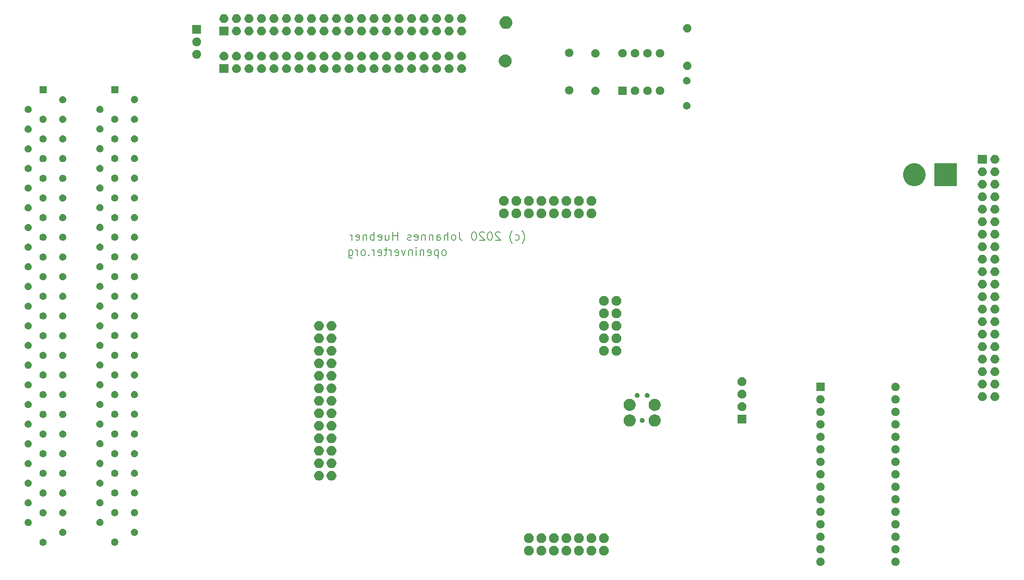
<source format=gbr>
G04 #@! TF.GenerationSoftware,KiCad,Pcbnew,5.1.5+dfsg1-2build2*
G04 #@! TF.CreationDate,2021-04-11T10:29:20+02:00*
G04 #@! TF.ProjectId,mainboardv3.4,6d61696e-626f-4617-9264-76332e342e6b,rev?*
G04 #@! TF.SameCoordinates,Original*
G04 #@! TF.FileFunction,Soldermask,Bot*
G04 #@! TF.FilePolarity,Negative*
%FSLAX46Y46*%
G04 Gerber Fmt 4.6, Leading zero omitted, Abs format (unit mm)*
G04 Created by KiCad (PCBNEW 5.1.5+dfsg1-2build2) date 2021-04-11 10:29:20*
%MOMM*%
%LPD*%
G04 APERTURE LIST*
%ADD10C,0.142240*%
%ADD11C,0.100000*%
G04 APERTURE END LIST*
D10*
X113758777Y-68234133D02*
X113839210Y-68153700D01*
X114000077Y-67912400D01*
X114080510Y-67751533D01*
X114160944Y-67510233D01*
X114241377Y-67108066D01*
X114241377Y-66786333D01*
X114160944Y-66384166D01*
X114080510Y-66142866D01*
X114000077Y-65982000D01*
X113839210Y-65740700D01*
X113758777Y-65660266D01*
X112391410Y-67510233D02*
X112552277Y-67590666D01*
X112874010Y-67590666D01*
X113034877Y-67510233D01*
X113115310Y-67429800D01*
X113195744Y-67268933D01*
X113195744Y-66786333D01*
X113115310Y-66625466D01*
X113034877Y-66545033D01*
X112874010Y-66464600D01*
X112552277Y-66464600D01*
X112391410Y-66545033D01*
X111828377Y-68234133D02*
X111747944Y-68153700D01*
X111587077Y-67912400D01*
X111506644Y-67751533D01*
X111426210Y-67510233D01*
X111345777Y-67108066D01*
X111345777Y-66786333D01*
X111426210Y-66384166D01*
X111506644Y-66142866D01*
X111587077Y-65982000D01*
X111747944Y-65740700D01*
X111828377Y-65660266D01*
X109334944Y-66062433D02*
X109254510Y-65982000D01*
X109093644Y-65901566D01*
X108691477Y-65901566D01*
X108530610Y-65982000D01*
X108450177Y-66062433D01*
X108369744Y-66223300D01*
X108369744Y-66384166D01*
X108450177Y-66625466D01*
X109415377Y-67590666D01*
X108369744Y-67590666D01*
X107324110Y-65901566D02*
X107163244Y-65901566D01*
X107002377Y-65982000D01*
X106921944Y-66062433D01*
X106841510Y-66223300D01*
X106761077Y-66545033D01*
X106761077Y-66947200D01*
X106841510Y-67268933D01*
X106921944Y-67429800D01*
X107002377Y-67510233D01*
X107163244Y-67590666D01*
X107324110Y-67590666D01*
X107484977Y-67510233D01*
X107565410Y-67429800D01*
X107645844Y-67268933D01*
X107726277Y-66947200D01*
X107726277Y-66545033D01*
X107645844Y-66223300D01*
X107565410Y-66062433D01*
X107484977Y-65982000D01*
X107324110Y-65901566D01*
X106117610Y-66062433D02*
X106037177Y-65982000D01*
X105876310Y-65901566D01*
X105474144Y-65901566D01*
X105313277Y-65982000D01*
X105232844Y-66062433D01*
X105152410Y-66223300D01*
X105152410Y-66384166D01*
X105232844Y-66625466D01*
X106198044Y-67590666D01*
X105152410Y-67590666D01*
X104106777Y-65901566D02*
X103945910Y-65901566D01*
X103785044Y-65982000D01*
X103704610Y-66062433D01*
X103624177Y-66223300D01*
X103543744Y-66545033D01*
X103543744Y-66947200D01*
X103624177Y-67268933D01*
X103704610Y-67429800D01*
X103785044Y-67510233D01*
X103945910Y-67590666D01*
X104106777Y-67590666D01*
X104267644Y-67510233D01*
X104348077Y-67429800D01*
X104428510Y-67268933D01*
X104508944Y-66947200D01*
X104508944Y-66545033D01*
X104428510Y-66223300D01*
X104348077Y-66062433D01*
X104267644Y-65982000D01*
X104106777Y-65901566D01*
X101050310Y-65901566D02*
X101050310Y-67108066D01*
X101130744Y-67349366D01*
X101291610Y-67510233D01*
X101532910Y-67590666D01*
X101693777Y-67590666D01*
X100004677Y-67590666D02*
X100165544Y-67510233D01*
X100245977Y-67429800D01*
X100326410Y-67268933D01*
X100326410Y-66786333D01*
X100245977Y-66625466D01*
X100165544Y-66545033D01*
X100004677Y-66464600D01*
X99763377Y-66464600D01*
X99602510Y-66545033D01*
X99522077Y-66625466D01*
X99441644Y-66786333D01*
X99441644Y-67268933D01*
X99522077Y-67429800D01*
X99602510Y-67510233D01*
X99763377Y-67590666D01*
X100004677Y-67590666D01*
X98717744Y-67590666D02*
X98717744Y-65901566D01*
X97993844Y-67590666D02*
X97993844Y-66705900D01*
X98074277Y-66545033D01*
X98235144Y-66464600D01*
X98476444Y-66464600D01*
X98637310Y-66545033D01*
X98717744Y-66625466D01*
X96465610Y-67590666D02*
X96465610Y-66705900D01*
X96546044Y-66545033D01*
X96706910Y-66464600D01*
X97028644Y-66464600D01*
X97189510Y-66545033D01*
X96465610Y-67510233D02*
X96626477Y-67590666D01*
X97028644Y-67590666D01*
X97189510Y-67510233D01*
X97269944Y-67349366D01*
X97269944Y-67188500D01*
X97189510Y-67027633D01*
X97028644Y-66947200D01*
X96626477Y-66947200D01*
X96465610Y-66866766D01*
X95661277Y-66464600D02*
X95661277Y-67590666D01*
X95661277Y-66625466D02*
X95580844Y-66545033D01*
X95419977Y-66464600D01*
X95178677Y-66464600D01*
X95017810Y-66545033D01*
X94937377Y-66705900D01*
X94937377Y-67590666D01*
X94133044Y-66464600D02*
X94133044Y-67590666D01*
X94133044Y-66625466D02*
X94052610Y-66545033D01*
X93891744Y-66464600D01*
X93650444Y-66464600D01*
X93489577Y-66545033D01*
X93409144Y-66705900D01*
X93409144Y-67590666D01*
X91961344Y-67510233D02*
X92122210Y-67590666D01*
X92443944Y-67590666D01*
X92604810Y-67510233D01*
X92685244Y-67349366D01*
X92685244Y-66705900D01*
X92604810Y-66545033D01*
X92443944Y-66464600D01*
X92122210Y-66464600D01*
X91961344Y-66545033D01*
X91880910Y-66705900D01*
X91880910Y-66866766D01*
X92685244Y-67027633D01*
X91237444Y-67510233D02*
X91076577Y-67590666D01*
X90754844Y-67590666D01*
X90593977Y-67510233D01*
X90513544Y-67349366D01*
X90513544Y-67268933D01*
X90593977Y-67108066D01*
X90754844Y-67027633D01*
X90996144Y-67027633D01*
X91157010Y-66947200D01*
X91237444Y-66786333D01*
X91237444Y-66705900D01*
X91157010Y-66545033D01*
X90996144Y-66464600D01*
X90754844Y-66464600D01*
X90593977Y-66545033D01*
X88502710Y-67590666D02*
X88502710Y-65901566D01*
X88502710Y-66705900D02*
X87537510Y-66705900D01*
X87537510Y-67590666D02*
X87537510Y-65901566D01*
X86009277Y-66464600D02*
X86009277Y-67590666D01*
X86733177Y-66464600D02*
X86733177Y-67349366D01*
X86652744Y-67510233D01*
X86491877Y-67590666D01*
X86250577Y-67590666D01*
X86089710Y-67510233D01*
X86009277Y-67429800D01*
X84561477Y-67510233D02*
X84722344Y-67590666D01*
X85044077Y-67590666D01*
X85204944Y-67510233D01*
X85285377Y-67349366D01*
X85285377Y-66705900D01*
X85204944Y-66545033D01*
X85044077Y-66464600D01*
X84722344Y-66464600D01*
X84561477Y-66545033D01*
X84481044Y-66705900D01*
X84481044Y-66866766D01*
X85285377Y-67027633D01*
X83757144Y-67590666D02*
X83757144Y-65901566D01*
X83757144Y-66545033D02*
X83596277Y-66464600D01*
X83274544Y-66464600D01*
X83113677Y-66545033D01*
X83033244Y-66625466D01*
X82952810Y-66786333D01*
X82952810Y-67268933D01*
X83033244Y-67429800D01*
X83113677Y-67510233D01*
X83274544Y-67590666D01*
X83596277Y-67590666D01*
X83757144Y-67510233D01*
X82228910Y-66464600D02*
X82228910Y-67590666D01*
X82228910Y-66625466D02*
X82148477Y-66545033D01*
X81987610Y-66464600D01*
X81746310Y-66464600D01*
X81585444Y-66545033D01*
X81505010Y-66705900D01*
X81505010Y-67590666D01*
X80057210Y-67510233D02*
X80218077Y-67590666D01*
X80539810Y-67590666D01*
X80700677Y-67510233D01*
X80781110Y-67349366D01*
X80781110Y-66705900D01*
X80700677Y-66545033D01*
X80539810Y-66464600D01*
X80218077Y-66464600D01*
X80057210Y-66545033D01*
X79976777Y-66705900D01*
X79976777Y-66866766D01*
X80781110Y-67027633D01*
X79252877Y-67590666D02*
X79252877Y-66464600D01*
X79252877Y-66786333D02*
X79172444Y-66625466D01*
X79092010Y-66545033D01*
X78931144Y-66464600D01*
X78770277Y-66464600D01*
X98062577Y-70715666D02*
X98223444Y-70635233D01*
X98303877Y-70554800D01*
X98384310Y-70393933D01*
X98384310Y-69911333D01*
X98303877Y-69750466D01*
X98223444Y-69670033D01*
X98062577Y-69589600D01*
X97821277Y-69589600D01*
X97660410Y-69670033D01*
X97579977Y-69750466D01*
X97499544Y-69911333D01*
X97499544Y-70393933D01*
X97579977Y-70554800D01*
X97660410Y-70635233D01*
X97821277Y-70715666D01*
X98062577Y-70715666D01*
X96775644Y-69589600D02*
X96775644Y-71278700D01*
X96775644Y-69670033D02*
X96614777Y-69589600D01*
X96293044Y-69589600D01*
X96132177Y-69670033D01*
X96051744Y-69750466D01*
X95971310Y-69911333D01*
X95971310Y-70393933D01*
X96051744Y-70554800D01*
X96132177Y-70635233D01*
X96293044Y-70715666D01*
X96614777Y-70715666D01*
X96775644Y-70635233D01*
X94603944Y-70635233D02*
X94764810Y-70715666D01*
X95086544Y-70715666D01*
X95247410Y-70635233D01*
X95327844Y-70474366D01*
X95327844Y-69830900D01*
X95247410Y-69670033D01*
X95086544Y-69589600D01*
X94764810Y-69589600D01*
X94603944Y-69670033D01*
X94523510Y-69830900D01*
X94523510Y-69991766D01*
X95327844Y-70152633D01*
X93799610Y-69589600D02*
X93799610Y-70715666D01*
X93799610Y-69750466D02*
X93719177Y-69670033D01*
X93558310Y-69589600D01*
X93317010Y-69589600D01*
X93156144Y-69670033D01*
X93075710Y-69830900D01*
X93075710Y-70715666D01*
X92271377Y-70715666D02*
X92271377Y-69589600D01*
X92271377Y-69026566D02*
X92351810Y-69107000D01*
X92271377Y-69187433D01*
X92190944Y-69107000D01*
X92271377Y-69026566D01*
X92271377Y-69187433D01*
X91467044Y-69589600D02*
X91467044Y-70715666D01*
X91467044Y-69750466D02*
X91386610Y-69670033D01*
X91225744Y-69589600D01*
X90984444Y-69589600D01*
X90823577Y-69670033D01*
X90743144Y-69830900D01*
X90743144Y-70715666D01*
X90099677Y-69589600D02*
X89697510Y-70715666D01*
X89295344Y-69589600D01*
X88008410Y-70635233D02*
X88169277Y-70715666D01*
X88491010Y-70715666D01*
X88651877Y-70635233D01*
X88732310Y-70474366D01*
X88732310Y-69830900D01*
X88651877Y-69670033D01*
X88491010Y-69589600D01*
X88169277Y-69589600D01*
X88008410Y-69670033D01*
X87927977Y-69830900D01*
X87927977Y-69991766D01*
X88732310Y-70152633D01*
X87204077Y-70715666D02*
X87204077Y-69589600D01*
X87204077Y-69911333D02*
X87123644Y-69750466D01*
X87043210Y-69670033D01*
X86882344Y-69589600D01*
X86721477Y-69589600D01*
X86399744Y-69589600D02*
X85756277Y-69589600D01*
X86158444Y-69026566D02*
X86158444Y-70474366D01*
X86078010Y-70635233D01*
X85917144Y-70715666D01*
X85756277Y-70715666D01*
X84549777Y-70635233D02*
X84710644Y-70715666D01*
X85032377Y-70715666D01*
X85193244Y-70635233D01*
X85273677Y-70474366D01*
X85273677Y-69830900D01*
X85193244Y-69670033D01*
X85032377Y-69589600D01*
X84710644Y-69589600D01*
X84549777Y-69670033D01*
X84469344Y-69830900D01*
X84469344Y-69991766D01*
X85273677Y-70152633D01*
X83745444Y-70715666D02*
X83745444Y-69589600D01*
X83745444Y-69911333D02*
X83665010Y-69750466D01*
X83584577Y-69670033D01*
X83423710Y-69589600D01*
X83262844Y-69589600D01*
X82699810Y-70554800D02*
X82619377Y-70635233D01*
X82699810Y-70715666D01*
X82780244Y-70635233D01*
X82699810Y-70554800D01*
X82699810Y-70715666D01*
X81654177Y-70715666D02*
X81815044Y-70635233D01*
X81895477Y-70554800D01*
X81975910Y-70393933D01*
X81975910Y-69911333D01*
X81895477Y-69750466D01*
X81815044Y-69670033D01*
X81654177Y-69589600D01*
X81412877Y-69589600D01*
X81252010Y-69670033D01*
X81171577Y-69750466D01*
X81091144Y-69911333D01*
X81091144Y-70393933D01*
X81171577Y-70554800D01*
X81252010Y-70635233D01*
X81412877Y-70715666D01*
X81654177Y-70715666D01*
X80367244Y-70715666D02*
X80367244Y-69589600D01*
X80367244Y-69911333D02*
X80286810Y-69750466D01*
X80206377Y-69670033D01*
X80045510Y-69589600D01*
X79884644Y-69589600D01*
X78597710Y-69589600D02*
X78597710Y-70956966D01*
X78678144Y-71117833D01*
X78758577Y-71198266D01*
X78919444Y-71278700D01*
X79160744Y-71278700D01*
X79321610Y-71198266D01*
X78597710Y-70635233D02*
X78758577Y-70715666D01*
X79080310Y-70715666D01*
X79241177Y-70635233D01*
X79321610Y-70554800D01*
X79402044Y-70393933D01*
X79402044Y-69911333D01*
X79321610Y-69750466D01*
X79241177Y-69670033D01*
X79080310Y-69589600D01*
X78758577Y-69589600D01*
X78597710Y-69670033D01*
D11*
G36*
X189859228Y-132163403D02*
G01*
X190014100Y-132227553D01*
X190153481Y-132320685D01*
X190272015Y-132439219D01*
X190365147Y-132578600D01*
X190429297Y-132733472D01*
X190462000Y-132897884D01*
X190462000Y-133065516D01*
X190429297Y-133229928D01*
X190365147Y-133384800D01*
X190272015Y-133524181D01*
X190153481Y-133642715D01*
X190014100Y-133735847D01*
X189859228Y-133799997D01*
X189694816Y-133832700D01*
X189527184Y-133832700D01*
X189362772Y-133799997D01*
X189207900Y-133735847D01*
X189068519Y-133642715D01*
X188949985Y-133524181D01*
X188856853Y-133384800D01*
X188792703Y-133229928D01*
X188760000Y-133065516D01*
X188760000Y-132897884D01*
X188792703Y-132733472D01*
X188856853Y-132578600D01*
X188949985Y-132439219D01*
X189068519Y-132320685D01*
X189207900Y-132227553D01*
X189362772Y-132163403D01*
X189527184Y-132130700D01*
X189694816Y-132130700D01*
X189859228Y-132163403D01*
G37*
G36*
X174619228Y-132163403D02*
G01*
X174774100Y-132227553D01*
X174913481Y-132320685D01*
X175032015Y-132439219D01*
X175125147Y-132578600D01*
X175189297Y-132733472D01*
X175222000Y-132897884D01*
X175222000Y-133065516D01*
X175189297Y-133229928D01*
X175125147Y-133384800D01*
X175032015Y-133524181D01*
X174913481Y-133642715D01*
X174774100Y-133735847D01*
X174619228Y-133799997D01*
X174454816Y-133832700D01*
X174287184Y-133832700D01*
X174122772Y-133799997D01*
X173967900Y-133735847D01*
X173828519Y-133642715D01*
X173709985Y-133524181D01*
X173616853Y-133384800D01*
X173552703Y-133229928D01*
X173520000Y-133065516D01*
X173520000Y-132897884D01*
X173552703Y-132733472D01*
X173616853Y-132578600D01*
X173709985Y-132439219D01*
X173828519Y-132320685D01*
X173967900Y-132227553D01*
X174122772Y-132163403D01*
X174287184Y-132130700D01*
X174454816Y-132130700D01*
X174619228Y-132163403D01*
G37*
G36*
X130692447Y-129763568D02*
G01*
X130872725Y-129838242D01*
X131034971Y-129946651D01*
X131172949Y-130084629D01*
X131281358Y-130246875D01*
X131356032Y-130427153D01*
X131394100Y-130618534D01*
X131394100Y-130813666D01*
X131356032Y-131005047D01*
X131281358Y-131185325D01*
X131172949Y-131347571D01*
X131034971Y-131485549D01*
X130872725Y-131593958D01*
X130692447Y-131668632D01*
X130596756Y-131687666D01*
X130501067Y-131706700D01*
X130305933Y-131706700D01*
X130210244Y-131687666D01*
X130114553Y-131668632D01*
X129934275Y-131593958D01*
X129772029Y-131485549D01*
X129634051Y-131347571D01*
X129525642Y-131185325D01*
X129450968Y-131005047D01*
X129412900Y-130813666D01*
X129412900Y-130618534D01*
X129450968Y-130427153D01*
X129525642Y-130246875D01*
X129634051Y-130084629D01*
X129772029Y-129946651D01*
X129934275Y-129838242D01*
X130114553Y-129763568D01*
X130305933Y-129725500D01*
X130501067Y-129725500D01*
X130692447Y-129763568D01*
G37*
G36*
X115452447Y-129763568D02*
G01*
X115632725Y-129838242D01*
X115794971Y-129946651D01*
X115932949Y-130084629D01*
X116041358Y-130246875D01*
X116116032Y-130427153D01*
X116154100Y-130618534D01*
X116154100Y-130813666D01*
X116116032Y-131005047D01*
X116041358Y-131185325D01*
X115932949Y-131347571D01*
X115794971Y-131485549D01*
X115632725Y-131593958D01*
X115452447Y-131668632D01*
X115356756Y-131687666D01*
X115261067Y-131706700D01*
X115065933Y-131706700D01*
X114970244Y-131687666D01*
X114874553Y-131668632D01*
X114694275Y-131593958D01*
X114532029Y-131485549D01*
X114394051Y-131347571D01*
X114285642Y-131185325D01*
X114210968Y-131005047D01*
X114172900Y-130813666D01*
X114172900Y-130618534D01*
X114210968Y-130427153D01*
X114285642Y-130246875D01*
X114394051Y-130084629D01*
X114532029Y-129946651D01*
X114694275Y-129838242D01*
X114874553Y-129763568D01*
X115065933Y-129725500D01*
X115261067Y-129725500D01*
X115452447Y-129763568D01*
G37*
G36*
X117992447Y-129763568D02*
G01*
X118172725Y-129838242D01*
X118334971Y-129946651D01*
X118472949Y-130084629D01*
X118581358Y-130246875D01*
X118656032Y-130427153D01*
X118694100Y-130618534D01*
X118694100Y-130813666D01*
X118656032Y-131005047D01*
X118581358Y-131185325D01*
X118472949Y-131347571D01*
X118334971Y-131485549D01*
X118172725Y-131593958D01*
X117992447Y-131668632D01*
X117896756Y-131687666D01*
X117801067Y-131706700D01*
X117605933Y-131706700D01*
X117510244Y-131687666D01*
X117414553Y-131668632D01*
X117234275Y-131593958D01*
X117072029Y-131485549D01*
X116934051Y-131347571D01*
X116825642Y-131185325D01*
X116750968Y-131005047D01*
X116712900Y-130813666D01*
X116712900Y-130618534D01*
X116750968Y-130427153D01*
X116825642Y-130246875D01*
X116934051Y-130084629D01*
X117072029Y-129946651D01*
X117234275Y-129838242D01*
X117414553Y-129763568D01*
X117605933Y-129725500D01*
X117801067Y-129725500D01*
X117992447Y-129763568D01*
G37*
G36*
X120532447Y-129763568D02*
G01*
X120712725Y-129838242D01*
X120874971Y-129946651D01*
X121012949Y-130084629D01*
X121121358Y-130246875D01*
X121196032Y-130427153D01*
X121234100Y-130618534D01*
X121234100Y-130813666D01*
X121196032Y-131005047D01*
X121121358Y-131185325D01*
X121012949Y-131347571D01*
X120874971Y-131485549D01*
X120712725Y-131593958D01*
X120532447Y-131668632D01*
X120436756Y-131687666D01*
X120341067Y-131706700D01*
X120145933Y-131706700D01*
X120050244Y-131687666D01*
X119954553Y-131668632D01*
X119774275Y-131593958D01*
X119612029Y-131485549D01*
X119474051Y-131347571D01*
X119365642Y-131185325D01*
X119290968Y-131005047D01*
X119252900Y-130813666D01*
X119252900Y-130618534D01*
X119290968Y-130427153D01*
X119365642Y-130246875D01*
X119474051Y-130084629D01*
X119612029Y-129946651D01*
X119774275Y-129838242D01*
X119954553Y-129763568D01*
X120145933Y-129725500D01*
X120341067Y-129725500D01*
X120532447Y-129763568D01*
G37*
G36*
X125612447Y-129763568D02*
G01*
X125792725Y-129838242D01*
X125954971Y-129946651D01*
X126092949Y-130084629D01*
X126201358Y-130246875D01*
X126276032Y-130427153D01*
X126314100Y-130618534D01*
X126314100Y-130813666D01*
X126276032Y-131005047D01*
X126201358Y-131185325D01*
X126092949Y-131347571D01*
X125954971Y-131485549D01*
X125792725Y-131593958D01*
X125612447Y-131668632D01*
X125516756Y-131687666D01*
X125421067Y-131706700D01*
X125225933Y-131706700D01*
X125130244Y-131687666D01*
X125034553Y-131668632D01*
X124854275Y-131593958D01*
X124692029Y-131485549D01*
X124554051Y-131347571D01*
X124445642Y-131185325D01*
X124370968Y-131005047D01*
X124332900Y-130813666D01*
X124332900Y-130618534D01*
X124370968Y-130427153D01*
X124445642Y-130246875D01*
X124554051Y-130084629D01*
X124692029Y-129946651D01*
X124854275Y-129838242D01*
X125034553Y-129763568D01*
X125225933Y-129725500D01*
X125421067Y-129725500D01*
X125612447Y-129763568D01*
G37*
G36*
X123072447Y-129763568D02*
G01*
X123252725Y-129838242D01*
X123414971Y-129946651D01*
X123552949Y-130084629D01*
X123661358Y-130246875D01*
X123736032Y-130427153D01*
X123774100Y-130618534D01*
X123774100Y-130813666D01*
X123736032Y-131005047D01*
X123661358Y-131185325D01*
X123552949Y-131347571D01*
X123414971Y-131485549D01*
X123252725Y-131593958D01*
X123072447Y-131668632D01*
X122976756Y-131687666D01*
X122881067Y-131706700D01*
X122685933Y-131706700D01*
X122590244Y-131687666D01*
X122494553Y-131668632D01*
X122314275Y-131593958D01*
X122152029Y-131485549D01*
X122014051Y-131347571D01*
X121905642Y-131185325D01*
X121830968Y-131005047D01*
X121792900Y-130813666D01*
X121792900Y-130618534D01*
X121830968Y-130427153D01*
X121905642Y-130246875D01*
X122014051Y-130084629D01*
X122152029Y-129946651D01*
X122314275Y-129838242D01*
X122494553Y-129763568D01*
X122685933Y-129725500D01*
X122881067Y-129725500D01*
X123072447Y-129763568D01*
G37*
G36*
X128152447Y-129763568D02*
G01*
X128332725Y-129838242D01*
X128494971Y-129946651D01*
X128632949Y-130084629D01*
X128741358Y-130246875D01*
X128816032Y-130427153D01*
X128854100Y-130618534D01*
X128854100Y-130813666D01*
X128816032Y-131005047D01*
X128741358Y-131185325D01*
X128632949Y-131347571D01*
X128494971Y-131485549D01*
X128332725Y-131593958D01*
X128152447Y-131668632D01*
X128056756Y-131687666D01*
X127961067Y-131706700D01*
X127765933Y-131706700D01*
X127670244Y-131687666D01*
X127574553Y-131668632D01*
X127394275Y-131593958D01*
X127232029Y-131485549D01*
X127094051Y-131347571D01*
X126985642Y-131185325D01*
X126910968Y-131005047D01*
X126872900Y-130813666D01*
X126872900Y-130618534D01*
X126910968Y-130427153D01*
X126985642Y-130246875D01*
X127094051Y-130084629D01*
X127232029Y-129946651D01*
X127394275Y-129838242D01*
X127574553Y-129763568D01*
X127765933Y-129725500D01*
X127961067Y-129725500D01*
X128152447Y-129763568D01*
G37*
G36*
X174619228Y-129623403D02*
G01*
X174774100Y-129687553D01*
X174913481Y-129780685D01*
X175032015Y-129899219D01*
X175125147Y-130038600D01*
X175189297Y-130193472D01*
X175222000Y-130357884D01*
X175222000Y-130525516D01*
X175189297Y-130689928D01*
X175125147Y-130844800D01*
X175032015Y-130984181D01*
X174913481Y-131102715D01*
X174774100Y-131195847D01*
X174619228Y-131259997D01*
X174454816Y-131292700D01*
X174287184Y-131292700D01*
X174122772Y-131259997D01*
X173967900Y-131195847D01*
X173828519Y-131102715D01*
X173709985Y-130984181D01*
X173616853Y-130844800D01*
X173552703Y-130689928D01*
X173520000Y-130525516D01*
X173520000Y-130357884D01*
X173552703Y-130193472D01*
X173616853Y-130038600D01*
X173709985Y-129899219D01*
X173828519Y-129780685D01*
X173967900Y-129687553D01*
X174122772Y-129623403D01*
X174287184Y-129590700D01*
X174454816Y-129590700D01*
X174619228Y-129623403D01*
G37*
G36*
X189859228Y-129623403D02*
G01*
X190014100Y-129687553D01*
X190153481Y-129780685D01*
X190272015Y-129899219D01*
X190365147Y-130038600D01*
X190429297Y-130193472D01*
X190462000Y-130357884D01*
X190462000Y-130525516D01*
X190429297Y-130689928D01*
X190365147Y-130844800D01*
X190272015Y-130984181D01*
X190153481Y-131102715D01*
X190014100Y-131195847D01*
X189859228Y-131259997D01*
X189694816Y-131292700D01*
X189527184Y-131292700D01*
X189362772Y-131259997D01*
X189207900Y-131195847D01*
X189068519Y-131102715D01*
X188949985Y-130984181D01*
X188856853Y-130844800D01*
X188792703Y-130689928D01*
X188760000Y-130525516D01*
X188760000Y-130357884D01*
X188792703Y-130193472D01*
X188856853Y-130038600D01*
X188949985Y-129899219D01*
X189068519Y-129780685D01*
X189207900Y-129687553D01*
X189362772Y-129623403D01*
X189527184Y-129590700D01*
X189694816Y-129590700D01*
X189859228Y-129623403D01*
G37*
G36*
X16711766Y-128301899D02*
G01*
X16843888Y-128356626D01*
X16843890Y-128356627D01*
X16962798Y-128436079D01*
X17063921Y-128537202D01*
X17143197Y-128655847D01*
X17143374Y-128656112D01*
X17198101Y-128788234D01*
X17226000Y-128928494D01*
X17226000Y-129071506D01*
X17198101Y-129211766D01*
X17150664Y-129326288D01*
X17143373Y-129343890D01*
X17063921Y-129462798D01*
X16962798Y-129563921D01*
X16843890Y-129643373D01*
X16843889Y-129643374D01*
X16843888Y-129643374D01*
X16711766Y-129698101D01*
X16571506Y-129726000D01*
X16428494Y-129726000D01*
X16288234Y-129698101D01*
X16156112Y-129643374D01*
X16156111Y-129643374D01*
X16156110Y-129643373D01*
X16037202Y-129563921D01*
X15936079Y-129462798D01*
X15856627Y-129343890D01*
X15849336Y-129326288D01*
X15801899Y-129211766D01*
X15774000Y-129071506D01*
X15774000Y-128928494D01*
X15801899Y-128788234D01*
X15856626Y-128656112D01*
X15856803Y-128655847D01*
X15936079Y-128537202D01*
X16037202Y-128436079D01*
X16156110Y-128356627D01*
X16156112Y-128356626D01*
X16288234Y-128301899D01*
X16428494Y-128274000D01*
X16571506Y-128274000D01*
X16711766Y-128301899D01*
G37*
G36*
X31275966Y-128284299D02*
G01*
X31408088Y-128339026D01*
X31408090Y-128339027D01*
X31526998Y-128418479D01*
X31628121Y-128519602D01*
X31628122Y-128519604D01*
X31707574Y-128638512D01*
X31762301Y-128770634D01*
X31790200Y-128910894D01*
X31790200Y-129053906D01*
X31762301Y-129194166D01*
X31707574Y-129326288D01*
X31707573Y-129326290D01*
X31628121Y-129445198D01*
X31526998Y-129546321D01*
X31408090Y-129625773D01*
X31408089Y-129625774D01*
X31408088Y-129625774D01*
X31275966Y-129680501D01*
X31135706Y-129708400D01*
X30992694Y-129708400D01*
X30852434Y-129680501D01*
X30720312Y-129625774D01*
X30720311Y-129625774D01*
X30720310Y-129625773D01*
X30601402Y-129546321D01*
X30500279Y-129445198D01*
X30420827Y-129326290D01*
X30420826Y-129326288D01*
X30366099Y-129194166D01*
X30338200Y-129053906D01*
X30338200Y-128910894D01*
X30366099Y-128770634D01*
X30420826Y-128638512D01*
X30500278Y-128519604D01*
X30500279Y-128519602D01*
X30601402Y-128418479D01*
X30720310Y-128339027D01*
X30720312Y-128339026D01*
X30852434Y-128284299D01*
X30992694Y-128256400D01*
X31135706Y-128256400D01*
X31275966Y-128284299D01*
G37*
G36*
X130692447Y-127223568D02*
G01*
X130872725Y-127298242D01*
X131034971Y-127406651D01*
X131172949Y-127544629D01*
X131281358Y-127706875D01*
X131356032Y-127887153D01*
X131394100Y-128078534D01*
X131394100Y-128273666D01*
X131356032Y-128465047D01*
X131281358Y-128645325D01*
X131172949Y-128807571D01*
X131034971Y-128945549D01*
X130872725Y-129053958D01*
X130692447Y-129128632D01*
X130596756Y-129147666D01*
X130501067Y-129166700D01*
X130305933Y-129166700D01*
X130210244Y-129147666D01*
X130114553Y-129128632D01*
X129934275Y-129053958D01*
X129772029Y-128945549D01*
X129634051Y-128807571D01*
X129525642Y-128645325D01*
X129450968Y-128465047D01*
X129412900Y-128273666D01*
X129412900Y-128078534D01*
X129450968Y-127887153D01*
X129525642Y-127706875D01*
X129634051Y-127544629D01*
X129772029Y-127406651D01*
X129934275Y-127298242D01*
X130114553Y-127223568D01*
X130305933Y-127185500D01*
X130501067Y-127185500D01*
X130692447Y-127223568D01*
G37*
G36*
X128152447Y-127223568D02*
G01*
X128332725Y-127298242D01*
X128494971Y-127406651D01*
X128632949Y-127544629D01*
X128741358Y-127706875D01*
X128816032Y-127887153D01*
X128854100Y-128078534D01*
X128854100Y-128273666D01*
X128816032Y-128465047D01*
X128741358Y-128645325D01*
X128632949Y-128807571D01*
X128494971Y-128945549D01*
X128332725Y-129053958D01*
X128152447Y-129128632D01*
X128056756Y-129147666D01*
X127961067Y-129166700D01*
X127765933Y-129166700D01*
X127670244Y-129147666D01*
X127574553Y-129128632D01*
X127394275Y-129053958D01*
X127232029Y-128945549D01*
X127094051Y-128807571D01*
X126985642Y-128645325D01*
X126910968Y-128465047D01*
X126872900Y-128273666D01*
X126872900Y-128078534D01*
X126910968Y-127887153D01*
X126985642Y-127706875D01*
X127094051Y-127544629D01*
X127232029Y-127406651D01*
X127394275Y-127298242D01*
X127574553Y-127223568D01*
X127765933Y-127185500D01*
X127961067Y-127185500D01*
X128152447Y-127223568D01*
G37*
G36*
X125612447Y-127223568D02*
G01*
X125792725Y-127298242D01*
X125954971Y-127406651D01*
X126092949Y-127544629D01*
X126201358Y-127706875D01*
X126276032Y-127887153D01*
X126314100Y-128078534D01*
X126314100Y-128273666D01*
X126276032Y-128465047D01*
X126201358Y-128645325D01*
X126092949Y-128807571D01*
X125954971Y-128945549D01*
X125792725Y-129053958D01*
X125612447Y-129128632D01*
X125516756Y-129147666D01*
X125421067Y-129166700D01*
X125225933Y-129166700D01*
X125130244Y-129147666D01*
X125034553Y-129128632D01*
X124854275Y-129053958D01*
X124692029Y-128945549D01*
X124554051Y-128807571D01*
X124445642Y-128645325D01*
X124370968Y-128465047D01*
X124332900Y-128273666D01*
X124332900Y-128078534D01*
X124370968Y-127887153D01*
X124445642Y-127706875D01*
X124554051Y-127544629D01*
X124692029Y-127406651D01*
X124854275Y-127298242D01*
X125034553Y-127223568D01*
X125225933Y-127185500D01*
X125421067Y-127185500D01*
X125612447Y-127223568D01*
G37*
G36*
X123072447Y-127223568D02*
G01*
X123252725Y-127298242D01*
X123414971Y-127406651D01*
X123552949Y-127544629D01*
X123661358Y-127706875D01*
X123736032Y-127887153D01*
X123774100Y-128078534D01*
X123774100Y-128273666D01*
X123736032Y-128465047D01*
X123661358Y-128645325D01*
X123552949Y-128807571D01*
X123414971Y-128945549D01*
X123252725Y-129053958D01*
X123072447Y-129128632D01*
X122976756Y-129147666D01*
X122881067Y-129166700D01*
X122685933Y-129166700D01*
X122590244Y-129147666D01*
X122494553Y-129128632D01*
X122314275Y-129053958D01*
X122152029Y-128945549D01*
X122014051Y-128807571D01*
X121905642Y-128645325D01*
X121830968Y-128465047D01*
X121792900Y-128273666D01*
X121792900Y-128078534D01*
X121830968Y-127887153D01*
X121905642Y-127706875D01*
X122014051Y-127544629D01*
X122152029Y-127406651D01*
X122314275Y-127298242D01*
X122494553Y-127223568D01*
X122685933Y-127185500D01*
X122881067Y-127185500D01*
X123072447Y-127223568D01*
G37*
G36*
X117992447Y-127223568D02*
G01*
X118172725Y-127298242D01*
X118334971Y-127406651D01*
X118472949Y-127544629D01*
X118581358Y-127706875D01*
X118656032Y-127887153D01*
X118694100Y-128078534D01*
X118694100Y-128273666D01*
X118656032Y-128465047D01*
X118581358Y-128645325D01*
X118472949Y-128807571D01*
X118334971Y-128945549D01*
X118172725Y-129053958D01*
X117992447Y-129128632D01*
X117896756Y-129147666D01*
X117801067Y-129166700D01*
X117605933Y-129166700D01*
X117510244Y-129147666D01*
X117414553Y-129128632D01*
X117234275Y-129053958D01*
X117072029Y-128945549D01*
X116934051Y-128807571D01*
X116825642Y-128645325D01*
X116750968Y-128465047D01*
X116712900Y-128273666D01*
X116712900Y-128078534D01*
X116750968Y-127887153D01*
X116825642Y-127706875D01*
X116934051Y-127544629D01*
X117072029Y-127406651D01*
X117234275Y-127298242D01*
X117414553Y-127223568D01*
X117605933Y-127185500D01*
X117801067Y-127185500D01*
X117992447Y-127223568D01*
G37*
G36*
X115452447Y-127223568D02*
G01*
X115632725Y-127298242D01*
X115794971Y-127406651D01*
X115932949Y-127544629D01*
X116041358Y-127706875D01*
X116116032Y-127887153D01*
X116154100Y-128078534D01*
X116154100Y-128273666D01*
X116116032Y-128465047D01*
X116041358Y-128645325D01*
X115932949Y-128807571D01*
X115794971Y-128945549D01*
X115632725Y-129053958D01*
X115452447Y-129128632D01*
X115356756Y-129147666D01*
X115261067Y-129166700D01*
X115065933Y-129166700D01*
X114970244Y-129147666D01*
X114874553Y-129128632D01*
X114694275Y-129053958D01*
X114532029Y-128945549D01*
X114394051Y-128807571D01*
X114285642Y-128645325D01*
X114210968Y-128465047D01*
X114172900Y-128273666D01*
X114172900Y-128078534D01*
X114210968Y-127887153D01*
X114285642Y-127706875D01*
X114394051Y-127544629D01*
X114532029Y-127406651D01*
X114694275Y-127298242D01*
X114874553Y-127223568D01*
X115065933Y-127185500D01*
X115261067Y-127185500D01*
X115452447Y-127223568D01*
G37*
G36*
X120532447Y-127223568D02*
G01*
X120712725Y-127298242D01*
X120874971Y-127406651D01*
X121012949Y-127544629D01*
X121121358Y-127706875D01*
X121196032Y-127887153D01*
X121234100Y-128078534D01*
X121234100Y-128273666D01*
X121196032Y-128465047D01*
X121121358Y-128645325D01*
X121012949Y-128807571D01*
X120874971Y-128945549D01*
X120712725Y-129053958D01*
X120532447Y-129128632D01*
X120436756Y-129147666D01*
X120341067Y-129166700D01*
X120145933Y-129166700D01*
X120050244Y-129147666D01*
X119954553Y-129128632D01*
X119774275Y-129053958D01*
X119612029Y-128945549D01*
X119474051Y-128807571D01*
X119365642Y-128645325D01*
X119290968Y-128465047D01*
X119252900Y-128273666D01*
X119252900Y-128078534D01*
X119290968Y-127887153D01*
X119365642Y-127706875D01*
X119474051Y-127544629D01*
X119612029Y-127406651D01*
X119774275Y-127298242D01*
X119954553Y-127223568D01*
X120145933Y-127185500D01*
X120341067Y-127185500D01*
X120532447Y-127223568D01*
G37*
G36*
X174619228Y-127083403D02*
G01*
X174774100Y-127147553D01*
X174913481Y-127240685D01*
X175032015Y-127359219D01*
X175125147Y-127498600D01*
X175189297Y-127653472D01*
X175222000Y-127817884D01*
X175222000Y-127985516D01*
X175189297Y-128149928D01*
X175125147Y-128304800D01*
X175032015Y-128444181D01*
X174913481Y-128562715D01*
X174774100Y-128655847D01*
X174619228Y-128719997D01*
X174454816Y-128752700D01*
X174287184Y-128752700D01*
X174122772Y-128719997D01*
X173967900Y-128655847D01*
X173828519Y-128562715D01*
X173709985Y-128444181D01*
X173616853Y-128304800D01*
X173552703Y-128149928D01*
X173520000Y-127985516D01*
X173520000Y-127817884D01*
X173552703Y-127653472D01*
X173616853Y-127498600D01*
X173709985Y-127359219D01*
X173828519Y-127240685D01*
X173967900Y-127147553D01*
X174122772Y-127083403D01*
X174287184Y-127050700D01*
X174454816Y-127050700D01*
X174619228Y-127083403D01*
G37*
G36*
X189859228Y-127083403D02*
G01*
X190014100Y-127147553D01*
X190153481Y-127240685D01*
X190272015Y-127359219D01*
X190365147Y-127498600D01*
X190429297Y-127653472D01*
X190462000Y-127817884D01*
X190462000Y-127985516D01*
X190429297Y-128149928D01*
X190365147Y-128304800D01*
X190272015Y-128444181D01*
X190153481Y-128562715D01*
X190014100Y-128655847D01*
X189859228Y-128719997D01*
X189694816Y-128752700D01*
X189527184Y-128752700D01*
X189362772Y-128719997D01*
X189207900Y-128655847D01*
X189068519Y-128562715D01*
X188949985Y-128444181D01*
X188856853Y-128304800D01*
X188792703Y-128149928D01*
X188760000Y-127985516D01*
X188760000Y-127817884D01*
X188792703Y-127653472D01*
X188856853Y-127498600D01*
X188949985Y-127359219D01*
X189068519Y-127240685D01*
X189207900Y-127147553D01*
X189362772Y-127083403D01*
X189527184Y-127050700D01*
X189694816Y-127050700D01*
X189859228Y-127083403D01*
G37*
G36*
X20711766Y-126301899D02*
G01*
X20843888Y-126356626D01*
X20843890Y-126356627D01*
X20962798Y-126436079D01*
X21063921Y-126537202D01*
X21063922Y-126537204D01*
X21143374Y-126656112D01*
X21198101Y-126788234D01*
X21226000Y-126928494D01*
X21226000Y-127071506D01*
X21198101Y-127211766D01*
X21162281Y-127298242D01*
X21143373Y-127343890D01*
X21063921Y-127462798D01*
X20962798Y-127563921D01*
X20843890Y-127643373D01*
X20843889Y-127643374D01*
X20843888Y-127643374D01*
X20711766Y-127698101D01*
X20571506Y-127726000D01*
X20428494Y-127726000D01*
X20288234Y-127698101D01*
X20156112Y-127643374D01*
X20156111Y-127643374D01*
X20156110Y-127643373D01*
X20037202Y-127563921D01*
X19936079Y-127462798D01*
X19856627Y-127343890D01*
X19837719Y-127298242D01*
X19801899Y-127211766D01*
X19774000Y-127071506D01*
X19774000Y-126928494D01*
X19801899Y-126788234D01*
X19856626Y-126656112D01*
X19936078Y-126537204D01*
X19936079Y-126537202D01*
X20037202Y-126436079D01*
X20156110Y-126356627D01*
X20156112Y-126356626D01*
X20288234Y-126301899D01*
X20428494Y-126274000D01*
X20571506Y-126274000D01*
X20711766Y-126301899D01*
G37*
G36*
X35275966Y-126284299D02*
G01*
X35408088Y-126339026D01*
X35408090Y-126339027D01*
X35526998Y-126418479D01*
X35628121Y-126519602D01*
X35628122Y-126519604D01*
X35707574Y-126638512D01*
X35762301Y-126770634D01*
X35790200Y-126910894D01*
X35790200Y-127053906D01*
X35762301Y-127194166D01*
X35719191Y-127298242D01*
X35707573Y-127326290D01*
X35628121Y-127445198D01*
X35526998Y-127546321D01*
X35408090Y-127625773D01*
X35408089Y-127625774D01*
X35408088Y-127625774D01*
X35275966Y-127680501D01*
X35135706Y-127708400D01*
X34992694Y-127708400D01*
X34852434Y-127680501D01*
X34720312Y-127625774D01*
X34720311Y-127625774D01*
X34720310Y-127625773D01*
X34601402Y-127546321D01*
X34500279Y-127445198D01*
X34420827Y-127326290D01*
X34409209Y-127298242D01*
X34366099Y-127194166D01*
X34338200Y-127053906D01*
X34338200Y-126910894D01*
X34366099Y-126770634D01*
X34420826Y-126638512D01*
X34500278Y-126519604D01*
X34500279Y-126519602D01*
X34601402Y-126418479D01*
X34720310Y-126339027D01*
X34720312Y-126339026D01*
X34852434Y-126284299D01*
X34992694Y-126256400D01*
X35135706Y-126256400D01*
X35275966Y-126284299D01*
G37*
G36*
X174619228Y-124543403D02*
G01*
X174774100Y-124607553D01*
X174913481Y-124700685D01*
X175032015Y-124819219D01*
X175125147Y-124958600D01*
X175189297Y-125113472D01*
X175222000Y-125277884D01*
X175222000Y-125445516D01*
X175189297Y-125609928D01*
X175125147Y-125764800D01*
X175032015Y-125904181D01*
X174913481Y-126022715D01*
X174774100Y-126115847D01*
X174619228Y-126179997D01*
X174454816Y-126212700D01*
X174287184Y-126212700D01*
X174122772Y-126179997D01*
X173967900Y-126115847D01*
X173828519Y-126022715D01*
X173709985Y-125904181D01*
X173616853Y-125764800D01*
X173552703Y-125609928D01*
X173520000Y-125445516D01*
X173520000Y-125277884D01*
X173552703Y-125113472D01*
X173616853Y-124958600D01*
X173709985Y-124819219D01*
X173828519Y-124700685D01*
X173967900Y-124607553D01*
X174122772Y-124543403D01*
X174287184Y-124510700D01*
X174454816Y-124510700D01*
X174619228Y-124543403D01*
G37*
G36*
X189859228Y-124543403D02*
G01*
X190014100Y-124607553D01*
X190153481Y-124700685D01*
X190272015Y-124819219D01*
X190365147Y-124958600D01*
X190429297Y-125113472D01*
X190462000Y-125277884D01*
X190462000Y-125445516D01*
X190429297Y-125609928D01*
X190365147Y-125764800D01*
X190272015Y-125904181D01*
X190153481Y-126022715D01*
X190014100Y-126115847D01*
X189859228Y-126179997D01*
X189694816Y-126212700D01*
X189527184Y-126212700D01*
X189362772Y-126179997D01*
X189207900Y-126115847D01*
X189068519Y-126022715D01*
X188949985Y-125904181D01*
X188856853Y-125764800D01*
X188792703Y-125609928D01*
X188760000Y-125445516D01*
X188760000Y-125277884D01*
X188792703Y-125113472D01*
X188856853Y-124958600D01*
X188949985Y-124819219D01*
X189068519Y-124700685D01*
X189207900Y-124607553D01*
X189362772Y-124543403D01*
X189527184Y-124510700D01*
X189694816Y-124510700D01*
X189859228Y-124543403D01*
G37*
G36*
X13711766Y-124301899D02*
G01*
X13843888Y-124356626D01*
X13843890Y-124356627D01*
X13962798Y-124436079D01*
X14063921Y-124537202D01*
X14110927Y-124607552D01*
X14143374Y-124656112D01*
X14198101Y-124788234D01*
X14226000Y-124928494D01*
X14226000Y-125071506D01*
X14198101Y-125211766D01*
X14170713Y-125277885D01*
X14143373Y-125343890D01*
X14063921Y-125462798D01*
X13962798Y-125563921D01*
X13843890Y-125643373D01*
X13843889Y-125643374D01*
X13843888Y-125643374D01*
X13711766Y-125698101D01*
X13571506Y-125726000D01*
X13428494Y-125726000D01*
X13288234Y-125698101D01*
X13156112Y-125643374D01*
X13156111Y-125643374D01*
X13156110Y-125643373D01*
X13037202Y-125563921D01*
X12936079Y-125462798D01*
X12856627Y-125343890D01*
X12829287Y-125277885D01*
X12801899Y-125211766D01*
X12774000Y-125071506D01*
X12774000Y-124928494D01*
X12801899Y-124788234D01*
X12856626Y-124656112D01*
X12889073Y-124607552D01*
X12936079Y-124537202D01*
X13037202Y-124436079D01*
X13156110Y-124356627D01*
X13156112Y-124356626D01*
X13288234Y-124301899D01*
X13428494Y-124274000D01*
X13571506Y-124274000D01*
X13711766Y-124301899D01*
G37*
G36*
X28275966Y-124284299D02*
G01*
X28408088Y-124339026D01*
X28408090Y-124339027D01*
X28526998Y-124418479D01*
X28628121Y-124519602D01*
X28686887Y-124607552D01*
X28707574Y-124638512D01*
X28762301Y-124770634D01*
X28790200Y-124910894D01*
X28790200Y-125053906D01*
X28762301Y-125194166D01*
X28727623Y-125277885D01*
X28707573Y-125326290D01*
X28628121Y-125445198D01*
X28526998Y-125546321D01*
X28408090Y-125625773D01*
X28408089Y-125625774D01*
X28408088Y-125625774D01*
X28275966Y-125680501D01*
X28135706Y-125708400D01*
X27992694Y-125708400D01*
X27852434Y-125680501D01*
X27720312Y-125625774D01*
X27720311Y-125625774D01*
X27720310Y-125625773D01*
X27601402Y-125546321D01*
X27500279Y-125445198D01*
X27420827Y-125326290D01*
X27400777Y-125277885D01*
X27366099Y-125194166D01*
X27338200Y-125053906D01*
X27338200Y-124910894D01*
X27366099Y-124770634D01*
X27420826Y-124638512D01*
X27441513Y-124607552D01*
X27500279Y-124519602D01*
X27601402Y-124418479D01*
X27720310Y-124339027D01*
X27720312Y-124339026D01*
X27852434Y-124284299D01*
X27992694Y-124256400D01*
X28135706Y-124256400D01*
X28275966Y-124284299D01*
G37*
G36*
X20711766Y-122301899D02*
G01*
X20843888Y-122356626D01*
X20843890Y-122356627D01*
X20962798Y-122436079D01*
X21063921Y-122537202D01*
X21063922Y-122537204D01*
X21143374Y-122656112D01*
X21198101Y-122788234D01*
X21226000Y-122928494D01*
X21226000Y-123071506D01*
X21198101Y-123211766D01*
X21150664Y-123326288D01*
X21143373Y-123343890D01*
X21063921Y-123462798D01*
X20962798Y-123563921D01*
X20843890Y-123643373D01*
X20843889Y-123643374D01*
X20843888Y-123643374D01*
X20711766Y-123698101D01*
X20571506Y-123726000D01*
X20428494Y-123726000D01*
X20288234Y-123698101D01*
X20156112Y-123643374D01*
X20156111Y-123643374D01*
X20156110Y-123643373D01*
X20037202Y-123563921D01*
X19936079Y-123462798D01*
X19856627Y-123343890D01*
X19849336Y-123326288D01*
X19801899Y-123211766D01*
X19774000Y-123071506D01*
X19774000Y-122928494D01*
X19801899Y-122788234D01*
X19856626Y-122656112D01*
X19936078Y-122537204D01*
X19936079Y-122537202D01*
X20037202Y-122436079D01*
X20156110Y-122356627D01*
X20156112Y-122356626D01*
X20288234Y-122301899D01*
X20428494Y-122274000D01*
X20571506Y-122274000D01*
X20711766Y-122301899D01*
G37*
G36*
X16711766Y-122301899D02*
G01*
X16843888Y-122356626D01*
X16843890Y-122356627D01*
X16962798Y-122436079D01*
X17063921Y-122537202D01*
X17063922Y-122537204D01*
X17143374Y-122656112D01*
X17198101Y-122788234D01*
X17226000Y-122928494D01*
X17226000Y-123071506D01*
X17198101Y-123211766D01*
X17150664Y-123326288D01*
X17143373Y-123343890D01*
X17063921Y-123462798D01*
X16962798Y-123563921D01*
X16843890Y-123643373D01*
X16843889Y-123643374D01*
X16843888Y-123643374D01*
X16711766Y-123698101D01*
X16571506Y-123726000D01*
X16428494Y-123726000D01*
X16288234Y-123698101D01*
X16156112Y-123643374D01*
X16156111Y-123643374D01*
X16156110Y-123643373D01*
X16037202Y-123563921D01*
X15936079Y-123462798D01*
X15856627Y-123343890D01*
X15849336Y-123326288D01*
X15801899Y-123211766D01*
X15774000Y-123071506D01*
X15774000Y-122928494D01*
X15801899Y-122788234D01*
X15856626Y-122656112D01*
X15936078Y-122537204D01*
X15936079Y-122537202D01*
X16037202Y-122436079D01*
X16156110Y-122356627D01*
X16156112Y-122356626D01*
X16288234Y-122301899D01*
X16428494Y-122274000D01*
X16571506Y-122274000D01*
X16711766Y-122301899D01*
G37*
G36*
X31275966Y-122284299D02*
G01*
X31408088Y-122339026D01*
X31408090Y-122339027D01*
X31526998Y-122418479D01*
X31628121Y-122519602D01*
X31628122Y-122519604D01*
X31707574Y-122638512D01*
X31762301Y-122770634D01*
X31790200Y-122910894D01*
X31790200Y-123053906D01*
X31762301Y-123194166D01*
X31707574Y-123326288D01*
X31707573Y-123326290D01*
X31628121Y-123445198D01*
X31526998Y-123546321D01*
X31408090Y-123625773D01*
X31408089Y-123625774D01*
X31408088Y-123625774D01*
X31275966Y-123680501D01*
X31135706Y-123708400D01*
X30992694Y-123708400D01*
X30852434Y-123680501D01*
X30720312Y-123625774D01*
X30720311Y-123625774D01*
X30720310Y-123625773D01*
X30601402Y-123546321D01*
X30500279Y-123445198D01*
X30420827Y-123326290D01*
X30420826Y-123326288D01*
X30366099Y-123194166D01*
X30338200Y-123053906D01*
X30338200Y-122910894D01*
X30366099Y-122770634D01*
X30420826Y-122638512D01*
X30500278Y-122519604D01*
X30500279Y-122519602D01*
X30601402Y-122418479D01*
X30720310Y-122339027D01*
X30720312Y-122339026D01*
X30852434Y-122284299D01*
X30992694Y-122256400D01*
X31135706Y-122256400D01*
X31275966Y-122284299D01*
G37*
G36*
X35275966Y-122284299D02*
G01*
X35408088Y-122339026D01*
X35408090Y-122339027D01*
X35526998Y-122418479D01*
X35628121Y-122519602D01*
X35628122Y-122519604D01*
X35707574Y-122638512D01*
X35762301Y-122770634D01*
X35790200Y-122910894D01*
X35790200Y-123053906D01*
X35762301Y-123194166D01*
X35707574Y-123326288D01*
X35707573Y-123326290D01*
X35628121Y-123445198D01*
X35526998Y-123546321D01*
X35408090Y-123625773D01*
X35408089Y-123625774D01*
X35408088Y-123625774D01*
X35275966Y-123680501D01*
X35135706Y-123708400D01*
X34992694Y-123708400D01*
X34852434Y-123680501D01*
X34720312Y-123625774D01*
X34720311Y-123625774D01*
X34720310Y-123625773D01*
X34601402Y-123546321D01*
X34500279Y-123445198D01*
X34420827Y-123326290D01*
X34420826Y-123326288D01*
X34366099Y-123194166D01*
X34338200Y-123053906D01*
X34338200Y-122910894D01*
X34366099Y-122770634D01*
X34420826Y-122638512D01*
X34500278Y-122519604D01*
X34500279Y-122519602D01*
X34601402Y-122418479D01*
X34720310Y-122339027D01*
X34720312Y-122339026D01*
X34852434Y-122284299D01*
X34992694Y-122256400D01*
X35135706Y-122256400D01*
X35275966Y-122284299D01*
G37*
G36*
X174619228Y-122003403D02*
G01*
X174774100Y-122067553D01*
X174913481Y-122160685D01*
X175032015Y-122279219D01*
X175125147Y-122418600D01*
X175189297Y-122573472D01*
X175222000Y-122737884D01*
X175222000Y-122905516D01*
X175189297Y-123069928D01*
X175125147Y-123224800D01*
X175032015Y-123364181D01*
X174913481Y-123482715D01*
X174774100Y-123575847D01*
X174619228Y-123639997D01*
X174454816Y-123672700D01*
X174287184Y-123672700D01*
X174122772Y-123639997D01*
X173967900Y-123575847D01*
X173828519Y-123482715D01*
X173709985Y-123364181D01*
X173616853Y-123224800D01*
X173552703Y-123069928D01*
X173520000Y-122905516D01*
X173520000Y-122737884D01*
X173552703Y-122573472D01*
X173616853Y-122418600D01*
X173709985Y-122279219D01*
X173828519Y-122160685D01*
X173967900Y-122067553D01*
X174122772Y-122003403D01*
X174287184Y-121970700D01*
X174454816Y-121970700D01*
X174619228Y-122003403D01*
G37*
G36*
X189859228Y-122003403D02*
G01*
X190014100Y-122067553D01*
X190153481Y-122160685D01*
X190272015Y-122279219D01*
X190365147Y-122418600D01*
X190429297Y-122573472D01*
X190462000Y-122737884D01*
X190462000Y-122905516D01*
X190429297Y-123069928D01*
X190365147Y-123224800D01*
X190272015Y-123364181D01*
X190153481Y-123482715D01*
X190014100Y-123575847D01*
X189859228Y-123639997D01*
X189694816Y-123672700D01*
X189527184Y-123672700D01*
X189362772Y-123639997D01*
X189207900Y-123575847D01*
X189068519Y-123482715D01*
X188949985Y-123364181D01*
X188856853Y-123224800D01*
X188792703Y-123069928D01*
X188760000Y-122905516D01*
X188760000Y-122737884D01*
X188792703Y-122573472D01*
X188856853Y-122418600D01*
X188949985Y-122279219D01*
X189068519Y-122160685D01*
X189207900Y-122067553D01*
X189362772Y-122003403D01*
X189527184Y-121970700D01*
X189694816Y-121970700D01*
X189859228Y-122003403D01*
G37*
G36*
X13711766Y-120301899D02*
G01*
X13843888Y-120356626D01*
X13843890Y-120356627D01*
X13962798Y-120436079D01*
X14063921Y-120537202D01*
X14063922Y-120537204D01*
X14143374Y-120656112D01*
X14198101Y-120788234D01*
X14226000Y-120928494D01*
X14226000Y-121071506D01*
X14198101Y-121211766D01*
X14150664Y-121326288D01*
X14143373Y-121343890D01*
X14063921Y-121462798D01*
X13962798Y-121563921D01*
X13843890Y-121643373D01*
X13843889Y-121643374D01*
X13843888Y-121643374D01*
X13711766Y-121698101D01*
X13571506Y-121726000D01*
X13428494Y-121726000D01*
X13288234Y-121698101D01*
X13156112Y-121643374D01*
X13156111Y-121643374D01*
X13156110Y-121643373D01*
X13037202Y-121563921D01*
X12936079Y-121462798D01*
X12856627Y-121343890D01*
X12849336Y-121326288D01*
X12801899Y-121211766D01*
X12774000Y-121071506D01*
X12774000Y-120928494D01*
X12801899Y-120788234D01*
X12856626Y-120656112D01*
X12936078Y-120537204D01*
X12936079Y-120537202D01*
X13037202Y-120436079D01*
X13156110Y-120356627D01*
X13156112Y-120356626D01*
X13288234Y-120301899D01*
X13428494Y-120274000D01*
X13571506Y-120274000D01*
X13711766Y-120301899D01*
G37*
G36*
X28275966Y-120284299D02*
G01*
X28408088Y-120339026D01*
X28408090Y-120339027D01*
X28526998Y-120418479D01*
X28628121Y-120519602D01*
X28635021Y-120529929D01*
X28707574Y-120638512D01*
X28762301Y-120770634D01*
X28790200Y-120910894D01*
X28790200Y-121053906D01*
X28762301Y-121194166D01*
X28707574Y-121326288D01*
X28707573Y-121326290D01*
X28628121Y-121445198D01*
X28526998Y-121546321D01*
X28408090Y-121625773D01*
X28408089Y-121625774D01*
X28408088Y-121625774D01*
X28275966Y-121680501D01*
X28135706Y-121708400D01*
X27992694Y-121708400D01*
X27852434Y-121680501D01*
X27720312Y-121625774D01*
X27720311Y-121625774D01*
X27720310Y-121625773D01*
X27601402Y-121546321D01*
X27500279Y-121445198D01*
X27420827Y-121326290D01*
X27420826Y-121326288D01*
X27366099Y-121194166D01*
X27338200Y-121053906D01*
X27338200Y-120910894D01*
X27366099Y-120770634D01*
X27420826Y-120638512D01*
X27493379Y-120529929D01*
X27500279Y-120519602D01*
X27601402Y-120418479D01*
X27720310Y-120339027D01*
X27720312Y-120339026D01*
X27852434Y-120284299D01*
X27992694Y-120256400D01*
X28135706Y-120256400D01*
X28275966Y-120284299D01*
G37*
G36*
X189859228Y-119463403D02*
G01*
X190014100Y-119527553D01*
X190153481Y-119620685D01*
X190272015Y-119739219D01*
X190365147Y-119878600D01*
X190429297Y-120033472D01*
X190462000Y-120197884D01*
X190462000Y-120365516D01*
X190429297Y-120529928D01*
X190365147Y-120684800D01*
X190272015Y-120824181D01*
X190153481Y-120942715D01*
X190014100Y-121035847D01*
X189859228Y-121099997D01*
X189694816Y-121132700D01*
X189527184Y-121132700D01*
X189362772Y-121099997D01*
X189207900Y-121035847D01*
X189068519Y-120942715D01*
X188949985Y-120824181D01*
X188856853Y-120684800D01*
X188792703Y-120529928D01*
X188760000Y-120365516D01*
X188760000Y-120197884D01*
X188792703Y-120033472D01*
X188856853Y-119878600D01*
X188949985Y-119739219D01*
X189068519Y-119620685D01*
X189207900Y-119527553D01*
X189362772Y-119463403D01*
X189527184Y-119430700D01*
X189694816Y-119430700D01*
X189859228Y-119463403D01*
G37*
G36*
X174619228Y-119463403D02*
G01*
X174774100Y-119527553D01*
X174913481Y-119620685D01*
X175032015Y-119739219D01*
X175125147Y-119878600D01*
X175189297Y-120033472D01*
X175222000Y-120197884D01*
X175222000Y-120365516D01*
X175189297Y-120529928D01*
X175125147Y-120684800D01*
X175032015Y-120824181D01*
X174913481Y-120942715D01*
X174774100Y-121035847D01*
X174619228Y-121099997D01*
X174454816Y-121132700D01*
X174287184Y-121132700D01*
X174122772Y-121099997D01*
X173967900Y-121035847D01*
X173828519Y-120942715D01*
X173709985Y-120824181D01*
X173616853Y-120684800D01*
X173552703Y-120529928D01*
X173520000Y-120365516D01*
X173520000Y-120197884D01*
X173552703Y-120033472D01*
X173616853Y-119878600D01*
X173709985Y-119739219D01*
X173828519Y-119620685D01*
X173967900Y-119527553D01*
X174122772Y-119463403D01*
X174287184Y-119430700D01*
X174454816Y-119430700D01*
X174619228Y-119463403D01*
G37*
G36*
X20711766Y-118301899D02*
G01*
X20843888Y-118356626D01*
X20843890Y-118356627D01*
X20962798Y-118436079D01*
X21063921Y-118537202D01*
X21131613Y-118638510D01*
X21143374Y-118656112D01*
X21198101Y-118788234D01*
X21226000Y-118928494D01*
X21226000Y-119071506D01*
X21198101Y-119211766D01*
X21150664Y-119326288D01*
X21143373Y-119343890D01*
X21063921Y-119462798D01*
X20962798Y-119563921D01*
X20843890Y-119643373D01*
X20843889Y-119643374D01*
X20843888Y-119643374D01*
X20711766Y-119698101D01*
X20571506Y-119726000D01*
X20428494Y-119726000D01*
X20288234Y-119698101D01*
X20156112Y-119643374D01*
X20156111Y-119643374D01*
X20156110Y-119643373D01*
X20037202Y-119563921D01*
X19936079Y-119462798D01*
X19856627Y-119343890D01*
X19849336Y-119326288D01*
X19801899Y-119211766D01*
X19774000Y-119071506D01*
X19774000Y-118928494D01*
X19801899Y-118788234D01*
X19856626Y-118656112D01*
X19868387Y-118638510D01*
X19936079Y-118537202D01*
X20037202Y-118436079D01*
X20156110Y-118356627D01*
X20156112Y-118356626D01*
X20288234Y-118301899D01*
X20428494Y-118274000D01*
X20571506Y-118274000D01*
X20711766Y-118301899D01*
G37*
G36*
X16711766Y-118301899D02*
G01*
X16843888Y-118356626D01*
X16843890Y-118356627D01*
X16962798Y-118436079D01*
X17063921Y-118537202D01*
X17131613Y-118638510D01*
X17143374Y-118656112D01*
X17198101Y-118788234D01*
X17226000Y-118928494D01*
X17226000Y-119071506D01*
X17198101Y-119211766D01*
X17150664Y-119326288D01*
X17143373Y-119343890D01*
X17063921Y-119462798D01*
X16962798Y-119563921D01*
X16843890Y-119643373D01*
X16843889Y-119643374D01*
X16843888Y-119643374D01*
X16711766Y-119698101D01*
X16571506Y-119726000D01*
X16428494Y-119726000D01*
X16288234Y-119698101D01*
X16156112Y-119643374D01*
X16156111Y-119643374D01*
X16156110Y-119643373D01*
X16037202Y-119563921D01*
X15936079Y-119462798D01*
X15856627Y-119343890D01*
X15849336Y-119326288D01*
X15801899Y-119211766D01*
X15774000Y-119071506D01*
X15774000Y-118928494D01*
X15801899Y-118788234D01*
X15856626Y-118656112D01*
X15868387Y-118638510D01*
X15936079Y-118537202D01*
X16037202Y-118436079D01*
X16156110Y-118356627D01*
X16156112Y-118356626D01*
X16288234Y-118301899D01*
X16428494Y-118274000D01*
X16571506Y-118274000D01*
X16711766Y-118301899D01*
G37*
G36*
X31275966Y-118284299D02*
G01*
X31408088Y-118339026D01*
X31408090Y-118339027D01*
X31526998Y-118418479D01*
X31628121Y-118519602D01*
X31707573Y-118638510D01*
X31707574Y-118638512D01*
X31762301Y-118770634D01*
X31790200Y-118910894D01*
X31790200Y-119053906D01*
X31762301Y-119194166D01*
X31707574Y-119326288D01*
X31707573Y-119326290D01*
X31628121Y-119445198D01*
X31526998Y-119546321D01*
X31408090Y-119625773D01*
X31408089Y-119625774D01*
X31408088Y-119625774D01*
X31275966Y-119680501D01*
X31135706Y-119708400D01*
X30992694Y-119708400D01*
X30852434Y-119680501D01*
X30720312Y-119625774D01*
X30720311Y-119625774D01*
X30720310Y-119625773D01*
X30601402Y-119546321D01*
X30500279Y-119445198D01*
X30420827Y-119326290D01*
X30420826Y-119326288D01*
X30366099Y-119194166D01*
X30338200Y-119053906D01*
X30338200Y-118910894D01*
X30366099Y-118770634D01*
X30420826Y-118638512D01*
X30420827Y-118638510D01*
X30500279Y-118519602D01*
X30601402Y-118418479D01*
X30720310Y-118339027D01*
X30720312Y-118339026D01*
X30852434Y-118284299D01*
X30992694Y-118256400D01*
X31135706Y-118256400D01*
X31275966Y-118284299D01*
G37*
G36*
X35275966Y-118284299D02*
G01*
X35408088Y-118339026D01*
X35408090Y-118339027D01*
X35526998Y-118418479D01*
X35628121Y-118519602D01*
X35707573Y-118638510D01*
X35707574Y-118638512D01*
X35762301Y-118770634D01*
X35790200Y-118910894D01*
X35790200Y-119053906D01*
X35762301Y-119194166D01*
X35707574Y-119326288D01*
X35707573Y-119326290D01*
X35628121Y-119445198D01*
X35526998Y-119546321D01*
X35408090Y-119625773D01*
X35408089Y-119625774D01*
X35408088Y-119625774D01*
X35275966Y-119680501D01*
X35135706Y-119708400D01*
X34992694Y-119708400D01*
X34852434Y-119680501D01*
X34720312Y-119625774D01*
X34720311Y-119625774D01*
X34720310Y-119625773D01*
X34601402Y-119546321D01*
X34500279Y-119445198D01*
X34420827Y-119326290D01*
X34420826Y-119326288D01*
X34366099Y-119194166D01*
X34338200Y-119053906D01*
X34338200Y-118910894D01*
X34366099Y-118770634D01*
X34420826Y-118638512D01*
X34420827Y-118638510D01*
X34500279Y-118519602D01*
X34601402Y-118418479D01*
X34720310Y-118339027D01*
X34720312Y-118339026D01*
X34852434Y-118284299D01*
X34992694Y-118256400D01*
X35135706Y-118256400D01*
X35275966Y-118284299D01*
G37*
G36*
X174619228Y-116923403D02*
G01*
X174774100Y-116987553D01*
X174913481Y-117080685D01*
X175032015Y-117199219D01*
X175125147Y-117338600D01*
X175189297Y-117493472D01*
X175222000Y-117657884D01*
X175222000Y-117825516D01*
X175189297Y-117989928D01*
X175125147Y-118144800D01*
X175032015Y-118284181D01*
X174913481Y-118402715D01*
X174774100Y-118495847D01*
X174619228Y-118559997D01*
X174454816Y-118592700D01*
X174287184Y-118592700D01*
X174122772Y-118559997D01*
X173967900Y-118495847D01*
X173828519Y-118402715D01*
X173709985Y-118284181D01*
X173616853Y-118144800D01*
X173552703Y-117989928D01*
X173520000Y-117825516D01*
X173520000Y-117657884D01*
X173552703Y-117493472D01*
X173616853Y-117338600D01*
X173709985Y-117199219D01*
X173828519Y-117080685D01*
X173967900Y-116987553D01*
X174122772Y-116923403D01*
X174287184Y-116890700D01*
X174454816Y-116890700D01*
X174619228Y-116923403D01*
G37*
G36*
X189859228Y-116923403D02*
G01*
X190014100Y-116987553D01*
X190153481Y-117080685D01*
X190272015Y-117199219D01*
X190365147Y-117338600D01*
X190429297Y-117493472D01*
X190462000Y-117657884D01*
X190462000Y-117825516D01*
X190429297Y-117989928D01*
X190365147Y-118144800D01*
X190272015Y-118284181D01*
X190153481Y-118402715D01*
X190014100Y-118495847D01*
X189859228Y-118559997D01*
X189694816Y-118592700D01*
X189527184Y-118592700D01*
X189362772Y-118559997D01*
X189207900Y-118495847D01*
X189068519Y-118402715D01*
X188949985Y-118284181D01*
X188856853Y-118144800D01*
X188792703Y-117989928D01*
X188760000Y-117825516D01*
X188760000Y-117657884D01*
X188792703Y-117493472D01*
X188856853Y-117338600D01*
X188949985Y-117199219D01*
X189068519Y-117080685D01*
X189207900Y-116987553D01*
X189362772Y-116923403D01*
X189527184Y-116890700D01*
X189694816Y-116890700D01*
X189859228Y-116923403D01*
G37*
G36*
X13711766Y-116301899D02*
G01*
X13837449Y-116353959D01*
X13843890Y-116356627D01*
X13962798Y-116436079D01*
X14063921Y-116537202D01*
X14063922Y-116537204D01*
X14143374Y-116656112D01*
X14198101Y-116788234D01*
X14226000Y-116928494D01*
X14226000Y-117071506D01*
X14198101Y-117211766D01*
X14150664Y-117326288D01*
X14143373Y-117343890D01*
X14063921Y-117462798D01*
X13962798Y-117563921D01*
X13843890Y-117643373D01*
X13843889Y-117643374D01*
X13843888Y-117643374D01*
X13711766Y-117698101D01*
X13571506Y-117726000D01*
X13428494Y-117726000D01*
X13288234Y-117698101D01*
X13156112Y-117643374D01*
X13156111Y-117643374D01*
X13156110Y-117643373D01*
X13037202Y-117563921D01*
X12936079Y-117462798D01*
X12856627Y-117343890D01*
X12849336Y-117326288D01*
X12801899Y-117211766D01*
X12774000Y-117071506D01*
X12774000Y-116928494D01*
X12801899Y-116788234D01*
X12856626Y-116656112D01*
X12936078Y-116537204D01*
X12936079Y-116537202D01*
X13037202Y-116436079D01*
X13156110Y-116356627D01*
X13162551Y-116353959D01*
X13288234Y-116301899D01*
X13428494Y-116274000D01*
X13571506Y-116274000D01*
X13711766Y-116301899D01*
G37*
G36*
X28275966Y-116284299D02*
G01*
X28408088Y-116339026D01*
X28408090Y-116339027D01*
X28526998Y-116418479D01*
X28628121Y-116519602D01*
X28628122Y-116519604D01*
X28707574Y-116638512D01*
X28762301Y-116770634D01*
X28790200Y-116910894D01*
X28790200Y-117053906D01*
X28762301Y-117194166D01*
X28707574Y-117326288D01*
X28707573Y-117326290D01*
X28628121Y-117445198D01*
X28526998Y-117546321D01*
X28408090Y-117625773D01*
X28408089Y-117625774D01*
X28408088Y-117625774D01*
X28275966Y-117680501D01*
X28135706Y-117708400D01*
X27992694Y-117708400D01*
X27852434Y-117680501D01*
X27720312Y-117625774D01*
X27720311Y-117625774D01*
X27720310Y-117625773D01*
X27601402Y-117546321D01*
X27500279Y-117445198D01*
X27420827Y-117326290D01*
X27420826Y-117326288D01*
X27366099Y-117194166D01*
X27338200Y-117053906D01*
X27338200Y-116910894D01*
X27366099Y-116770634D01*
X27420826Y-116638512D01*
X27500278Y-116519604D01*
X27500279Y-116519602D01*
X27601402Y-116418479D01*
X27720310Y-116339027D01*
X27720312Y-116339026D01*
X27852434Y-116284299D01*
X27992694Y-116256400D01*
X28135706Y-116256400D01*
X28275966Y-116284299D01*
G37*
G36*
X72831347Y-114523568D02*
G01*
X73011625Y-114598242D01*
X73173871Y-114706651D01*
X73311849Y-114844629D01*
X73420258Y-115006875D01*
X73466240Y-115117884D01*
X73494932Y-115187154D01*
X73526109Y-115343888D01*
X73533000Y-115378534D01*
X73533000Y-115573666D01*
X73494932Y-115765047D01*
X73420258Y-115945325D01*
X73311849Y-116107571D01*
X73173871Y-116245549D01*
X73011625Y-116353958D01*
X73011624Y-116353959D01*
X73011623Y-116353959D01*
X72958822Y-116375830D01*
X72831347Y-116428632D01*
X72793913Y-116436078D01*
X72639967Y-116466700D01*
X72444833Y-116466700D01*
X72290887Y-116436078D01*
X72253453Y-116428632D01*
X72125978Y-116375830D01*
X72073177Y-116353959D01*
X72073176Y-116353959D01*
X72073175Y-116353958D01*
X71910929Y-116245549D01*
X71772951Y-116107571D01*
X71664542Y-115945325D01*
X71589868Y-115765047D01*
X71551800Y-115573666D01*
X71551800Y-115378534D01*
X71558692Y-115343888D01*
X71589868Y-115187154D01*
X71618561Y-115117884D01*
X71664542Y-115006875D01*
X71772951Y-114844629D01*
X71910929Y-114706651D01*
X72073175Y-114598242D01*
X72253453Y-114523568D01*
X72444833Y-114485500D01*
X72639967Y-114485500D01*
X72831347Y-114523568D01*
G37*
G36*
X75371347Y-114523568D02*
G01*
X75551625Y-114598242D01*
X75713871Y-114706651D01*
X75851849Y-114844629D01*
X75960258Y-115006875D01*
X76006240Y-115117884D01*
X76034932Y-115187154D01*
X76066109Y-115343888D01*
X76073000Y-115378534D01*
X76073000Y-115573666D01*
X76034932Y-115765047D01*
X75960258Y-115945325D01*
X75851849Y-116107571D01*
X75713871Y-116245549D01*
X75551625Y-116353958D01*
X75551624Y-116353959D01*
X75551623Y-116353959D01*
X75498822Y-116375830D01*
X75371347Y-116428632D01*
X75333913Y-116436078D01*
X75179967Y-116466700D01*
X74984833Y-116466700D01*
X74830887Y-116436078D01*
X74793453Y-116428632D01*
X74665978Y-116375830D01*
X74613177Y-116353959D01*
X74613176Y-116353959D01*
X74613175Y-116353958D01*
X74450929Y-116245549D01*
X74312951Y-116107571D01*
X74204542Y-115945325D01*
X74129868Y-115765047D01*
X74091800Y-115573666D01*
X74091800Y-115378534D01*
X74098692Y-115343888D01*
X74129868Y-115187154D01*
X74158561Y-115117884D01*
X74204542Y-115006875D01*
X74312951Y-114844629D01*
X74450929Y-114706651D01*
X74613175Y-114598242D01*
X74793453Y-114523568D01*
X74984833Y-114485500D01*
X75179967Y-114485500D01*
X75371347Y-114523568D01*
G37*
G36*
X189859228Y-114383403D02*
G01*
X190014100Y-114447553D01*
X190153481Y-114540685D01*
X190272015Y-114659219D01*
X190365147Y-114798600D01*
X190429297Y-114953472D01*
X190462000Y-115117884D01*
X190462000Y-115285516D01*
X190429297Y-115449928D01*
X190365147Y-115604800D01*
X190272015Y-115744181D01*
X190153481Y-115862715D01*
X190014100Y-115955847D01*
X189859228Y-116019997D01*
X189694816Y-116052700D01*
X189527184Y-116052700D01*
X189362772Y-116019997D01*
X189207900Y-115955847D01*
X189068519Y-115862715D01*
X188949985Y-115744181D01*
X188856853Y-115604800D01*
X188792703Y-115449928D01*
X188760000Y-115285516D01*
X188760000Y-115117884D01*
X188792703Y-114953472D01*
X188856853Y-114798600D01*
X188949985Y-114659219D01*
X189068519Y-114540685D01*
X189207900Y-114447553D01*
X189362772Y-114383403D01*
X189527184Y-114350700D01*
X189694816Y-114350700D01*
X189859228Y-114383403D01*
G37*
G36*
X174619228Y-114383403D02*
G01*
X174774100Y-114447553D01*
X174913481Y-114540685D01*
X175032015Y-114659219D01*
X175125147Y-114798600D01*
X175189297Y-114953472D01*
X175222000Y-115117884D01*
X175222000Y-115285516D01*
X175189297Y-115449928D01*
X175125147Y-115604800D01*
X175032015Y-115744181D01*
X174913481Y-115862715D01*
X174774100Y-115955847D01*
X174619228Y-116019997D01*
X174454816Y-116052700D01*
X174287184Y-116052700D01*
X174122772Y-116019997D01*
X173967900Y-115955847D01*
X173828519Y-115862715D01*
X173709985Y-115744181D01*
X173616853Y-115604800D01*
X173552703Y-115449928D01*
X173520000Y-115285516D01*
X173520000Y-115117884D01*
X173552703Y-114953472D01*
X173616853Y-114798600D01*
X173709985Y-114659219D01*
X173828519Y-114540685D01*
X173967900Y-114447553D01*
X174122772Y-114383403D01*
X174287184Y-114350700D01*
X174454816Y-114350700D01*
X174619228Y-114383403D01*
G37*
G36*
X16711766Y-114301899D02*
G01*
X16829581Y-114350700D01*
X16843890Y-114356627D01*
X16962798Y-114436079D01*
X17063921Y-114537202D01*
X17131613Y-114638510D01*
X17143374Y-114656112D01*
X17198101Y-114788234D01*
X17226000Y-114928494D01*
X17226000Y-115071506D01*
X17198101Y-115211766D01*
X17150664Y-115326288D01*
X17143373Y-115343890D01*
X17063921Y-115462798D01*
X16962798Y-115563921D01*
X16843890Y-115643373D01*
X16843889Y-115643374D01*
X16843888Y-115643374D01*
X16711766Y-115698101D01*
X16571506Y-115726000D01*
X16428494Y-115726000D01*
X16288234Y-115698101D01*
X16156112Y-115643374D01*
X16156111Y-115643374D01*
X16156110Y-115643373D01*
X16037202Y-115563921D01*
X15936079Y-115462798D01*
X15856627Y-115343890D01*
X15849336Y-115326288D01*
X15801899Y-115211766D01*
X15774000Y-115071506D01*
X15774000Y-114928494D01*
X15801899Y-114788234D01*
X15856626Y-114656112D01*
X15868387Y-114638510D01*
X15936079Y-114537202D01*
X16037202Y-114436079D01*
X16156110Y-114356627D01*
X16170419Y-114350700D01*
X16288234Y-114301899D01*
X16428494Y-114274000D01*
X16571506Y-114274000D01*
X16711766Y-114301899D01*
G37*
G36*
X20711766Y-114301899D02*
G01*
X20829581Y-114350700D01*
X20843890Y-114356627D01*
X20962798Y-114436079D01*
X21063921Y-114537202D01*
X21131613Y-114638510D01*
X21143374Y-114656112D01*
X21198101Y-114788234D01*
X21226000Y-114928494D01*
X21226000Y-115071506D01*
X21198101Y-115211766D01*
X21150664Y-115326288D01*
X21143373Y-115343890D01*
X21063921Y-115462798D01*
X20962798Y-115563921D01*
X20843890Y-115643373D01*
X20843889Y-115643374D01*
X20843888Y-115643374D01*
X20711766Y-115698101D01*
X20571506Y-115726000D01*
X20428494Y-115726000D01*
X20288234Y-115698101D01*
X20156112Y-115643374D01*
X20156111Y-115643374D01*
X20156110Y-115643373D01*
X20037202Y-115563921D01*
X19936079Y-115462798D01*
X19856627Y-115343890D01*
X19849336Y-115326288D01*
X19801899Y-115211766D01*
X19774000Y-115071506D01*
X19774000Y-114928494D01*
X19801899Y-114788234D01*
X19856626Y-114656112D01*
X19868387Y-114638510D01*
X19936079Y-114537202D01*
X20037202Y-114436079D01*
X20156110Y-114356627D01*
X20170419Y-114350700D01*
X20288234Y-114301899D01*
X20428494Y-114274000D01*
X20571506Y-114274000D01*
X20711766Y-114301899D01*
G37*
G36*
X35275966Y-114284299D02*
G01*
X35408088Y-114339026D01*
X35408090Y-114339027D01*
X35526998Y-114418479D01*
X35628121Y-114519602D01*
X35707573Y-114638510D01*
X35707574Y-114638512D01*
X35762301Y-114770634D01*
X35790200Y-114910894D01*
X35790200Y-115053906D01*
X35762301Y-115194166D01*
X35724462Y-115285516D01*
X35707573Y-115326290D01*
X35628121Y-115445198D01*
X35526998Y-115546321D01*
X35408090Y-115625773D01*
X35408089Y-115625774D01*
X35408088Y-115625774D01*
X35275966Y-115680501D01*
X35135706Y-115708400D01*
X34992694Y-115708400D01*
X34852434Y-115680501D01*
X34720312Y-115625774D01*
X34720311Y-115625774D01*
X34720310Y-115625773D01*
X34601402Y-115546321D01*
X34500279Y-115445198D01*
X34420827Y-115326290D01*
X34403938Y-115285516D01*
X34366099Y-115194166D01*
X34338200Y-115053906D01*
X34338200Y-114910894D01*
X34366099Y-114770634D01*
X34420826Y-114638512D01*
X34420827Y-114638510D01*
X34500279Y-114519602D01*
X34601402Y-114418479D01*
X34720310Y-114339027D01*
X34720312Y-114339026D01*
X34852434Y-114284299D01*
X34992694Y-114256400D01*
X35135706Y-114256400D01*
X35275966Y-114284299D01*
G37*
G36*
X31275966Y-114284299D02*
G01*
X31408088Y-114339026D01*
X31408090Y-114339027D01*
X31526998Y-114418479D01*
X31628121Y-114519602D01*
X31707573Y-114638510D01*
X31707574Y-114638512D01*
X31762301Y-114770634D01*
X31790200Y-114910894D01*
X31790200Y-115053906D01*
X31762301Y-115194166D01*
X31724462Y-115285516D01*
X31707573Y-115326290D01*
X31628121Y-115445198D01*
X31526998Y-115546321D01*
X31408090Y-115625773D01*
X31408089Y-115625774D01*
X31408088Y-115625774D01*
X31275966Y-115680501D01*
X31135706Y-115708400D01*
X30992694Y-115708400D01*
X30852434Y-115680501D01*
X30720312Y-115625774D01*
X30720311Y-115625774D01*
X30720310Y-115625773D01*
X30601402Y-115546321D01*
X30500279Y-115445198D01*
X30420827Y-115326290D01*
X30403938Y-115285516D01*
X30366099Y-115194166D01*
X30338200Y-115053906D01*
X30338200Y-114910894D01*
X30366099Y-114770634D01*
X30420826Y-114638512D01*
X30420827Y-114638510D01*
X30500279Y-114519602D01*
X30601402Y-114418479D01*
X30720310Y-114339027D01*
X30720312Y-114339026D01*
X30852434Y-114284299D01*
X30992694Y-114256400D01*
X31135706Y-114256400D01*
X31275966Y-114284299D01*
G37*
G36*
X72735656Y-111964534D02*
G01*
X72831347Y-111983568D01*
X73011625Y-112058242D01*
X73173871Y-112166651D01*
X73311849Y-112304629D01*
X73420258Y-112466875D01*
X73494932Y-112647153D01*
X73533000Y-112838534D01*
X73533000Y-113033666D01*
X73494932Y-113225047D01*
X73420258Y-113405325D01*
X73311849Y-113567571D01*
X73173871Y-113705549D01*
X73011625Y-113813958D01*
X72831347Y-113888632D01*
X72735656Y-113907666D01*
X72639967Y-113926700D01*
X72444833Y-113926700D01*
X72349144Y-113907666D01*
X72253453Y-113888632D01*
X72073175Y-113813958D01*
X71910929Y-113705549D01*
X71772951Y-113567571D01*
X71664542Y-113405325D01*
X71589868Y-113225047D01*
X71551800Y-113033666D01*
X71551800Y-112838534D01*
X71589868Y-112647153D01*
X71664542Y-112466875D01*
X71772951Y-112304629D01*
X71910929Y-112166651D01*
X72073175Y-112058242D01*
X72253453Y-111983568D01*
X72349144Y-111964534D01*
X72444833Y-111945500D01*
X72639967Y-111945500D01*
X72735656Y-111964534D01*
G37*
G36*
X75275656Y-111964534D02*
G01*
X75371347Y-111983568D01*
X75551625Y-112058242D01*
X75713871Y-112166651D01*
X75851849Y-112304629D01*
X75960258Y-112466875D01*
X76034932Y-112647153D01*
X76073000Y-112838534D01*
X76073000Y-113033666D01*
X76034932Y-113225047D01*
X75960258Y-113405325D01*
X75851849Y-113567571D01*
X75713871Y-113705549D01*
X75551625Y-113813958D01*
X75371347Y-113888632D01*
X75275656Y-113907666D01*
X75179967Y-113926700D01*
X74984833Y-113926700D01*
X74889144Y-113907666D01*
X74793453Y-113888632D01*
X74613175Y-113813958D01*
X74450929Y-113705549D01*
X74312951Y-113567571D01*
X74204542Y-113405325D01*
X74129868Y-113225047D01*
X74091800Y-113033666D01*
X74091800Y-112838534D01*
X74129868Y-112647153D01*
X74204542Y-112466875D01*
X74312951Y-112304629D01*
X74450929Y-112166651D01*
X74613175Y-112058242D01*
X74793453Y-111983568D01*
X74889144Y-111964534D01*
X74984833Y-111945500D01*
X75179967Y-111945500D01*
X75275656Y-111964534D01*
G37*
G36*
X13711766Y-112301899D02*
G01*
X13843888Y-112356626D01*
X13843890Y-112356627D01*
X13962798Y-112436079D01*
X14063921Y-112537202D01*
X14143373Y-112656110D01*
X14143374Y-112656112D01*
X14198101Y-112788234D01*
X14226000Y-112928494D01*
X14226000Y-113071506D01*
X14198101Y-113211766D01*
X14152144Y-113322715D01*
X14143373Y-113343890D01*
X14063921Y-113462798D01*
X13962798Y-113563921D01*
X13843890Y-113643373D01*
X13843889Y-113643374D01*
X13843888Y-113643374D01*
X13711766Y-113698101D01*
X13571506Y-113726000D01*
X13428494Y-113726000D01*
X13288234Y-113698101D01*
X13156112Y-113643374D01*
X13156111Y-113643374D01*
X13156110Y-113643373D01*
X13037202Y-113563921D01*
X12936079Y-113462798D01*
X12856627Y-113343890D01*
X12847856Y-113322715D01*
X12801899Y-113211766D01*
X12774000Y-113071506D01*
X12774000Y-112928494D01*
X12801899Y-112788234D01*
X12856626Y-112656112D01*
X12856627Y-112656110D01*
X12936079Y-112537202D01*
X13037202Y-112436079D01*
X13156110Y-112356627D01*
X13156112Y-112356626D01*
X13288234Y-112301899D01*
X13428494Y-112274000D01*
X13571506Y-112274000D01*
X13711766Y-112301899D01*
G37*
G36*
X28275966Y-112284299D02*
G01*
X28408088Y-112339026D01*
X28408090Y-112339027D01*
X28526998Y-112418479D01*
X28628121Y-112519602D01*
X28707573Y-112638510D01*
X28707574Y-112638512D01*
X28762301Y-112770634D01*
X28790200Y-112910894D01*
X28790200Y-113053906D01*
X28762301Y-113194166D01*
X28709054Y-113322715D01*
X28707573Y-113326290D01*
X28628121Y-113445198D01*
X28526998Y-113546321D01*
X28408090Y-113625773D01*
X28408089Y-113625774D01*
X28408088Y-113625774D01*
X28275966Y-113680501D01*
X28135706Y-113708400D01*
X27992694Y-113708400D01*
X27852434Y-113680501D01*
X27720312Y-113625774D01*
X27720311Y-113625774D01*
X27720310Y-113625773D01*
X27601402Y-113546321D01*
X27500279Y-113445198D01*
X27420827Y-113326290D01*
X27419346Y-113322715D01*
X27366099Y-113194166D01*
X27338200Y-113053906D01*
X27338200Y-112910894D01*
X27366099Y-112770634D01*
X27420826Y-112638512D01*
X27420827Y-112638510D01*
X27500279Y-112519602D01*
X27601402Y-112418479D01*
X27720310Y-112339027D01*
X27720312Y-112339026D01*
X27852434Y-112284299D01*
X27992694Y-112256400D01*
X28135706Y-112256400D01*
X28275966Y-112284299D01*
G37*
G36*
X174619228Y-111843403D02*
G01*
X174774100Y-111907553D01*
X174913481Y-112000685D01*
X175032015Y-112119219D01*
X175125147Y-112258600D01*
X175189297Y-112413472D01*
X175222000Y-112577884D01*
X175222000Y-112745516D01*
X175189297Y-112909928D01*
X175125147Y-113064800D01*
X175032015Y-113204181D01*
X174913481Y-113322715D01*
X174774100Y-113415847D01*
X174619228Y-113479997D01*
X174454816Y-113512700D01*
X174287184Y-113512700D01*
X174122772Y-113479997D01*
X173967900Y-113415847D01*
X173828519Y-113322715D01*
X173709985Y-113204181D01*
X173616853Y-113064800D01*
X173552703Y-112909928D01*
X173520000Y-112745516D01*
X173520000Y-112577884D01*
X173552703Y-112413472D01*
X173616853Y-112258600D01*
X173709985Y-112119219D01*
X173828519Y-112000685D01*
X173967900Y-111907553D01*
X174122772Y-111843403D01*
X174287184Y-111810700D01*
X174454816Y-111810700D01*
X174619228Y-111843403D01*
G37*
G36*
X189859228Y-111843403D02*
G01*
X190014100Y-111907553D01*
X190153481Y-112000685D01*
X190272015Y-112119219D01*
X190365147Y-112258600D01*
X190429297Y-112413472D01*
X190462000Y-112577884D01*
X190462000Y-112745516D01*
X190429297Y-112909928D01*
X190365147Y-113064800D01*
X190272015Y-113204181D01*
X190153481Y-113322715D01*
X190014100Y-113415847D01*
X189859228Y-113479997D01*
X189694816Y-113512700D01*
X189527184Y-113512700D01*
X189362772Y-113479997D01*
X189207900Y-113415847D01*
X189068519Y-113322715D01*
X188949985Y-113204181D01*
X188856853Y-113064800D01*
X188792703Y-112909928D01*
X188760000Y-112745516D01*
X188760000Y-112577884D01*
X188792703Y-112413472D01*
X188856853Y-112258600D01*
X188949985Y-112119219D01*
X189068519Y-112000685D01*
X189207900Y-111907553D01*
X189362772Y-111843403D01*
X189527184Y-111810700D01*
X189694816Y-111810700D01*
X189859228Y-111843403D01*
G37*
G36*
X20711766Y-110301899D02*
G01*
X20843888Y-110356626D01*
X20843890Y-110356627D01*
X20962798Y-110436079D01*
X21063921Y-110537202D01*
X21063922Y-110537204D01*
X21143374Y-110656112D01*
X21198101Y-110788234D01*
X21226000Y-110928494D01*
X21226000Y-111071506D01*
X21198101Y-111211766D01*
X21150664Y-111326288D01*
X21143373Y-111343890D01*
X21063921Y-111462798D01*
X20962798Y-111563921D01*
X20843890Y-111643373D01*
X20843889Y-111643374D01*
X20843888Y-111643374D01*
X20711766Y-111698101D01*
X20571506Y-111726000D01*
X20428494Y-111726000D01*
X20288234Y-111698101D01*
X20156112Y-111643374D01*
X20156111Y-111643374D01*
X20156110Y-111643373D01*
X20037202Y-111563921D01*
X19936079Y-111462798D01*
X19856627Y-111343890D01*
X19849336Y-111326288D01*
X19801899Y-111211766D01*
X19774000Y-111071506D01*
X19774000Y-110928494D01*
X19801899Y-110788234D01*
X19856626Y-110656112D01*
X19936078Y-110537204D01*
X19936079Y-110537202D01*
X20037202Y-110436079D01*
X20156110Y-110356627D01*
X20156112Y-110356626D01*
X20288234Y-110301899D01*
X20428494Y-110274000D01*
X20571506Y-110274000D01*
X20711766Y-110301899D01*
G37*
G36*
X16711766Y-110301899D02*
G01*
X16843888Y-110356626D01*
X16843890Y-110356627D01*
X16962798Y-110436079D01*
X17063921Y-110537202D01*
X17063922Y-110537204D01*
X17143374Y-110656112D01*
X17198101Y-110788234D01*
X17226000Y-110928494D01*
X17226000Y-111071506D01*
X17198101Y-111211766D01*
X17150664Y-111326288D01*
X17143373Y-111343890D01*
X17063921Y-111462798D01*
X16962798Y-111563921D01*
X16843890Y-111643373D01*
X16843889Y-111643374D01*
X16843888Y-111643374D01*
X16711766Y-111698101D01*
X16571506Y-111726000D01*
X16428494Y-111726000D01*
X16288234Y-111698101D01*
X16156112Y-111643374D01*
X16156111Y-111643374D01*
X16156110Y-111643373D01*
X16037202Y-111563921D01*
X15936079Y-111462798D01*
X15856627Y-111343890D01*
X15849336Y-111326288D01*
X15801899Y-111211766D01*
X15774000Y-111071506D01*
X15774000Y-110928494D01*
X15801899Y-110788234D01*
X15856626Y-110656112D01*
X15936078Y-110537204D01*
X15936079Y-110537202D01*
X16037202Y-110436079D01*
X16156110Y-110356627D01*
X16156112Y-110356626D01*
X16288234Y-110301899D01*
X16428494Y-110274000D01*
X16571506Y-110274000D01*
X16711766Y-110301899D01*
G37*
G36*
X31275966Y-110284299D02*
G01*
X31408088Y-110339026D01*
X31408090Y-110339027D01*
X31526998Y-110418479D01*
X31628121Y-110519602D01*
X31628122Y-110519604D01*
X31707574Y-110638512D01*
X31762301Y-110770634D01*
X31790200Y-110910894D01*
X31790200Y-111053906D01*
X31762301Y-111194166D01*
X31729249Y-111273959D01*
X31707573Y-111326290D01*
X31628121Y-111445198D01*
X31526998Y-111546321D01*
X31408090Y-111625773D01*
X31408089Y-111625774D01*
X31408088Y-111625774D01*
X31275966Y-111680501D01*
X31135706Y-111708400D01*
X30992694Y-111708400D01*
X30852434Y-111680501D01*
X30720312Y-111625774D01*
X30720311Y-111625774D01*
X30720310Y-111625773D01*
X30601402Y-111546321D01*
X30500279Y-111445198D01*
X30420827Y-111326290D01*
X30399151Y-111273959D01*
X30366099Y-111194166D01*
X30338200Y-111053906D01*
X30338200Y-110910894D01*
X30366099Y-110770634D01*
X30420826Y-110638512D01*
X30500278Y-110519604D01*
X30500279Y-110519602D01*
X30601402Y-110418479D01*
X30720310Y-110339027D01*
X30720312Y-110339026D01*
X30852434Y-110284299D01*
X30992694Y-110256400D01*
X31135706Y-110256400D01*
X31275966Y-110284299D01*
G37*
G36*
X35275966Y-110284299D02*
G01*
X35408088Y-110339026D01*
X35408090Y-110339027D01*
X35526998Y-110418479D01*
X35628121Y-110519602D01*
X35628122Y-110519604D01*
X35707574Y-110638512D01*
X35762301Y-110770634D01*
X35790200Y-110910894D01*
X35790200Y-111053906D01*
X35762301Y-111194166D01*
X35729249Y-111273959D01*
X35707573Y-111326290D01*
X35628121Y-111445198D01*
X35526998Y-111546321D01*
X35408090Y-111625773D01*
X35408089Y-111625774D01*
X35408088Y-111625774D01*
X35275966Y-111680501D01*
X35135706Y-111708400D01*
X34992694Y-111708400D01*
X34852434Y-111680501D01*
X34720312Y-111625774D01*
X34720311Y-111625774D01*
X34720310Y-111625773D01*
X34601402Y-111546321D01*
X34500279Y-111445198D01*
X34420827Y-111326290D01*
X34399151Y-111273959D01*
X34366099Y-111194166D01*
X34338200Y-111053906D01*
X34338200Y-110910894D01*
X34366099Y-110770634D01*
X34420826Y-110638512D01*
X34500278Y-110519604D01*
X34500279Y-110519602D01*
X34601402Y-110418479D01*
X34720310Y-110339027D01*
X34720312Y-110339026D01*
X34852434Y-110284299D01*
X34992694Y-110256400D01*
X35135706Y-110256400D01*
X35275966Y-110284299D01*
G37*
G36*
X75275656Y-109424534D02*
G01*
X75371347Y-109443568D01*
X75551625Y-109518242D01*
X75713871Y-109626651D01*
X75851849Y-109764629D01*
X75960258Y-109926875D01*
X76006240Y-110037884D01*
X76034932Y-110107154D01*
X76070169Y-110284299D01*
X76073000Y-110298534D01*
X76073000Y-110493666D01*
X76034932Y-110685047D01*
X75960258Y-110865325D01*
X75851849Y-111027571D01*
X75713871Y-111165549D01*
X75551625Y-111273958D01*
X75371347Y-111348632D01*
X75275656Y-111367666D01*
X75179967Y-111386700D01*
X74984833Y-111386700D01*
X74889144Y-111367666D01*
X74793453Y-111348632D01*
X74613175Y-111273958D01*
X74450929Y-111165549D01*
X74312951Y-111027571D01*
X74204542Y-110865325D01*
X74129868Y-110685047D01*
X74091800Y-110493666D01*
X74091800Y-110298534D01*
X74094632Y-110284299D01*
X74129868Y-110107154D01*
X74158561Y-110037884D01*
X74204542Y-109926875D01*
X74312951Y-109764629D01*
X74450929Y-109626651D01*
X74613175Y-109518242D01*
X74793453Y-109443568D01*
X74889144Y-109424534D01*
X74984833Y-109405500D01*
X75179967Y-109405500D01*
X75275656Y-109424534D01*
G37*
G36*
X72735656Y-109424534D02*
G01*
X72831347Y-109443568D01*
X73011625Y-109518242D01*
X73173871Y-109626651D01*
X73311849Y-109764629D01*
X73420258Y-109926875D01*
X73466240Y-110037884D01*
X73494932Y-110107154D01*
X73530169Y-110284299D01*
X73533000Y-110298534D01*
X73533000Y-110493666D01*
X73494932Y-110685047D01*
X73420258Y-110865325D01*
X73311849Y-111027571D01*
X73173871Y-111165549D01*
X73011625Y-111273958D01*
X72831347Y-111348632D01*
X72735656Y-111367666D01*
X72639967Y-111386700D01*
X72444833Y-111386700D01*
X72349144Y-111367666D01*
X72253453Y-111348632D01*
X72073175Y-111273958D01*
X71910929Y-111165549D01*
X71772951Y-111027571D01*
X71664542Y-110865325D01*
X71589868Y-110685047D01*
X71551800Y-110493666D01*
X71551800Y-110298534D01*
X71554632Y-110284299D01*
X71589868Y-110107154D01*
X71618561Y-110037884D01*
X71664542Y-109926875D01*
X71772951Y-109764629D01*
X71910929Y-109626651D01*
X72073175Y-109518242D01*
X72253453Y-109443568D01*
X72349144Y-109424534D01*
X72444833Y-109405500D01*
X72639967Y-109405500D01*
X72735656Y-109424534D01*
G37*
G36*
X174619228Y-109303403D02*
G01*
X174774100Y-109367553D01*
X174913481Y-109460685D01*
X175032015Y-109579219D01*
X175125147Y-109718600D01*
X175189297Y-109873472D01*
X175222000Y-110037884D01*
X175222000Y-110205516D01*
X175189297Y-110369928D01*
X175125147Y-110524800D01*
X175032015Y-110664181D01*
X174913481Y-110782715D01*
X174774100Y-110875847D01*
X174619228Y-110939997D01*
X174454816Y-110972700D01*
X174287184Y-110972700D01*
X174122772Y-110939997D01*
X173967900Y-110875847D01*
X173828519Y-110782715D01*
X173709985Y-110664181D01*
X173616853Y-110524800D01*
X173552703Y-110369928D01*
X173520000Y-110205516D01*
X173520000Y-110037884D01*
X173552703Y-109873472D01*
X173616853Y-109718600D01*
X173709985Y-109579219D01*
X173828519Y-109460685D01*
X173967900Y-109367553D01*
X174122772Y-109303403D01*
X174287184Y-109270700D01*
X174454816Y-109270700D01*
X174619228Y-109303403D01*
G37*
G36*
X189859228Y-109303403D02*
G01*
X190014100Y-109367553D01*
X190153481Y-109460685D01*
X190272015Y-109579219D01*
X190365147Y-109718600D01*
X190429297Y-109873472D01*
X190462000Y-110037884D01*
X190462000Y-110205516D01*
X190429297Y-110369928D01*
X190365147Y-110524800D01*
X190272015Y-110664181D01*
X190153481Y-110782715D01*
X190014100Y-110875847D01*
X189859228Y-110939997D01*
X189694816Y-110972700D01*
X189527184Y-110972700D01*
X189362772Y-110939997D01*
X189207900Y-110875847D01*
X189068519Y-110782715D01*
X188949985Y-110664181D01*
X188856853Y-110524800D01*
X188792703Y-110369928D01*
X188760000Y-110205516D01*
X188760000Y-110037884D01*
X188792703Y-109873472D01*
X188856853Y-109718600D01*
X188949985Y-109579219D01*
X189068519Y-109460685D01*
X189207900Y-109367553D01*
X189362772Y-109303403D01*
X189527184Y-109270700D01*
X189694816Y-109270700D01*
X189859228Y-109303403D01*
G37*
G36*
X13711766Y-108301899D02*
G01*
X13843888Y-108356626D01*
X13843890Y-108356627D01*
X13962798Y-108436079D01*
X14063921Y-108537202D01*
X14131613Y-108638510D01*
X14143374Y-108656112D01*
X14198101Y-108788234D01*
X14226000Y-108928494D01*
X14226000Y-109071506D01*
X14198101Y-109211766D01*
X14150664Y-109326288D01*
X14143373Y-109343890D01*
X14063921Y-109462798D01*
X13962798Y-109563921D01*
X13843890Y-109643373D01*
X13843889Y-109643374D01*
X13843888Y-109643374D01*
X13711766Y-109698101D01*
X13571506Y-109726000D01*
X13428494Y-109726000D01*
X13288234Y-109698101D01*
X13156112Y-109643374D01*
X13156111Y-109643374D01*
X13156110Y-109643373D01*
X13037202Y-109563921D01*
X12936079Y-109462798D01*
X12856627Y-109343890D01*
X12849336Y-109326288D01*
X12801899Y-109211766D01*
X12774000Y-109071506D01*
X12774000Y-108928494D01*
X12801899Y-108788234D01*
X12856626Y-108656112D01*
X12868387Y-108638510D01*
X12936079Y-108537202D01*
X13037202Y-108436079D01*
X13156110Y-108356627D01*
X13156112Y-108356626D01*
X13288234Y-108301899D01*
X13428494Y-108274000D01*
X13571506Y-108274000D01*
X13711766Y-108301899D01*
G37*
G36*
X28275966Y-108284299D02*
G01*
X28408088Y-108339026D01*
X28408090Y-108339027D01*
X28526998Y-108418479D01*
X28628121Y-108519602D01*
X28707573Y-108638510D01*
X28707574Y-108638512D01*
X28762301Y-108770634D01*
X28790200Y-108910894D01*
X28790200Y-109053906D01*
X28762301Y-109194166D01*
X28730599Y-109270700D01*
X28707573Y-109326290D01*
X28628121Y-109445198D01*
X28526998Y-109546321D01*
X28408090Y-109625773D01*
X28408089Y-109625774D01*
X28408088Y-109625774D01*
X28275966Y-109680501D01*
X28135706Y-109708400D01*
X27992694Y-109708400D01*
X27852434Y-109680501D01*
X27720312Y-109625774D01*
X27720311Y-109625774D01*
X27720310Y-109625773D01*
X27601402Y-109546321D01*
X27500279Y-109445198D01*
X27420827Y-109326290D01*
X27397801Y-109270700D01*
X27366099Y-109194166D01*
X27338200Y-109053906D01*
X27338200Y-108910894D01*
X27366099Y-108770634D01*
X27420826Y-108638512D01*
X27420827Y-108638510D01*
X27500279Y-108519602D01*
X27601402Y-108418479D01*
X27720310Y-108339027D01*
X27720312Y-108339026D01*
X27852434Y-108284299D01*
X27992694Y-108256400D01*
X28135706Y-108256400D01*
X28275966Y-108284299D01*
G37*
G36*
X72735656Y-106884534D02*
G01*
X72831347Y-106903568D01*
X73011625Y-106978242D01*
X73173871Y-107086651D01*
X73311849Y-107224629D01*
X73420258Y-107386875D01*
X73494932Y-107567153D01*
X73533000Y-107758534D01*
X73533000Y-107953666D01*
X73499083Y-108124181D01*
X73494932Y-108145046D01*
X73429962Y-108301899D01*
X73420258Y-108325325D01*
X73311849Y-108487571D01*
X73173871Y-108625549D01*
X73011625Y-108733958D01*
X72831347Y-108808632D01*
X72735656Y-108827666D01*
X72639967Y-108846700D01*
X72444833Y-108846700D01*
X72349144Y-108827666D01*
X72253453Y-108808632D01*
X72073175Y-108733958D01*
X71910929Y-108625549D01*
X71772951Y-108487571D01*
X71664542Y-108325325D01*
X71654839Y-108301899D01*
X71589868Y-108145046D01*
X71585718Y-108124181D01*
X71551800Y-107953666D01*
X71551800Y-107758534D01*
X71589868Y-107567153D01*
X71664542Y-107386875D01*
X71772951Y-107224629D01*
X71910929Y-107086651D01*
X72073175Y-106978242D01*
X72253453Y-106903568D01*
X72349144Y-106884534D01*
X72444833Y-106865500D01*
X72639967Y-106865500D01*
X72735656Y-106884534D01*
G37*
G36*
X75275656Y-106884534D02*
G01*
X75371347Y-106903568D01*
X75551625Y-106978242D01*
X75713871Y-107086651D01*
X75851849Y-107224629D01*
X75960258Y-107386875D01*
X76034932Y-107567153D01*
X76073000Y-107758534D01*
X76073000Y-107953666D01*
X76039083Y-108124181D01*
X76034932Y-108145046D01*
X75969962Y-108301899D01*
X75960258Y-108325325D01*
X75851849Y-108487571D01*
X75713871Y-108625549D01*
X75551625Y-108733958D01*
X75371347Y-108808632D01*
X75275656Y-108827666D01*
X75179967Y-108846700D01*
X74984833Y-108846700D01*
X74889144Y-108827666D01*
X74793453Y-108808632D01*
X74613175Y-108733958D01*
X74450929Y-108625549D01*
X74312951Y-108487571D01*
X74204542Y-108325325D01*
X74194839Y-108301899D01*
X74129868Y-108145046D01*
X74125718Y-108124181D01*
X74091800Y-107953666D01*
X74091800Y-107758534D01*
X74129868Y-107567153D01*
X74204542Y-107386875D01*
X74312951Y-107224629D01*
X74450929Y-107086651D01*
X74613175Y-106978242D01*
X74793453Y-106903568D01*
X74889144Y-106884534D01*
X74984833Y-106865500D01*
X75179967Y-106865500D01*
X75275656Y-106884534D01*
G37*
G36*
X189859228Y-106763403D02*
G01*
X190014100Y-106827553D01*
X190153481Y-106920685D01*
X190272015Y-107039219D01*
X190365147Y-107178600D01*
X190429297Y-107333472D01*
X190462000Y-107497884D01*
X190462000Y-107665516D01*
X190429297Y-107829928D01*
X190365147Y-107984800D01*
X190272015Y-108124181D01*
X190153481Y-108242715D01*
X190014100Y-108335847D01*
X189859228Y-108399997D01*
X189694816Y-108432700D01*
X189527184Y-108432700D01*
X189362772Y-108399997D01*
X189207900Y-108335847D01*
X189068519Y-108242715D01*
X188949985Y-108124181D01*
X188856853Y-107984800D01*
X188792703Y-107829928D01*
X188760000Y-107665516D01*
X188760000Y-107497884D01*
X188792703Y-107333472D01*
X188856853Y-107178600D01*
X188949985Y-107039219D01*
X189068519Y-106920685D01*
X189207900Y-106827553D01*
X189362772Y-106763403D01*
X189527184Y-106730700D01*
X189694816Y-106730700D01*
X189859228Y-106763403D01*
G37*
G36*
X174619228Y-106763403D02*
G01*
X174774100Y-106827553D01*
X174913481Y-106920685D01*
X175032015Y-107039219D01*
X175125147Y-107178600D01*
X175189297Y-107333472D01*
X175222000Y-107497884D01*
X175222000Y-107665516D01*
X175189297Y-107829928D01*
X175125147Y-107984800D01*
X175032015Y-108124181D01*
X174913481Y-108242715D01*
X174774100Y-108335847D01*
X174619228Y-108399997D01*
X174454816Y-108432700D01*
X174287184Y-108432700D01*
X174122772Y-108399997D01*
X173967900Y-108335847D01*
X173828519Y-108242715D01*
X173709985Y-108124181D01*
X173616853Y-107984800D01*
X173552703Y-107829928D01*
X173520000Y-107665516D01*
X173520000Y-107497884D01*
X173552703Y-107333472D01*
X173616853Y-107178600D01*
X173709985Y-107039219D01*
X173828519Y-106920685D01*
X173967900Y-106827553D01*
X174122772Y-106763403D01*
X174287184Y-106730700D01*
X174454816Y-106730700D01*
X174619228Y-106763403D01*
G37*
G36*
X16711766Y-106301899D02*
G01*
X16843888Y-106356626D01*
X16843890Y-106356627D01*
X16962798Y-106436079D01*
X17063921Y-106537202D01*
X17063922Y-106537204D01*
X17143374Y-106656112D01*
X17198101Y-106788234D01*
X17226000Y-106928494D01*
X17226000Y-107071506D01*
X17198101Y-107211766D01*
X17150664Y-107326288D01*
X17143373Y-107343890D01*
X17063921Y-107462798D01*
X16962798Y-107563921D01*
X16843890Y-107643373D01*
X16843889Y-107643374D01*
X16843888Y-107643374D01*
X16711766Y-107698101D01*
X16571506Y-107726000D01*
X16428494Y-107726000D01*
X16288234Y-107698101D01*
X16156112Y-107643374D01*
X16156111Y-107643374D01*
X16156110Y-107643373D01*
X16037202Y-107563921D01*
X15936079Y-107462798D01*
X15856627Y-107343890D01*
X15849336Y-107326288D01*
X15801899Y-107211766D01*
X15774000Y-107071506D01*
X15774000Y-106928494D01*
X15801899Y-106788234D01*
X15856626Y-106656112D01*
X15936078Y-106537204D01*
X15936079Y-106537202D01*
X16037202Y-106436079D01*
X16156110Y-106356627D01*
X16156112Y-106356626D01*
X16288234Y-106301899D01*
X16428494Y-106274000D01*
X16571506Y-106274000D01*
X16711766Y-106301899D01*
G37*
G36*
X20711766Y-106301899D02*
G01*
X20843888Y-106356626D01*
X20843890Y-106356627D01*
X20962798Y-106436079D01*
X21063921Y-106537202D01*
X21063922Y-106537204D01*
X21143374Y-106656112D01*
X21198101Y-106788234D01*
X21226000Y-106928494D01*
X21226000Y-107071506D01*
X21198101Y-107211766D01*
X21150664Y-107326288D01*
X21143373Y-107343890D01*
X21063921Y-107462798D01*
X20962798Y-107563921D01*
X20843890Y-107643373D01*
X20843889Y-107643374D01*
X20843888Y-107643374D01*
X20711766Y-107698101D01*
X20571506Y-107726000D01*
X20428494Y-107726000D01*
X20288234Y-107698101D01*
X20156112Y-107643374D01*
X20156111Y-107643374D01*
X20156110Y-107643373D01*
X20037202Y-107563921D01*
X19936079Y-107462798D01*
X19856627Y-107343890D01*
X19849336Y-107326288D01*
X19801899Y-107211766D01*
X19774000Y-107071506D01*
X19774000Y-106928494D01*
X19801899Y-106788234D01*
X19856626Y-106656112D01*
X19936078Y-106537204D01*
X19936079Y-106537202D01*
X20037202Y-106436079D01*
X20156110Y-106356627D01*
X20156112Y-106356626D01*
X20288234Y-106301899D01*
X20428494Y-106274000D01*
X20571506Y-106274000D01*
X20711766Y-106301899D01*
G37*
G36*
X35275966Y-106284299D02*
G01*
X35408088Y-106339026D01*
X35408090Y-106339027D01*
X35526998Y-106418479D01*
X35628121Y-106519602D01*
X35628122Y-106519604D01*
X35707574Y-106638512D01*
X35762301Y-106770634D01*
X35790200Y-106910894D01*
X35790200Y-107053906D01*
X35762301Y-107194166D01*
X35749682Y-107224630D01*
X35707573Y-107326290D01*
X35628121Y-107445198D01*
X35526998Y-107546321D01*
X35408090Y-107625773D01*
X35408089Y-107625774D01*
X35408088Y-107625774D01*
X35275966Y-107680501D01*
X35135706Y-107708400D01*
X34992694Y-107708400D01*
X34852434Y-107680501D01*
X34720312Y-107625774D01*
X34720311Y-107625774D01*
X34720310Y-107625773D01*
X34601402Y-107546321D01*
X34500279Y-107445198D01*
X34420827Y-107326290D01*
X34378718Y-107224630D01*
X34366099Y-107194166D01*
X34338200Y-107053906D01*
X34338200Y-106910894D01*
X34366099Y-106770634D01*
X34420826Y-106638512D01*
X34500278Y-106519604D01*
X34500279Y-106519602D01*
X34601402Y-106418479D01*
X34720310Y-106339027D01*
X34720312Y-106339026D01*
X34852434Y-106284299D01*
X34992694Y-106256400D01*
X35135706Y-106256400D01*
X35275966Y-106284299D01*
G37*
G36*
X31275966Y-106284299D02*
G01*
X31408088Y-106339026D01*
X31408090Y-106339027D01*
X31526998Y-106418479D01*
X31628121Y-106519602D01*
X31628122Y-106519604D01*
X31707574Y-106638512D01*
X31762301Y-106770634D01*
X31790200Y-106910894D01*
X31790200Y-107053906D01*
X31762301Y-107194166D01*
X31749682Y-107224630D01*
X31707573Y-107326290D01*
X31628121Y-107445198D01*
X31526998Y-107546321D01*
X31408090Y-107625773D01*
X31408089Y-107625774D01*
X31408088Y-107625774D01*
X31275966Y-107680501D01*
X31135706Y-107708400D01*
X30992694Y-107708400D01*
X30852434Y-107680501D01*
X30720312Y-107625774D01*
X30720311Y-107625774D01*
X30720310Y-107625773D01*
X30601402Y-107546321D01*
X30500279Y-107445198D01*
X30420827Y-107326290D01*
X30378718Y-107224630D01*
X30366099Y-107194166D01*
X30338200Y-107053906D01*
X30338200Y-106910894D01*
X30366099Y-106770634D01*
X30420826Y-106638512D01*
X30500278Y-106519604D01*
X30500279Y-106519602D01*
X30601402Y-106418479D01*
X30720310Y-106339027D01*
X30720312Y-106339026D01*
X30852434Y-106284299D01*
X30992694Y-106256400D01*
X31135706Y-106256400D01*
X31275966Y-106284299D01*
G37*
G36*
X75247966Y-104339026D02*
G01*
X75371347Y-104363568D01*
X75551625Y-104438242D01*
X75713871Y-104546651D01*
X75851849Y-104684629D01*
X75960258Y-104846875D01*
X76033226Y-105023034D01*
X76034932Y-105027154D01*
X76073000Y-105218533D01*
X76073000Y-105413667D01*
X76063227Y-105462798D01*
X76034932Y-105605047D01*
X75960258Y-105785325D01*
X75851849Y-105947571D01*
X75713871Y-106085549D01*
X75551625Y-106193958D01*
X75371347Y-106268632D01*
X75275656Y-106287666D01*
X75179967Y-106306700D01*
X74984833Y-106306700D01*
X74889144Y-106287666D01*
X74793453Y-106268632D01*
X74613175Y-106193958D01*
X74450929Y-106085549D01*
X74312951Y-105947571D01*
X74204542Y-105785325D01*
X74129868Y-105605047D01*
X74101573Y-105462798D01*
X74091800Y-105413667D01*
X74091800Y-105218533D01*
X74129868Y-105027154D01*
X74131575Y-105023034D01*
X74204542Y-104846875D01*
X74312951Y-104684629D01*
X74450929Y-104546651D01*
X74613175Y-104438242D01*
X74793453Y-104363568D01*
X74916834Y-104339026D01*
X74984833Y-104325500D01*
X75179967Y-104325500D01*
X75247966Y-104339026D01*
G37*
G36*
X72707966Y-104339026D02*
G01*
X72831347Y-104363568D01*
X73011625Y-104438242D01*
X73173871Y-104546651D01*
X73311849Y-104684629D01*
X73420258Y-104846875D01*
X73493226Y-105023034D01*
X73494932Y-105027154D01*
X73533000Y-105218533D01*
X73533000Y-105413667D01*
X73523227Y-105462798D01*
X73494932Y-105605047D01*
X73420258Y-105785325D01*
X73311849Y-105947571D01*
X73173871Y-106085549D01*
X73011625Y-106193958D01*
X72831347Y-106268632D01*
X72735656Y-106287666D01*
X72639967Y-106306700D01*
X72444833Y-106306700D01*
X72349144Y-106287666D01*
X72253453Y-106268632D01*
X72073175Y-106193958D01*
X71910929Y-106085549D01*
X71772951Y-105947571D01*
X71664542Y-105785325D01*
X71589868Y-105605047D01*
X71561573Y-105462798D01*
X71551800Y-105413667D01*
X71551800Y-105218533D01*
X71589868Y-105027154D01*
X71591575Y-105023034D01*
X71664542Y-104846875D01*
X71772951Y-104684629D01*
X71910929Y-104546651D01*
X72073175Y-104438242D01*
X72253453Y-104363568D01*
X72376834Y-104339026D01*
X72444833Y-104325500D01*
X72639967Y-104325500D01*
X72707966Y-104339026D01*
G37*
G36*
X189859228Y-104223403D02*
G01*
X190014100Y-104287553D01*
X190153481Y-104380685D01*
X190272015Y-104499219D01*
X190365147Y-104638600D01*
X190429297Y-104793472D01*
X190462000Y-104957884D01*
X190462000Y-105125516D01*
X190429297Y-105289928D01*
X190365147Y-105444800D01*
X190272015Y-105584181D01*
X190153481Y-105702715D01*
X190014100Y-105795847D01*
X189859228Y-105859997D01*
X189694816Y-105892700D01*
X189527184Y-105892700D01*
X189362772Y-105859997D01*
X189207900Y-105795847D01*
X189068519Y-105702715D01*
X188949985Y-105584181D01*
X188856853Y-105444800D01*
X188792703Y-105289928D01*
X188760000Y-105125516D01*
X188760000Y-104957884D01*
X188792703Y-104793472D01*
X188856853Y-104638600D01*
X188949985Y-104499219D01*
X189068519Y-104380685D01*
X189207900Y-104287553D01*
X189362772Y-104223403D01*
X189527184Y-104190700D01*
X189694816Y-104190700D01*
X189859228Y-104223403D01*
G37*
G36*
X174619228Y-104223403D02*
G01*
X174774100Y-104287553D01*
X174913481Y-104380685D01*
X175032015Y-104499219D01*
X175125147Y-104638600D01*
X175189297Y-104793472D01*
X175222000Y-104957884D01*
X175222000Y-105125516D01*
X175189297Y-105289928D01*
X175125147Y-105444800D01*
X175032015Y-105584181D01*
X174913481Y-105702715D01*
X174774100Y-105795847D01*
X174619228Y-105859997D01*
X174454816Y-105892700D01*
X174287184Y-105892700D01*
X174122772Y-105859997D01*
X173967900Y-105795847D01*
X173828519Y-105702715D01*
X173709985Y-105584181D01*
X173616853Y-105444800D01*
X173552703Y-105289928D01*
X173520000Y-105125516D01*
X173520000Y-104957884D01*
X173552703Y-104793472D01*
X173616853Y-104638600D01*
X173709985Y-104499219D01*
X173828519Y-104380685D01*
X173967900Y-104287553D01*
X174122772Y-104223403D01*
X174287184Y-104190700D01*
X174454816Y-104190700D01*
X174619228Y-104223403D01*
G37*
G36*
X13711766Y-104301899D02*
G01*
X13843888Y-104356626D01*
X13843890Y-104356627D01*
X13962798Y-104436079D01*
X14063921Y-104537202D01*
X14131613Y-104638510D01*
X14143374Y-104656112D01*
X14198101Y-104788234D01*
X14226000Y-104928494D01*
X14226000Y-105071506D01*
X14198101Y-105211766D01*
X14150664Y-105326288D01*
X14143373Y-105343890D01*
X14063921Y-105462798D01*
X13962798Y-105563921D01*
X13843890Y-105643373D01*
X13843889Y-105643374D01*
X13843888Y-105643374D01*
X13711766Y-105698101D01*
X13571506Y-105726000D01*
X13428494Y-105726000D01*
X13288234Y-105698101D01*
X13156112Y-105643374D01*
X13156111Y-105643374D01*
X13156110Y-105643373D01*
X13037202Y-105563921D01*
X12936079Y-105462798D01*
X12856627Y-105343890D01*
X12849336Y-105326288D01*
X12801899Y-105211766D01*
X12774000Y-105071506D01*
X12774000Y-104928494D01*
X12801899Y-104788234D01*
X12856626Y-104656112D01*
X12868387Y-104638510D01*
X12936079Y-104537202D01*
X13037202Y-104436079D01*
X13156110Y-104356627D01*
X13156112Y-104356626D01*
X13288234Y-104301899D01*
X13428494Y-104274000D01*
X13571506Y-104274000D01*
X13711766Y-104301899D01*
G37*
G36*
X28275966Y-104284299D02*
G01*
X28408088Y-104339026D01*
X28408090Y-104339027D01*
X28526998Y-104418479D01*
X28628121Y-104519602D01*
X28707573Y-104638510D01*
X28707574Y-104638512D01*
X28762301Y-104770634D01*
X28790200Y-104910894D01*
X28790200Y-105053906D01*
X28762301Y-105194166D01*
X28722634Y-105289929D01*
X28707573Y-105326290D01*
X28628121Y-105445198D01*
X28526998Y-105546321D01*
X28408090Y-105625773D01*
X28408089Y-105625774D01*
X28408088Y-105625774D01*
X28275966Y-105680501D01*
X28135706Y-105708400D01*
X27992694Y-105708400D01*
X27852434Y-105680501D01*
X27720312Y-105625774D01*
X27720311Y-105625774D01*
X27720310Y-105625773D01*
X27601402Y-105546321D01*
X27500279Y-105445198D01*
X27420827Y-105326290D01*
X27405766Y-105289929D01*
X27366099Y-105194166D01*
X27338200Y-105053906D01*
X27338200Y-104910894D01*
X27366099Y-104770634D01*
X27420826Y-104638512D01*
X27420827Y-104638510D01*
X27500279Y-104519602D01*
X27601402Y-104418479D01*
X27720310Y-104339027D01*
X27720312Y-104339026D01*
X27852434Y-104284299D01*
X27992694Y-104256400D01*
X28135706Y-104256400D01*
X28275966Y-104284299D01*
G37*
G36*
X141074728Y-103042791D02*
G01*
X141300101Y-103136143D01*
X141386938Y-103194166D01*
X141502934Y-103271672D01*
X141675428Y-103444166D01*
X141743170Y-103545549D01*
X141810957Y-103646999D01*
X141904309Y-103872372D01*
X141951900Y-104111627D01*
X141951900Y-104355573D01*
X141904309Y-104594828D01*
X141810957Y-104820201D01*
X141779687Y-104866999D01*
X141675428Y-105023034D01*
X141502934Y-105195528D01*
X141468503Y-105218534D01*
X141300101Y-105331057D01*
X141074728Y-105424409D01*
X140835473Y-105472000D01*
X140591527Y-105472000D01*
X140352272Y-105424409D01*
X140126899Y-105331057D01*
X139958497Y-105218534D01*
X139924066Y-105195528D01*
X139751572Y-105023034D01*
X139647313Y-104866999D01*
X139616043Y-104820201D01*
X139522691Y-104594828D01*
X139475100Y-104355573D01*
X139475100Y-104111627D01*
X139522691Y-103872372D01*
X139616043Y-103646999D01*
X139683830Y-103545549D01*
X139751572Y-103444166D01*
X139924066Y-103271672D01*
X140040062Y-103194166D01*
X140126899Y-103136143D01*
X140352272Y-103042791D01*
X140591527Y-102995200D01*
X140835473Y-102995200D01*
X141074728Y-103042791D01*
G37*
G36*
X135994728Y-103042791D02*
G01*
X136220101Y-103136143D01*
X136306938Y-103194166D01*
X136422934Y-103271672D01*
X136595428Y-103444166D01*
X136663170Y-103545549D01*
X136730957Y-103646999D01*
X136824309Y-103872372D01*
X136871900Y-104111627D01*
X136871900Y-104355573D01*
X136824309Y-104594828D01*
X136730957Y-104820201D01*
X136699687Y-104866999D01*
X136595428Y-105023034D01*
X136422934Y-105195528D01*
X136388503Y-105218534D01*
X136220101Y-105331057D01*
X135994728Y-105424409D01*
X135755473Y-105472000D01*
X135511527Y-105472000D01*
X135272272Y-105424409D01*
X135046899Y-105331057D01*
X134878497Y-105218534D01*
X134844066Y-105195528D01*
X134671572Y-105023034D01*
X134567313Y-104866999D01*
X134536043Y-104820201D01*
X134442691Y-104594828D01*
X134395100Y-104355573D01*
X134395100Y-104111627D01*
X134442691Y-103872372D01*
X134536043Y-103646999D01*
X134603830Y-103545549D01*
X134671572Y-103444166D01*
X134844066Y-103271672D01*
X134960062Y-103194166D01*
X135046899Y-103136143D01*
X135272272Y-103042791D01*
X135511527Y-102995200D01*
X135755473Y-102995200D01*
X135994728Y-103042791D01*
G37*
G36*
X159349999Y-104866999D02*
G01*
X157547999Y-104866999D01*
X157547999Y-103064999D01*
X159349999Y-103064999D01*
X159349999Y-104866999D01*
G37*
G36*
X138318032Y-103757141D02*
G01*
X138408207Y-103794493D01*
X138489363Y-103848720D01*
X138558380Y-103917737D01*
X138612607Y-103998893D01*
X138649959Y-104089068D01*
X138669000Y-104184797D01*
X138669000Y-104282403D01*
X138649959Y-104378132D01*
X138612607Y-104468307D01*
X138558380Y-104549463D01*
X138489363Y-104618480D01*
X138408207Y-104672707D01*
X138318032Y-104710059D01*
X138222303Y-104729100D01*
X138124697Y-104729100D01*
X138028968Y-104710059D01*
X137938793Y-104672707D01*
X137857637Y-104618480D01*
X137788620Y-104549463D01*
X137734393Y-104468307D01*
X137697041Y-104378132D01*
X137678000Y-104282403D01*
X137678000Y-104184797D01*
X137697041Y-104089068D01*
X137734393Y-103998893D01*
X137788620Y-103917737D01*
X137857637Y-103848720D01*
X137938793Y-103794493D01*
X138028968Y-103757141D01*
X138124697Y-103738100D01*
X138222303Y-103738100D01*
X138318032Y-103757141D01*
G37*
G36*
X75275656Y-101804534D02*
G01*
X75371347Y-101823568D01*
X75551625Y-101898242D01*
X75713871Y-102006651D01*
X75851849Y-102144629D01*
X75960258Y-102306875D01*
X75960259Y-102306877D01*
X75973576Y-102339027D01*
X76034932Y-102487153D01*
X76073000Y-102678534D01*
X76073000Y-102873666D01*
X76034932Y-103065047D01*
X75960258Y-103245325D01*
X75851849Y-103407571D01*
X75713871Y-103545549D01*
X75551625Y-103653958D01*
X75371347Y-103728632D01*
X75323748Y-103738100D01*
X75179967Y-103766700D01*
X74984833Y-103766700D01*
X74841052Y-103738100D01*
X74793453Y-103728632D01*
X74613175Y-103653958D01*
X74450929Y-103545549D01*
X74312951Y-103407571D01*
X74204542Y-103245325D01*
X74129868Y-103065047D01*
X74091800Y-102873666D01*
X74091800Y-102678534D01*
X74129868Y-102487153D01*
X74191224Y-102339027D01*
X74204541Y-102306877D01*
X74204542Y-102306875D01*
X74312951Y-102144629D01*
X74450929Y-102006651D01*
X74613175Y-101898242D01*
X74793453Y-101823568D01*
X74984833Y-101785500D01*
X75179967Y-101785500D01*
X75275656Y-101804534D01*
G37*
G36*
X72735656Y-101804534D02*
G01*
X72831347Y-101823568D01*
X73011625Y-101898242D01*
X73173871Y-102006651D01*
X73311849Y-102144629D01*
X73420258Y-102306875D01*
X73420259Y-102306877D01*
X73433576Y-102339027D01*
X73494932Y-102487153D01*
X73533000Y-102678534D01*
X73533000Y-102873666D01*
X73494932Y-103065047D01*
X73420258Y-103245325D01*
X73311849Y-103407571D01*
X73173871Y-103545549D01*
X73011625Y-103653958D01*
X72831347Y-103728632D01*
X72783748Y-103738100D01*
X72639967Y-103766700D01*
X72444833Y-103766700D01*
X72301052Y-103738100D01*
X72253453Y-103728632D01*
X72073175Y-103653958D01*
X71910929Y-103545549D01*
X71772951Y-103407571D01*
X71664542Y-103245325D01*
X71589868Y-103065047D01*
X71551800Y-102873666D01*
X71551800Y-102678534D01*
X71589868Y-102487153D01*
X71651224Y-102339027D01*
X71664541Y-102306877D01*
X71664542Y-102306875D01*
X71772951Y-102144629D01*
X71910929Y-102006651D01*
X72073175Y-101898242D01*
X72253453Y-101823568D01*
X72444833Y-101785500D01*
X72639967Y-101785500D01*
X72735656Y-101804534D01*
G37*
G36*
X16711766Y-102301899D02*
G01*
X16843888Y-102356626D01*
X16843890Y-102356627D01*
X16962798Y-102436079D01*
X17063921Y-102537202D01*
X17096203Y-102585516D01*
X17143374Y-102656112D01*
X17198101Y-102788234D01*
X17226000Y-102928494D01*
X17226000Y-103071506D01*
X17198101Y-103211766D01*
X17153271Y-103319995D01*
X17143373Y-103343890D01*
X17063921Y-103462798D01*
X16962798Y-103563921D01*
X16843890Y-103643373D01*
X16843889Y-103643374D01*
X16843888Y-103643374D01*
X16711766Y-103698101D01*
X16571506Y-103726000D01*
X16428494Y-103726000D01*
X16288234Y-103698101D01*
X16156112Y-103643374D01*
X16156111Y-103643374D01*
X16156110Y-103643373D01*
X16037202Y-103563921D01*
X15936079Y-103462798D01*
X15856627Y-103343890D01*
X15846729Y-103319995D01*
X15801899Y-103211766D01*
X15774000Y-103071506D01*
X15774000Y-102928494D01*
X15801899Y-102788234D01*
X15856626Y-102656112D01*
X15903797Y-102585516D01*
X15936079Y-102537202D01*
X16037202Y-102436079D01*
X16156110Y-102356627D01*
X16156112Y-102356626D01*
X16288234Y-102301899D01*
X16428494Y-102274000D01*
X16571506Y-102274000D01*
X16711766Y-102301899D01*
G37*
G36*
X20711766Y-102301899D02*
G01*
X20843888Y-102356626D01*
X20843890Y-102356627D01*
X20962798Y-102436079D01*
X21063921Y-102537202D01*
X21096203Y-102585516D01*
X21143374Y-102656112D01*
X21198101Y-102788234D01*
X21226000Y-102928494D01*
X21226000Y-103071506D01*
X21198101Y-103211766D01*
X21153271Y-103319995D01*
X21143373Y-103343890D01*
X21063921Y-103462798D01*
X20962798Y-103563921D01*
X20843890Y-103643373D01*
X20843889Y-103643374D01*
X20843888Y-103643374D01*
X20711766Y-103698101D01*
X20571506Y-103726000D01*
X20428494Y-103726000D01*
X20288234Y-103698101D01*
X20156112Y-103643374D01*
X20156111Y-103643374D01*
X20156110Y-103643373D01*
X20037202Y-103563921D01*
X19936079Y-103462798D01*
X19856627Y-103343890D01*
X19846729Y-103319995D01*
X19801899Y-103211766D01*
X19774000Y-103071506D01*
X19774000Y-102928494D01*
X19801899Y-102788234D01*
X19856626Y-102656112D01*
X19903797Y-102585516D01*
X19936079Y-102537202D01*
X20037202Y-102436079D01*
X20156110Y-102356627D01*
X20156112Y-102356626D01*
X20288234Y-102301899D01*
X20428494Y-102274000D01*
X20571506Y-102274000D01*
X20711766Y-102301899D01*
G37*
G36*
X31275966Y-102284299D02*
G01*
X31379052Y-102326999D01*
X31408090Y-102339027D01*
X31526998Y-102418479D01*
X31628121Y-102519602D01*
X31672163Y-102585516D01*
X31707574Y-102638512D01*
X31762301Y-102770634D01*
X31790200Y-102910894D01*
X31790200Y-103053906D01*
X31762301Y-103194166D01*
X31710180Y-103319997D01*
X31707573Y-103326290D01*
X31628121Y-103445198D01*
X31526998Y-103546321D01*
X31408090Y-103625773D01*
X31408089Y-103625774D01*
X31408088Y-103625774D01*
X31275966Y-103680501D01*
X31135706Y-103708400D01*
X30992694Y-103708400D01*
X30852434Y-103680501D01*
X30720312Y-103625774D01*
X30720311Y-103625774D01*
X30720310Y-103625773D01*
X30601402Y-103546321D01*
X30500279Y-103445198D01*
X30420827Y-103326290D01*
X30418220Y-103319997D01*
X30366099Y-103194166D01*
X30338200Y-103053906D01*
X30338200Y-102910894D01*
X30366099Y-102770634D01*
X30420826Y-102638512D01*
X30456237Y-102585516D01*
X30500279Y-102519602D01*
X30601402Y-102418479D01*
X30720310Y-102339027D01*
X30749348Y-102326999D01*
X30852434Y-102284299D01*
X30992694Y-102256400D01*
X31135706Y-102256400D01*
X31275966Y-102284299D01*
G37*
G36*
X35275966Y-102284299D02*
G01*
X35379052Y-102326999D01*
X35408090Y-102339027D01*
X35526998Y-102418479D01*
X35628121Y-102519602D01*
X35672163Y-102585516D01*
X35707574Y-102638512D01*
X35762301Y-102770634D01*
X35790200Y-102910894D01*
X35790200Y-103053906D01*
X35762301Y-103194166D01*
X35710180Y-103319997D01*
X35707573Y-103326290D01*
X35628121Y-103445198D01*
X35526998Y-103546321D01*
X35408090Y-103625773D01*
X35408089Y-103625774D01*
X35408088Y-103625774D01*
X35275966Y-103680501D01*
X35135706Y-103708400D01*
X34992694Y-103708400D01*
X34852434Y-103680501D01*
X34720312Y-103625774D01*
X34720311Y-103625774D01*
X34720310Y-103625773D01*
X34601402Y-103546321D01*
X34500279Y-103445198D01*
X34420827Y-103326290D01*
X34418220Y-103319997D01*
X34366099Y-103194166D01*
X34338200Y-103053906D01*
X34338200Y-102910894D01*
X34366099Y-102770634D01*
X34420826Y-102638512D01*
X34456237Y-102585516D01*
X34500279Y-102519602D01*
X34601402Y-102418479D01*
X34720310Y-102339027D01*
X34749348Y-102326999D01*
X34852434Y-102284299D01*
X34992694Y-102256400D01*
X35135706Y-102256400D01*
X35275966Y-102284299D01*
G37*
G36*
X189859228Y-101683403D02*
G01*
X190014100Y-101747553D01*
X190153481Y-101840685D01*
X190272015Y-101959219D01*
X190365147Y-102098600D01*
X190429297Y-102253472D01*
X190462000Y-102417884D01*
X190462000Y-102585516D01*
X190429297Y-102749928D01*
X190365147Y-102904800D01*
X190272015Y-103044181D01*
X190153481Y-103162715D01*
X190014100Y-103255847D01*
X189859228Y-103319997D01*
X189694816Y-103352700D01*
X189527184Y-103352700D01*
X189362772Y-103319997D01*
X189207900Y-103255847D01*
X189068519Y-103162715D01*
X188949985Y-103044181D01*
X188856853Y-102904800D01*
X188792703Y-102749928D01*
X188760000Y-102585516D01*
X188760000Y-102417884D01*
X188792703Y-102253472D01*
X188856853Y-102098600D01*
X188949985Y-101959219D01*
X189068519Y-101840685D01*
X189207900Y-101747553D01*
X189362772Y-101683403D01*
X189527184Y-101650700D01*
X189694816Y-101650700D01*
X189859228Y-101683403D01*
G37*
G36*
X174619228Y-101683403D02*
G01*
X174774100Y-101747553D01*
X174913481Y-101840685D01*
X175032015Y-101959219D01*
X175125147Y-102098600D01*
X175189297Y-102253472D01*
X175222000Y-102417884D01*
X175222000Y-102585516D01*
X175189297Y-102749928D01*
X175125147Y-102904800D01*
X175032015Y-103044181D01*
X174913481Y-103162715D01*
X174774100Y-103255847D01*
X174619228Y-103319997D01*
X174454816Y-103352700D01*
X174287184Y-103352700D01*
X174122772Y-103319997D01*
X173967900Y-103255847D01*
X173828519Y-103162715D01*
X173709985Y-103044181D01*
X173616853Y-102904800D01*
X173552703Y-102749928D01*
X173520000Y-102585516D01*
X173520000Y-102417884D01*
X173552703Y-102253472D01*
X173616853Y-102098600D01*
X173709985Y-101959219D01*
X173828519Y-101840685D01*
X173967900Y-101747553D01*
X174122772Y-101683403D01*
X174287184Y-101650700D01*
X174454816Y-101650700D01*
X174619228Y-101683403D01*
G37*
G36*
X158562511Y-100529926D02*
G01*
X158711811Y-100559623D01*
X158875783Y-100627543D01*
X159023353Y-100726146D01*
X159148852Y-100851645D01*
X159247455Y-100999215D01*
X159315375Y-101163187D01*
X159349999Y-101337258D01*
X159349999Y-101514740D01*
X159315375Y-101688811D01*
X159247455Y-101852783D01*
X159148852Y-102000353D01*
X159023353Y-102125852D01*
X158875783Y-102224455D01*
X158711811Y-102292375D01*
X158562511Y-102322072D01*
X158537741Y-102326999D01*
X158360257Y-102326999D01*
X158335487Y-102322072D01*
X158186187Y-102292375D01*
X158022215Y-102224455D01*
X157874645Y-102125852D01*
X157749146Y-102000353D01*
X157650543Y-101852783D01*
X157582623Y-101688811D01*
X157547999Y-101514740D01*
X157547999Y-101337258D01*
X157582623Y-101163187D01*
X157650543Y-100999215D01*
X157749146Y-100851645D01*
X157874645Y-100726146D01*
X158022215Y-100627543D01*
X158186187Y-100559623D01*
X158335487Y-100529926D01*
X158360257Y-100524999D01*
X158537741Y-100524999D01*
X158562511Y-100529926D01*
G37*
G36*
X135994728Y-99867791D02*
G01*
X136220101Y-99961143D01*
X136320828Y-100028447D01*
X136422934Y-100096672D01*
X136595428Y-100269166D01*
X136638526Y-100333667D01*
X136730957Y-100471999D01*
X136824309Y-100697372D01*
X136871900Y-100936627D01*
X136871900Y-101180573D01*
X136824309Y-101419828D01*
X136730957Y-101645201D01*
X136676969Y-101726000D01*
X136595428Y-101848034D01*
X136422934Y-102020528D01*
X136320828Y-102088753D01*
X136220101Y-102156057D01*
X135994728Y-102249409D01*
X135755473Y-102297000D01*
X135511527Y-102297000D01*
X135272272Y-102249409D01*
X135046899Y-102156057D01*
X134946172Y-102088753D01*
X134844066Y-102020528D01*
X134671572Y-101848034D01*
X134590031Y-101726000D01*
X134536043Y-101645201D01*
X134442691Y-101419828D01*
X134395100Y-101180573D01*
X134395100Y-100936627D01*
X134442691Y-100697372D01*
X134536043Y-100471999D01*
X134628474Y-100333667D01*
X134671572Y-100269166D01*
X134844066Y-100096672D01*
X134946172Y-100028447D01*
X135046899Y-99961143D01*
X135272272Y-99867791D01*
X135511527Y-99820200D01*
X135755473Y-99820200D01*
X135994728Y-99867791D01*
G37*
G36*
X141074728Y-99867791D02*
G01*
X141300101Y-99961143D01*
X141400828Y-100028447D01*
X141502934Y-100096672D01*
X141675428Y-100269166D01*
X141718526Y-100333667D01*
X141810957Y-100471999D01*
X141904309Y-100697372D01*
X141951900Y-100936627D01*
X141951900Y-101180573D01*
X141904309Y-101419828D01*
X141810957Y-101645201D01*
X141756969Y-101726000D01*
X141675428Y-101848034D01*
X141502934Y-102020528D01*
X141400828Y-102088753D01*
X141300101Y-102156057D01*
X141074728Y-102249409D01*
X140835473Y-102297000D01*
X140591527Y-102297000D01*
X140352272Y-102249409D01*
X140126899Y-102156057D01*
X140026172Y-102088753D01*
X139924066Y-102020528D01*
X139751572Y-101848034D01*
X139670031Y-101726000D01*
X139616043Y-101645201D01*
X139522691Y-101419828D01*
X139475100Y-101180573D01*
X139475100Y-100936627D01*
X139522691Y-100697372D01*
X139616043Y-100471999D01*
X139708474Y-100333667D01*
X139751572Y-100269166D01*
X139924066Y-100096672D01*
X140026172Y-100028447D01*
X140126899Y-99961143D01*
X140352272Y-99867791D01*
X140591527Y-99820200D01*
X140835473Y-99820200D01*
X141074728Y-99867791D01*
G37*
G36*
X13711766Y-100301899D02*
G01*
X13843888Y-100356626D01*
X13843890Y-100356627D01*
X13962798Y-100436079D01*
X14063921Y-100537202D01*
X14063922Y-100537204D01*
X14143374Y-100656112D01*
X14198101Y-100788234D01*
X14226000Y-100928494D01*
X14226000Y-101071506D01*
X14198101Y-101211766D01*
X14146120Y-101337258D01*
X14143373Y-101343890D01*
X14063921Y-101462798D01*
X13962798Y-101563921D01*
X13843890Y-101643373D01*
X13843889Y-101643374D01*
X13843888Y-101643374D01*
X13711766Y-101698101D01*
X13571506Y-101726000D01*
X13428494Y-101726000D01*
X13288234Y-101698101D01*
X13156112Y-101643374D01*
X13156111Y-101643374D01*
X13156110Y-101643373D01*
X13037202Y-101563921D01*
X12936079Y-101462798D01*
X12856627Y-101343890D01*
X12853880Y-101337258D01*
X12801899Y-101211766D01*
X12774000Y-101071506D01*
X12774000Y-100928494D01*
X12801899Y-100788234D01*
X12856626Y-100656112D01*
X12936078Y-100537204D01*
X12936079Y-100537202D01*
X13037202Y-100436079D01*
X13156110Y-100356627D01*
X13156112Y-100356626D01*
X13288234Y-100301899D01*
X13428494Y-100274000D01*
X13571506Y-100274000D01*
X13711766Y-100301899D01*
G37*
G36*
X28275966Y-100284299D02*
G01*
X28395150Y-100333667D01*
X28408090Y-100339027D01*
X28526998Y-100418479D01*
X28628121Y-100519602D01*
X28631759Y-100525047D01*
X28707574Y-100638512D01*
X28762301Y-100770634D01*
X28790200Y-100910894D01*
X28790200Y-101053906D01*
X28762301Y-101194166D01*
X28707574Y-101326288D01*
X28707573Y-101326290D01*
X28628121Y-101445198D01*
X28526998Y-101546321D01*
X28408090Y-101625773D01*
X28408089Y-101625774D01*
X28408088Y-101625774D01*
X28275966Y-101680501D01*
X28135706Y-101708400D01*
X27992694Y-101708400D01*
X27852434Y-101680501D01*
X27720312Y-101625774D01*
X27720311Y-101625774D01*
X27720310Y-101625773D01*
X27601402Y-101546321D01*
X27500279Y-101445198D01*
X27420827Y-101326290D01*
X27420826Y-101326288D01*
X27366099Y-101194166D01*
X27338200Y-101053906D01*
X27338200Y-100910894D01*
X27366099Y-100770634D01*
X27420826Y-100638512D01*
X27496641Y-100525047D01*
X27500279Y-100519602D01*
X27601402Y-100418479D01*
X27720310Y-100339027D01*
X27733250Y-100333667D01*
X27852434Y-100284299D01*
X27992694Y-100256400D01*
X28135706Y-100256400D01*
X28275966Y-100284299D01*
G37*
G36*
X72735656Y-99264534D02*
G01*
X72831347Y-99283568D01*
X72934486Y-99326290D01*
X72976977Y-99343890D01*
X73011625Y-99358242D01*
X73173871Y-99466651D01*
X73311849Y-99604629D01*
X73420258Y-99766875D01*
X73466240Y-99877884D01*
X73494932Y-99947154D01*
X73527399Y-100110373D01*
X73533000Y-100138534D01*
X73533000Y-100333666D01*
X73494932Y-100525047D01*
X73420258Y-100705325D01*
X73311849Y-100867571D01*
X73173871Y-101005549D01*
X73011625Y-101113958D01*
X72831347Y-101188632D01*
X72735656Y-101207666D01*
X72639967Y-101226700D01*
X72444833Y-101226700D01*
X72253453Y-101188632D01*
X72073175Y-101113958D01*
X71910929Y-101005549D01*
X71772951Y-100867571D01*
X71664542Y-100705325D01*
X71589868Y-100525047D01*
X71551800Y-100333666D01*
X71551800Y-100138534D01*
X71557402Y-100110373D01*
X71589868Y-99947154D01*
X71618561Y-99877884D01*
X71664542Y-99766875D01*
X71772951Y-99604629D01*
X71910929Y-99466651D01*
X72073175Y-99358242D01*
X72107824Y-99343890D01*
X72150314Y-99326290D01*
X72253453Y-99283568D01*
X72444833Y-99245500D01*
X72639967Y-99245500D01*
X72735656Y-99264534D01*
G37*
G36*
X75275656Y-99264534D02*
G01*
X75371347Y-99283568D01*
X75474486Y-99326290D01*
X75516977Y-99343890D01*
X75551625Y-99358242D01*
X75713871Y-99466651D01*
X75851849Y-99604629D01*
X75960258Y-99766875D01*
X76006240Y-99877884D01*
X76034932Y-99947154D01*
X76067399Y-100110373D01*
X76073000Y-100138534D01*
X76073000Y-100333666D01*
X76034932Y-100525047D01*
X75960258Y-100705325D01*
X75851849Y-100867571D01*
X75713871Y-101005549D01*
X75551625Y-101113958D01*
X75371347Y-101188632D01*
X75275656Y-101207666D01*
X75179967Y-101226700D01*
X74984833Y-101226700D01*
X74793453Y-101188632D01*
X74613175Y-101113958D01*
X74450929Y-101005549D01*
X74312951Y-100867571D01*
X74204542Y-100705325D01*
X74129868Y-100525047D01*
X74091800Y-100333666D01*
X74091800Y-100138534D01*
X74097402Y-100110373D01*
X74129868Y-99947154D01*
X74158561Y-99877884D01*
X74204542Y-99766875D01*
X74312951Y-99604629D01*
X74450929Y-99466651D01*
X74613175Y-99358242D01*
X74647824Y-99343890D01*
X74690314Y-99326290D01*
X74793453Y-99283568D01*
X74984833Y-99245500D01*
X75179967Y-99245500D01*
X75275656Y-99264534D01*
G37*
G36*
X189859228Y-99143403D02*
G01*
X190014100Y-99207553D01*
X190153481Y-99300685D01*
X190272015Y-99419219D01*
X190365147Y-99558600D01*
X190429297Y-99713472D01*
X190462000Y-99877884D01*
X190462000Y-100045516D01*
X190429297Y-100209928D01*
X190365147Y-100364800D01*
X190272015Y-100504181D01*
X190153481Y-100622715D01*
X190014100Y-100715847D01*
X189859228Y-100779997D01*
X189694816Y-100812700D01*
X189527184Y-100812700D01*
X189362772Y-100779997D01*
X189207900Y-100715847D01*
X189068519Y-100622715D01*
X188949985Y-100504181D01*
X188856853Y-100364800D01*
X188792703Y-100209928D01*
X188760000Y-100045516D01*
X188760000Y-99877884D01*
X188792703Y-99713472D01*
X188856853Y-99558600D01*
X188949985Y-99419219D01*
X189068519Y-99300685D01*
X189207900Y-99207553D01*
X189362772Y-99143403D01*
X189527184Y-99110700D01*
X189694816Y-99110700D01*
X189859228Y-99143403D01*
G37*
G36*
X174619228Y-99143403D02*
G01*
X174774100Y-99207553D01*
X174913481Y-99300685D01*
X175032015Y-99419219D01*
X175125147Y-99558600D01*
X175189297Y-99713472D01*
X175222000Y-99877884D01*
X175222000Y-100045516D01*
X175189297Y-100209928D01*
X175125147Y-100364800D01*
X175032015Y-100504181D01*
X174913481Y-100622715D01*
X174774100Y-100715847D01*
X174619228Y-100779997D01*
X174454816Y-100812700D01*
X174287184Y-100812700D01*
X174122772Y-100779997D01*
X173967900Y-100715847D01*
X173828519Y-100622715D01*
X173709985Y-100504181D01*
X173616853Y-100364800D01*
X173552703Y-100209928D01*
X173520000Y-100045516D01*
X173520000Y-99877884D01*
X173552703Y-99713472D01*
X173616853Y-99558600D01*
X173709985Y-99419219D01*
X173828519Y-99300685D01*
X173967900Y-99207553D01*
X174122772Y-99143403D01*
X174287184Y-99110700D01*
X174454816Y-99110700D01*
X174619228Y-99143403D01*
G37*
G36*
X207372432Y-98514447D02*
G01*
X207521732Y-98544144D01*
X207685704Y-98612064D01*
X207833274Y-98710667D01*
X207958773Y-98836166D01*
X208057376Y-98983736D01*
X208125296Y-99147708D01*
X208159920Y-99321779D01*
X208159920Y-99499261D01*
X208125296Y-99673332D01*
X208057376Y-99837304D01*
X207958773Y-99984874D01*
X207833274Y-100110373D01*
X207685704Y-100208976D01*
X207521732Y-100276896D01*
X207372432Y-100306593D01*
X207347662Y-100311520D01*
X207170178Y-100311520D01*
X207145408Y-100306593D01*
X206996108Y-100276896D01*
X206832136Y-100208976D01*
X206684566Y-100110373D01*
X206559067Y-99984874D01*
X206460464Y-99837304D01*
X206392544Y-99673332D01*
X206357920Y-99499261D01*
X206357920Y-99321779D01*
X206392544Y-99147708D01*
X206460464Y-98983736D01*
X206559067Y-98836166D01*
X206684566Y-98710667D01*
X206832136Y-98612064D01*
X206996108Y-98544144D01*
X207145408Y-98514447D01*
X207170178Y-98509520D01*
X207347662Y-98509520D01*
X207372432Y-98514447D01*
G37*
G36*
X209912432Y-98514447D02*
G01*
X210061732Y-98544144D01*
X210225704Y-98612064D01*
X210373274Y-98710667D01*
X210498773Y-98836166D01*
X210597376Y-98983736D01*
X210665296Y-99147708D01*
X210699920Y-99321779D01*
X210699920Y-99499261D01*
X210665296Y-99673332D01*
X210597376Y-99837304D01*
X210498773Y-99984874D01*
X210373274Y-100110373D01*
X210225704Y-100208976D01*
X210061732Y-100276896D01*
X209912432Y-100306593D01*
X209887662Y-100311520D01*
X209710178Y-100311520D01*
X209685408Y-100306593D01*
X209536108Y-100276896D01*
X209372136Y-100208976D01*
X209224566Y-100110373D01*
X209099067Y-99984874D01*
X209000464Y-99837304D01*
X208932544Y-99673332D01*
X208897920Y-99499261D01*
X208897920Y-99321779D01*
X208932544Y-99147708D01*
X209000464Y-98983736D01*
X209099067Y-98836166D01*
X209224566Y-98710667D01*
X209372136Y-98612064D01*
X209536108Y-98544144D01*
X209685408Y-98514447D01*
X209710178Y-98509520D01*
X209887662Y-98509520D01*
X209912432Y-98514447D01*
G37*
G36*
X158562511Y-97989926D02*
G01*
X158711811Y-98019623D01*
X158875783Y-98087543D01*
X159023353Y-98186146D01*
X159148852Y-98311645D01*
X159247455Y-98459215D01*
X159315375Y-98623187D01*
X159349999Y-98797258D01*
X159349999Y-98974740D01*
X159315375Y-99148811D01*
X159247455Y-99312783D01*
X159148852Y-99460353D01*
X159023353Y-99585852D01*
X158875783Y-99684455D01*
X158711811Y-99752375D01*
X158562511Y-99782072D01*
X158537741Y-99786999D01*
X158360257Y-99786999D01*
X158335487Y-99782072D01*
X158186187Y-99752375D01*
X158022215Y-99684455D01*
X157874645Y-99585852D01*
X157749146Y-99460353D01*
X157650543Y-99312783D01*
X157582623Y-99148811D01*
X157547999Y-98974740D01*
X157547999Y-98797258D01*
X157582623Y-98623187D01*
X157650543Y-98459215D01*
X157749146Y-98311645D01*
X157874645Y-98186146D01*
X158022215Y-98087543D01*
X158186187Y-98019623D01*
X158335487Y-97989926D01*
X158360257Y-97984999D01*
X158537741Y-97984999D01*
X158562511Y-97989926D01*
G37*
G36*
X16711766Y-98301899D02*
G01*
X16843888Y-98356626D01*
X16843890Y-98356627D01*
X16962798Y-98436079D01*
X17063921Y-98537202D01*
X17088481Y-98573959D01*
X17143374Y-98656112D01*
X17198101Y-98788234D01*
X17226000Y-98928494D01*
X17226000Y-99071506D01*
X17198101Y-99211766D01*
X17161269Y-99300685D01*
X17143373Y-99343890D01*
X17063921Y-99462798D01*
X16962798Y-99563921D01*
X16843890Y-99643373D01*
X16843889Y-99643374D01*
X16843888Y-99643374D01*
X16711766Y-99698101D01*
X16571506Y-99726000D01*
X16428494Y-99726000D01*
X16288234Y-99698101D01*
X16156112Y-99643374D01*
X16156111Y-99643374D01*
X16156110Y-99643373D01*
X16037202Y-99563921D01*
X15936079Y-99462798D01*
X15856627Y-99343890D01*
X15838731Y-99300685D01*
X15801899Y-99211766D01*
X15774000Y-99071506D01*
X15774000Y-98928494D01*
X15801899Y-98788234D01*
X15856626Y-98656112D01*
X15911519Y-98573959D01*
X15936079Y-98537202D01*
X16037202Y-98436079D01*
X16156110Y-98356627D01*
X16156112Y-98356626D01*
X16288234Y-98301899D01*
X16428494Y-98274000D01*
X16571506Y-98274000D01*
X16711766Y-98301899D01*
G37*
G36*
X20711766Y-98301899D02*
G01*
X20843888Y-98356626D01*
X20843890Y-98356627D01*
X20962798Y-98436079D01*
X21063921Y-98537202D01*
X21088481Y-98573959D01*
X21143374Y-98656112D01*
X21198101Y-98788234D01*
X21226000Y-98928494D01*
X21226000Y-99071506D01*
X21198101Y-99211766D01*
X21161269Y-99300685D01*
X21143373Y-99343890D01*
X21063921Y-99462798D01*
X20962798Y-99563921D01*
X20843890Y-99643373D01*
X20843889Y-99643374D01*
X20843888Y-99643374D01*
X20711766Y-99698101D01*
X20571506Y-99726000D01*
X20428494Y-99726000D01*
X20288234Y-99698101D01*
X20156112Y-99643374D01*
X20156111Y-99643374D01*
X20156110Y-99643373D01*
X20037202Y-99563921D01*
X19936079Y-99462798D01*
X19856627Y-99343890D01*
X19838731Y-99300685D01*
X19801899Y-99211766D01*
X19774000Y-99071506D01*
X19774000Y-98928494D01*
X19801899Y-98788234D01*
X19856626Y-98656112D01*
X19911519Y-98573959D01*
X19936079Y-98537202D01*
X20037202Y-98436079D01*
X20156110Y-98356627D01*
X20156112Y-98356626D01*
X20288234Y-98301899D01*
X20428494Y-98274000D01*
X20571506Y-98274000D01*
X20711766Y-98301899D01*
G37*
G36*
X31275966Y-98284299D02*
G01*
X31408088Y-98339026D01*
X31408090Y-98339027D01*
X31526998Y-98418479D01*
X31628121Y-98519602D01*
X31664441Y-98573959D01*
X31707574Y-98638512D01*
X31762301Y-98770634D01*
X31790200Y-98910894D01*
X31790200Y-99053906D01*
X31762301Y-99194166D01*
X31707574Y-99326288D01*
X31707573Y-99326290D01*
X31628121Y-99445198D01*
X31526998Y-99546321D01*
X31408090Y-99625773D01*
X31408089Y-99625774D01*
X31408088Y-99625774D01*
X31275966Y-99680501D01*
X31135706Y-99708400D01*
X30992694Y-99708400D01*
X30852434Y-99680501D01*
X30720312Y-99625774D01*
X30720311Y-99625774D01*
X30720310Y-99625773D01*
X30601402Y-99546321D01*
X30500279Y-99445198D01*
X30420827Y-99326290D01*
X30420826Y-99326288D01*
X30366099Y-99194166D01*
X30338200Y-99053906D01*
X30338200Y-98910894D01*
X30366099Y-98770634D01*
X30420826Y-98638512D01*
X30463959Y-98573959D01*
X30500279Y-98519602D01*
X30601402Y-98418479D01*
X30720310Y-98339027D01*
X30720312Y-98339026D01*
X30852434Y-98284299D01*
X30992694Y-98256400D01*
X31135706Y-98256400D01*
X31275966Y-98284299D01*
G37*
G36*
X35275966Y-98284299D02*
G01*
X35408088Y-98339026D01*
X35408090Y-98339027D01*
X35526998Y-98418479D01*
X35628121Y-98519602D01*
X35664441Y-98573959D01*
X35707574Y-98638512D01*
X35762301Y-98770634D01*
X35790200Y-98910894D01*
X35790200Y-99053906D01*
X35762301Y-99194166D01*
X35707574Y-99326288D01*
X35707573Y-99326290D01*
X35628121Y-99445198D01*
X35526998Y-99546321D01*
X35408090Y-99625773D01*
X35408089Y-99625774D01*
X35408088Y-99625774D01*
X35275966Y-99680501D01*
X35135706Y-99708400D01*
X34992694Y-99708400D01*
X34852434Y-99680501D01*
X34720312Y-99625774D01*
X34720311Y-99625774D01*
X34720310Y-99625773D01*
X34601402Y-99546321D01*
X34500279Y-99445198D01*
X34420827Y-99326290D01*
X34420826Y-99326288D01*
X34366099Y-99194166D01*
X34338200Y-99053906D01*
X34338200Y-98910894D01*
X34366099Y-98770634D01*
X34420826Y-98638512D01*
X34463959Y-98573959D01*
X34500279Y-98519602D01*
X34601402Y-98418479D01*
X34720310Y-98339027D01*
X34720312Y-98339026D01*
X34852434Y-98284299D01*
X34992694Y-98256400D01*
X35135706Y-98256400D01*
X35275966Y-98284299D01*
G37*
G36*
X137302032Y-98677141D02*
G01*
X137392207Y-98714493D01*
X137473363Y-98768720D01*
X137542380Y-98837737D01*
X137596607Y-98918893D01*
X137633959Y-99009068D01*
X137653000Y-99104797D01*
X137653000Y-99202403D01*
X137633959Y-99298132D01*
X137596607Y-99388307D01*
X137542380Y-99469463D01*
X137473363Y-99538480D01*
X137392207Y-99592707D01*
X137302032Y-99630059D01*
X137206303Y-99649100D01*
X137108697Y-99649100D01*
X137012968Y-99630059D01*
X136922793Y-99592707D01*
X136841637Y-99538480D01*
X136772620Y-99469463D01*
X136718393Y-99388307D01*
X136681041Y-99298132D01*
X136662000Y-99202403D01*
X136662000Y-99104797D01*
X136681041Y-99009068D01*
X136718393Y-98918893D01*
X136772620Y-98837737D01*
X136841637Y-98768720D01*
X136922793Y-98714493D01*
X137012968Y-98677141D01*
X137108697Y-98658100D01*
X137206303Y-98658100D01*
X137302032Y-98677141D01*
G37*
G36*
X139334032Y-98677141D02*
G01*
X139424207Y-98714493D01*
X139505363Y-98768720D01*
X139574380Y-98837737D01*
X139628607Y-98918893D01*
X139665959Y-99009068D01*
X139685000Y-99104797D01*
X139685000Y-99202403D01*
X139665959Y-99298132D01*
X139628607Y-99388307D01*
X139574380Y-99469463D01*
X139505363Y-99538480D01*
X139424207Y-99592707D01*
X139334032Y-99630059D01*
X139238303Y-99649100D01*
X139140697Y-99649100D01*
X139044968Y-99630059D01*
X138954793Y-99592707D01*
X138873637Y-99538480D01*
X138804620Y-99469463D01*
X138750393Y-99388307D01*
X138713041Y-99298132D01*
X138694000Y-99202403D01*
X138694000Y-99104797D01*
X138713041Y-99009068D01*
X138750393Y-98918893D01*
X138804620Y-98837737D01*
X138873637Y-98768720D01*
X138954793Y-98714493D01*
X139044968Y-98677141D01*
X139140697Y-98658100D01*
X139238303Y-98658100D01*
X139334032Y-98677141D01*
G37*
G36*
X72735656Y-96724534D02*
G01*
X72831347Y-96743568D01*
X73011625Y-96818242D01*
X73173871Y-96926651D01*
X73311849Y-97064629D01*
X73420258Y-97226875D01*
X73494932Y-97407153D01*
X73506000Y-97462796D01*
X73527399Y-97570373D01*
X73533000Y-97598534D01*
X73533000Y-97793666D01*
X73494932Y-97985047D01*
X73420258Y-98165325D01*
X73311849Y-98327571D01*
X73173871Y-98465549D01*
X73011625Y-98573958D01*
X72831347Y-98648632D01*
X72793742Y-98656112D01*
X72639967Y-98686700D01*
X72444833Y-98686700D01*
X72291058Y-98656112D01*
X72253453Y-98648632D01*
X72073175Y-98573958D01*
X71910929Y-98465549D01*
X71772951Y-98327571D01*
X71664542Y-98165325D01*
X71589868Y-97985047D01*
X71551800Y-97793666D01*
X71551800Y-97598534D01*
X71557402Y-97570373D01*
X71578800Y-97462796D01*
X71589868Y-97407153D01*
X71664542Y-97226875D01*
X71772951Y-97064629D01*
X71910929Y-96926651D01*
X72073175Y-96818242D01*
X72253453Y-96743568D01*
X72444833Y-96705500D01*
X72639967Y-96705500D01*
X72735656Y-96724534D01*
G37*
G36*
X75275656Y-96724534D02*
G01*
X75371347Y-96743568D01*
X75551625Y-96818242D01*
X75713871Y-96926651D01*
X75851849Y-97064629D01*
X75960258Y-97226875D01*
X76034932Y-97407153D01*
X76046000Y-97462796D01*
X76067399Y-97570373D01*
X76073000Y-97598534D01*
X76073000Y-97793666D01*
X76034932Y-97985047D01*
X75960258Y-98165325D01*
X75851849Y-98327571D01*
X75713871Y-98465549D01*
X75551625Y-98573958D01*
X75371347Y-98648632D01*
X75333742Y-98656112D01*
X75179967Y-98686700D01*
X74984833Y-98686700D01*
X74831058Y-98656112D01*
X74793453Y-98648632D01*
X74613175Y-98573958D01*
X74450929Y-98465549D01*
X74312951Y-98327571D01*
X74204542Y-98165325D01*
X74129868Y-97985047D01*
X74091800Y-97793666D01*
X74091800Y-97598534D01*
X74097402Y-97570373D01*
X74118800Y-97462796D01*
X74129868Y-97407153D01*
X74204542Y-97226875D01*
X74312951Y-97064629D01*
X74450929Y-96926651D01*
X74613175Y-96818242D01*
X74793453Y-96743568D01*
X74984833Y-96705500D01*
X75179967Y-96705500D01*
X75275656Y-96724534D01*
G37*
G36*
X175222000Y-98272700D02*
G01*
X173520000Y-98272700D01*
X173520000Y-96570700D01*
X175222000Y-96570700D01*
X175222000Y-98272700D01*
G37*
G36*
X189859228Y-96603403D02*
G01*
X190014100Y-96667553D01*
X190153481Y-96760685D01*
X190272015Y-96879219D01*
X190365147Y-97018600D01*
X190429297Y-97173472D01*
X190462000Y-97337884D01*
X190462000Y-97505516D01*
X190429297Y-97669928D01*
X190365147Y-97824800D01*
X190272015Y-97964181D01*
X190153481Y-98082715D01*
X190014100Y-98175847D01*
X189859228Y-98239997D01*
X189694816Y-98272700D01*
X189527184Y-98272700D01*
X189362772Y-98239997D01*
X189207900Y-98175847D01*
X189068519Y-98082715D01*
X188949985Y-97964181D01*
X188856853Y-97824800D01*
X188792703Y-97669928D01*
X188760000Y-97505516D01*
X188760000Y-97337884D01*
X188792703Y-97173472D01*
X188856853Y-97018600D01*
X188949985Y-96879219D01*
X189068519Y-96760685D01*
X189207900Y-96667553D01*
X189362772Y-96603403D01*
X189527184Y-96570700D01*
X189694816Y-96570700D01*
X189859228Y-96603403D01*
G37*
G36*
X209912432Y-95974447D02*
G01*
X210061732Y-96004144D01*
X210225704Y-96072064D01*
X210373274Y-96170667D01*
X210498773Y-96296166D01*
X210597376Y-96443736D01*
X210665296Y-96607708D01*
X210699920Y-96781779D01*
X210699920Y-96959261D01*
X210665296Y-97133332D01*
X210597376Y-97297304D01*
X210498773Y-97444874D01*
X210373274Y-97570373D01*
X210225704Y-97668976D01*
X210061732Y-97736896D01*
X209912432Y-97766593D01*
X209887662Y-97771520D01*
X209710178Y-97771520D01*
X209685408Y-97766593D01*
X209536108Y-97736896D01*
X209372136Y-97668976D01*
X209224566Y-97570373D01*
X209099067Y-97444874D01*
X209000464Y-97297304D01*
X208932544Y-97133332D01*
X208897920Y-96959261D01*
X208897920Y-96781779D01*
X208932544Y-96607708D01*
X209000464Y-96443736D01*
X209099067Y-96296166D01*
X209224566Y-96170667D01*
X209372136Y-96072064D01*
X209536108Y-96004144D01*
X209685408Y-95974447D01*
X209710178Y-95969520D01*
X209887662Y-95969520D01*
X209912432Y-95974447D01*
G37*
G36*
X207372432Y-95974447D02*
G01*
X207521732Y-96004144D01*
X207685704Y-96072064D01*
X207833274Y-96170667D01*
X207958773Y-96296166D01*
X208057376Y-96443736D01*
X208125296Y-96607708D01*
X208159920Y-96781779D01*
X208159920Y-96959261D01*
X208125296Y-97133332D01*
X208057376Y-97297304D01*
X207958773Y-97444874D01*
X207833274Y-97570373D01*
X207685704Y-97668976D01*
X207521732Y-97736896D01*
X207372432Y-97766593D01*
X207347662Y-97771520D01*
X207170178Y-97771520D01*
X207145408Y-97766593D01*
X206996108Y-97736896D01*
X206832136Y-97668976D01*
X206684566Y-97570373D01*
X206559067Y-97444874D01*
X206460464Y-97297304D01*
X206392544Y-97133332D01*
X206357920Y-96959261D01*
X206357920Y-96781779D01*
X206392544Y-96607708D01*
X206460464Y-96443736D01*
X206559067Y-96296166D01*
X206684566Y-96170667D01*
X206832136Y-96072064D01*
X206996108Y-96004144D01*
X207145408Y-95974447D01*
X207170178Y-95969520D01*
X207347662Y-95969520D01*
X207372432Y-95974447D01*
G37*
G36*
X13711766Y-96301899D02*
G01*
X13843888Y-96356626D01*
X13843890Y-96356627D01*
X13962798Y-96436079D01*
X14063921Y-96537202D01*
X14131613Y-96638510D01*
X14143374Y-96656112D01*
X14198101Y-96788234D01*
X14226000Y-96928494D01*
X14226000Y-97071506D01*
X14198101Y-97211766D01*
X14143374Y-97343888D01*
X14143373Y-97343890D01*
X14063921Y-97462798D01*
X13962798Y-97563921D01*
X13843890Y-97643373D01*
X13843889Y-97643374D01*
X13843888Y-97643374D01*
X13711766Y-97698101D01*
X13571506Y-97726000D01*
X13428494Y-97726000D01*
X13288234Y-97698101D01*
X13156112Y-97643374D01*
X13156111Y-97643374D01*
X13156110Y-97643373D01*
X13037202Y-97563921D01*
X12936079Y-97462798D01*
X12856627Y-97343890D01*
X12856626Y-97343888D01*
X12801899Y-97211766D01*
X12774000Y-97071506D01*
X12774000Y-96928494D01*
X12801899Y-96788234D01*
X12856626Y-96656112D01*
X12868387Y-96638510D01*
X12936079Y-96537202D01*
X13037202Y-96436079D01*
X13156110Y-96356627D01*
X13156112Y-96356626D01*
X13288234Y-96301899D01*
X13428494Y-96274000D01*
X13571506Y-96274000D01*
X13711766Y-96301899D01*
G37*
G36*
X28275966Y-96284299D02*
G01*
X28408088Y-96339026D01*
X28408090Y-96339027D01*
X28526998Y-96418479D01*
X28628121Y-96519602D01*
X28707573Y-96638510D01*
X28707574Y-96638512D01*
X28762301Y-96770634D01*
X28790200Y-96910894D01*
X28790200Y-97053906D01*
X28762301Y-97194166D01*
X28707574Y-97326288D01*
X28707573Y-97326290D01*
X28628121Y-97445198D01*
X28526998Y-97546321D01*
X28408090Y-97625773D01*
X28408089Y-97625774D01*
X28408088Y-97625774D01*
X28275966Y-97680501D01*
X28135706Y-97708400D01*
X27992694Y-97708400D01*
X27852434Y-97680501D01*
X27720312Y-97625774D01*
X27720311Y-97625774D01*
X27720310Y-97625773D01*
X27601402Y-97546321D01*
X27500279Y-97445198D01*
X27420827Y-97326290D01*
X27420826Y-97326288D01*
X27366099Y-97194166D01*
X27338200Y-97053906D01*
X27338200Y-96910894D01*
X27366099Y-96770634D01*
X27420826Y-96638512D01*
X27420827Y-96638510D01*
X27500279Y-96519602D01*
X27601402Y-96418479D01*
X27720310Y-96339027D01*
X27720312Y-96339026D01*
X27852434Y-96284299D01*
X27992694Y-96256400D01*
X28135706Y-96256400D01*
X28275966Y-96284299D01*
G37*
G36*
X158562511Y-95449926D02*
G01*
X158711811Y-95479623D01*
X158875783Y-95547543D01*
X159023353Y-95646146D01*
X159148852Y-95771645D01*
X159247455Y-95919215D01*
X159315375Y-96083187D01*
X159345072Y-96232487D01*
X159349829Y-96256400D01*
X159349999Y-96257258D01*
X159349999Y-96434740D01*
X159315375Y-96608811D01*
X159247455Y-96772783D01*
X159148852Y-96920353D01*
X159023353Y-97045852D01*
X158875783Y-97144455D01*
X158711811Y-97212375D01*
X158562511Y-97242072D01*
X158537741Y-97246999D01*
X158360257Y-97246999D01*
X158335487Y-97242072D01*
X158186187Y-97212375D01*
X158022215Y-97144455D01*
X157874645Y-97045852D01*
X157749146Y-96920353D01*
X157650543Y-96772783D01*
X157582623Y-96608811D01*
X157547999Y-96434740D01*
X157547999Y-96257258D01*
X157548170Y-96256400D01*
X157552926Y-96232487D01*
X157582623Y-96083187D01*
X157650543Y-95919215D01*
X157749146Y-95771645D01*
X157874645Y-95646146D01*
X158022215Y-95547543D01*
X158186187Y-95479623D01*
X158335487Y-95449926D01*
X158360257Y-95444999D01*
X158537741Y-95444999D01*
X158562511Y-95449926D01*
G37*
G36*
X75371347Y-94203568D02*
G01*
X75551625Y-94278242D01*
X75713871Y-94386651D01*
X75851849Y-94524629D01*
X75960258Y-94686875D01*
X76002243Y-94788234D01*
X76034932Y-94867154D01*
X76072080Y-95053906D01*
X76073000Y-95058534D01*
X76073000Y-95253666D01*
X76034932Y-95445047D01*
X75960258Y-95625325D01*
X75851849Y-95787571D01*
X75713871Y-95925549D01*
X75551625Y-96033958D01*
X75371347Y-96108632D01*
X75275656Y-96127666D01*
X75179967Y-96146700D01*
X74984833Y-96146700D01*
X74889144Y-96127666D01*
X74793453Y-96108632D01*
X74613175Y-96033958D01*
X74450929Y-95925549D01*
X74312951Y-95787571D01*
X74204542Y-95625325D01*
X74129868Y-95445047D01*
X74091800Y-95253666D01*
X74091800Y-95058534D01*
X74092721Y-95053906D01*
X74129868Y-94867154D01*
X74162558Y-94788234D01*
X74204542Y-94686875D01*
X74312951Y-94524629D01*
X74450929Y-94386651D01*
X74613175Y-94278242D01*
X74793453Y-94203568D01*
X74984833Y-94165500D01*
X75179967Y-94165500D01*
X75371347Y-94203568D01*
G37*
G36*
X72831347Y-94203568D02*
G01*
X73011625Y-94278242D01*
X73173871Y-94386651D01*
X73311849Y-94524629D01*
X73420258Y-94686875D01*
X73462243Y-94788234D01*
X73494932Y-94867154D01*
X73532080Y-95053906D01*
X73533000Y-95058534D01*
X73533000Y-95253666D01*
X73494932Y-95445047D01*
X73420258Y-95625325D01*
X73311849Y-95787571D01*
X73173871Y-95925549D01*
X73011625Y-96033958D01*
X72831347Y-96108632D01*
X72735656Y-96127666D01*
X72639967Y-96146700D01*
X72444833Y-96146700D01*
X72349144Y-96127666D01*
X72253453Y-96108632D01*
X72073175Y-96033958D01*
X71910929Y-95925549D01*
X71772951Y-95787571D01*
X71664542Y-95625325D01*
X71589868Y-95445047D01*
X71551800Y-95253666D01*
X71551800Y-95058534D01*
X71552721Y-95053906D01*
X71589868Y-94867154D01*
X71622558Y-94788234D01*
X71664542Y-94686875D01*
X71772951Y-94524629D01*
X71910929Y-94386651D01*
X72073175Y-94278242D01*
X72253453Y-94203568D01*
X72444833Y-94165500D01*
X72639967Y-94165500D01*
X72831347Y-94203568D01*
G37*
G36*
X16711766Y-94301899D02*
G01*
X16843888Y-94356626D01*
X16843890Y-94356627D01*
X16962798Y-94436079D01*
X17063921Y-94537202D01*
X17063922Y-94537204D01*
X17143374Y-94656112D01*
X17198101Y-94788234D01*
X17226000Y-94928494D01*
X17226000Y-95071506D01*
X17198101Y-95211766D01*
X17150664Y-95326288D01*
X17143373Y-95343890D01*
X17063921Y-95462798D01*
X16962798Y-95563921D01*
X16843890Y-95643373D01*
X16843889Y-95643374D01*
X16843888Y-95643374D01*
X16711766Y-95698101D01*
X16571506Y-95726000D01*
X16428494Y-95726000D01*
X16288234Y-95698101D01*
X16156112Y-95643374D01*
X16156111Y-95643374D01*
X16156110Y-95643373D01*
X16037202Y-95563921D01*
X15936079Y-95462798D01*
X15856627Y-95343890D01*
X15849336Y-95326288D01*
X15801899Y-95211766D01*
X15774000Y-95071506D01*
X15774000Y-94928494D01*
X15801899Y-94788234D01*
X15856626Y-94656112D01*
X15936078Y-94537204D01*
X15936079Y-94537202D01*
X16037202Y-94436079D01*
X16156110Y-94356627D01*
X16156112Y-94356626D01*
X16288234Y-94301899D01*
X16428494Y-94274000D01*
X16571506Y-94274000D01*
X16711766Y-94301899D01*
G37*
G36*
X20711766Y-94301899D02*
G01*
X20843888Y-94356626D01*
X20843890Y-94356627D01*
X20962798Y-94436079D01*
X21063921Y-94537202D01*
X21063922Y-94537204D01*
X21143374Y-94656112D01*
X21198101Y-94788234D01*
X21226000Y-94928494D01*
X21226000Y-95071506D01*
X21198101Y-95211766D01*
X21150664Y-95326288D01*
X21143373Y-95343890D01*
X21063921Y-95462798D01*
X20962798Y-95563921D01*
X20843890Y-95643373D01*
X20843889Y-95643374D01*
X20843888Y-95643374D01*
X20711766Y-95698101D01*
X20571506Y-95726000D01*
X20428494Y-95726000D01*
X20288234Y-95698101D01*
X20156112Y-95643374D01*
X20156111Y-95643374D01*
X20156110Y-95643373D01*
X20037202Y-95563921D01*
X19936079Y-95462798D01*
X19856627Y-95343890D01*
X19849336Y-95326288D01*
X19801899Y-95211766D01*
X19774000Y-95071506D01*
X19774000Y-94928494D01*
X19801899Y-94788234D01*
X19856626Y-94656112D01*
X19936078Y-94537204D01*
X19936079Y-94537202D01*
X20037202Y-94436079D01*
X20156110Y-94356627D01*
X20156112Y-94356626D01*
X20288234Y-94301899D01*
X20428494Y-94274000D01*
X20571506Y-94274000D01*
X20711766Y-94301899D01*
G37*
G36*
X35275966Y-94284299D02*
G01*
X35408088Y-94339026D01*
X35408090Y-94339027D01*
X35526998Y-94418479D01*
X35628121Y-94519602D01*
X35639881Y-94537202D01*
X35707574Y-94638512D01*
X35762301Y-94770634D01*
X35790200Y-94910894D01*
X35790200Y-95053906D01*
X35762301Y-95194166D01*
X35707574Y-95326288D01*
X35707573Y-95326290D01*
X35628121Y-95445198D01*
X35526998Y-95546321D01*
X35408090Y-95625773D01*
X35408089Y-95625774D01*
X35408088Y-95625774D01*
X35275966Y-95680501D01*
X35135706Y-95708400D01*
X34992694Y-95708400D01*
X34852434Y-95680501D01*
X34720312Y-95625774D01*
X34720311Y-95625774D01*
X34720310Y-95625773D01*
X34601402Y-95546321D01*
X34500279Y-95445198D01*
X34420827Y-95326290D01*
X34420826Y-95326288D01*
X34366099Y-95194166D01*
X34338200Y-95053906D01*
X34338200Y-94910894D01*
X34366099Y-94770634D01*
X34420826Y-94638512D01*
X34488519Y-94537202D01*
X34500279Y-94519602D01*
X34601402Y-94418479D01*
X34720310Y-94339027D01*
X34720312Y-94339026D01*
X34852434Y-94284299D01*
X34992694Y-94256400D01*
X35135706Y-94256400D01*
X35275966Y-94284299D01*
G37*
G36*
X31275966Y-94284299D02*
G01*
X31408088Y-94339026D01*
X31408090Y-94339027D01*
X31526998Y-94418479D01*
X31628121Y-94519602D01*
X31639881Y-94537202D01*
X31707574Y-94638512D01*
X31762301Y-94770634D01*
X31790200Y-94910894D01*
X31790200Y-95053906D01*
X31762301Y-95194166D01*
X31707574Y-95326288D01*
X31707573Y-95326290D01*
X31628121Y-95445198D01*
X31526998Y-95546321D01*
X31408090Y-95625773D01*
X31408089Y-95625774D01*
X31408088Y-95625774D01*
X31275966Y-95680501D01*
X31135706Y-95708400D01*
X30992694Y-95708400D01*
X30852434Y-95680501D01*
X30720312Y-95625774D01*
X30720311Y-95625774D01*
X30720310Y-95625773D01*
X30601402Y-95546321D01*
X30500279Y-95445198D01*
X30420827Y-95326290D01*
X30420826Y-95326288D01*
X30366099Y-95194166D01*
X30338200Y-95053906D01*
X30338200Y-94910894D01*
X30366099Y-94770634D01*
X30420826Y-94638512D01*
X30488519Y-94537202D01*
X30500279Y-94519602D01*
X30601402Y-94418479D01*
X30720310Y-94339027D01*
X30720312Y-94339026D01*
X30852434Y-94284299D01*
X30992694Y-94256400D01*
X31135706Y-94256400D01*
X31275966Y-94284299D01*
G37*
G36*
X207372432Y-93434447D02*
G01*
X207521732Y-93464144D01*
X207685704Y-93532064D01*
X207833274Y-93630667D01*
X207958773Y-93756166D01*
X208057376Y-93903736D01*
X208125296Y-94067708D01*
X208159920Y-94241779D01*
X208159920Y-94419261D01*
X208125296Y-94593332D01*
X208057376Y-94757304D01*
X207958773Y-94904874D01*
X207833274Y-95030373D01*
X207685704Y-95128976D01*
X207521732Y-95196896D01*
X207372432Y-95226593D01*
X207347662Y-95231520D01*
X207170178Y-95231520D01*
X207145408Y-95226593D01*
X206996108Y-95196896D01*
X206832136Y-95128976D01*
X206684566Y-95030373D01*
X206559067Y-94904874D01*
X206460464Y-94757304D01*
X206392544Y-94593332D01*
X206357920Y-94419261D01*
X206357920Y-94241779D01*
X206392544Y-94067708D01*
X206460464Y-93903736D01*
X206559067Y-93756166D01*
X206684566Y-93630667D01*
X206832136Y-93532064D01*
X206996108Y-93464144D01*
X207145408Y-93434447D01*
X207170178Y-93429520D01*
X207347662Y-93429520D01*
X207372432Y-93434447D01*
G37*
G36*
X209912432Y-93434447D02*
G01*
X210061732Y-93464144D01*
X210225704Y-93532064D01*
X210373274Y-93630667D01*
X210498773Y-93756166D01*
X210597376Y-93903736D01*
X210665296Y-94067708D01*
X210699920Y-94241779D01*
X210699920Y-94419261D01*
X210665296Y-94593332D01*
X210597376Y-94757304D01*
X210498773Y-94904874D01*
X210373274Y-95030373D01*
X210225704Y-95128976D01*
X210061732Y-95196896D01*
X209912432Y-95226593D01*
X209887662Y-95231520D01*
X209710178Y-95231520D01*
X209685408Y-95226593D01*
X209536108Y-95196896D01*
X209372136Y-95128976D01*
X209224566Y-95030373D01*
X209099067Y-94904874D01*
X209000464Y-94757304D01*
X208932544Y-94593332D01*
X208897920Y-94419261D01*
X208897920Y-94241779D01*
X208932544Y-94067708D01*
X209000464Y-93903736D01*
X209099067Y-93756166D01*
X209224566Y-93630667D01*
X209372136Y-93532064D01*
X209536108Y-93464144D01*
X209685408Y-93434447D01*
X209710178Y-93429520D01*
X209887662Y-93429520D01*
X209912432Y-93434447D01*
G37*
G36*
X13711766Y-92301899D02*
G01*
X13843888Y-92356626D01*
X13843890Y-92356627D01*
X13962798Y-92436079D01*
X14063921Y-92537202D01*
X14063922Y-92537204D01*
X14143374Y-92656112D01*
X14198101Y-92788234D01*
X14226000Y-92928494D01*
X14226000Y-93071506D01*
X14198101Y-93211766D01*
X14150664Y-93326288D01*
X14143373Y-93343890D01*
X14063921Y-93462798D01*
X13962798Y-93563921D01*
X13843890Y-93643373D01*
X13843889Y-93643374D01*
X13843888Y-93643374D01*
X13711766Y-93698101D01*
X13571506Y-93726000D01*
X13428494Y-93726000D01*
X13288234Y-93698101D01*
X13156112Y-93643374D01*
X13156111Y-93643374D01*
X13156110Y-93643373D01*
X13037202Y-93563921D01*
X12936079Y-93462798D01*
X12856627Y-93343890D01*
X12849336Y-93326288D01*
X12801899Y-93211766D01*
X12774000Y-93071506D01*
X12774000Y-92928494D01*
X12801899Y-92788234D01*
X12856626Y-92656112D01*
X12936078Y-92537204D01*
X12936079Y-92537202D01*
X13037202Y-92436079D01*
X13156110Y-92356627D01*
X13156112Y-92356626D01*
X13288234Y-92301899D01*
X13428494Y-92274000D01*
X13571506Y-92274000D01*
X13711766Y-92301899D01*
G37*
G36*
X28275966Y-92284299D02*
G01*
X28408088Y-92339026D01*
X28408090Y-92339027D01*
X28526998Y-92418479D01*
X28628121Y-92519602D01*
X28628122Y-92519604D01*
X28707574Y-92638512D01*
X28762301Y-92770634D01*
X28790200Y-92910894D01*
X28790200Y-93053906D01*
X28762301Y-93194166D01*
X28707574Y-93326288D01*
X28707573Y-93326290D01*
X28628121Y-93445198D01*
X28526998Y-93546321D01*
X28408090Y-93625773D01*
X28408089Y-93625774D01*
X28408088Y-93625774D01*
X28275966Y-93680501D01*
X28135706Y-93708400D01*
X27992694Y-93708400D01*
X27852434Y-93680501D01*
X27720312Y-93625774D01*
X27720311Y-93625774D01*
X27720310Y-93625773D01*
X27601402Y-93546321D01*
X27500279Y-93445198D01*
X27420827Y-93326290D01*
X27420826Y-93326288D01*
X27366099Y-93194166D01*
X27338200Y-93053906D01*
X27338200Y-92910894D01*
X27366099Y-92770634D01*
X27420826Y-92638512D01*
X27500278Y-92519604D01*
X27500279Y-92519602D01*
X27601402Y-92418479D01*
X27720310Y-92339027D01*
X27720312Y-92339026D01*
X27852434Y-92284299D01*
X27992694Y-92256400D01*
X28135706Y-92256400D01*
X28275966Y-92284299D01*
G37*
G36*
X75269820Y-91643373D02*
G01*
X75371347Y-91663568D01*
X75463596Y-91701779D01*
X75522071Y-91726000D01*
X75551625Y-91738242D01*
X75713871Y-91846651D01*
X75851849Y-91984629D01*
X75960258Y-92146875D01*
X76034932Y-92327153D01*
X76040795Y-92356627D01*
X76067399Y-92490373D01*
X76073000Y-92518534D01*
X76073000Y-92713666D01*
X76034932Y-92905047D01*
X76025220Y-92928494D01*
X75965983Y-93071505D01*
X75960258Y-93085325D01*
X75851849Y-93247571D01*
X75713871Y-93385549D01*
X75551625Y-93493958D01*
X75371347Y-93568632D01*
X75179967Y-93606700D01*
X74984833Y-93606700D01*
X74889144Y-93587666D01*
X74793453Y-93568632D01*
X74613175Y-93493958D01*
X74450929Y-93385549D01*
X74312951Y-93247571D01*
X74204542Y-93085325D01*
X74198818Y-93071505D01*
X74139580Y-92928494D01*
X74129868Y-92905047D01*
X74091800Y-92713666D01*
X74091800Y-92518534D01*
X74097402Y-92490373D01*
X74124005Y-92356627D01*
X74129868Y-92327153D01*
X74204542Y-92146875D01*
X74312951Y-91984629D01*
X74450929Y-91846651D01*
X74613175Y-91738242D01*
X74642730Y-91726000D01*
X74701204Y-91701779D01*
X74793453Y-91663568D01*
X74894980Y-91643373D01*
X74984833Y-91625500D01*
X75179967Y-91625500D01*
X75269820Y-91643373D01*
G37*
G36*
X72729820Y-91643373D02*
G01*
X72831347Y-91663568D01*
X72923596Y-91701779D01*
X72982071Y-91726000D01*
X73011625Y-91738242D01*
X73173871Y-91846651D01*
X73311849Y-91984629D01*
X73420258Y-92146875D01*
X73494932Y-92327153D01*
X73500795Y-92356627D01*
X73527399Y-92490373D01*
X73533000Y-92518534D01*
X73533000Y-92713666D01*
X73494932Y-92905047D01*
X73485220Y-92928494D01*
X73425983Y-93071505D01*
X73420258Y-93085325D01*
X73311849Y-93247571D01*
X73173871Y-93385549D01*
X73011625Y-93493958D01*
X72831347Y-93568632D01*
X72639967Y-93606700D01*
X72444833Y-93606700D01*
X72349144Y-93587666D01*
X72253453Y-93568632D01*
X72073175Y-93493958D01*
X71910929Y-93385549D01*
X71772951Y-93247571D01*
X71664542Y-93085325D01*
X71658818Y-93071505D01*
X71599580Y-92928494D01*
X71589868Y-92905047D01*
X71551800Y-92713666D01*
X71551800Y-92518534D01*
X71557402Y-92490373D01*
X71584005Y-92356627D01*
X71589868Y-92327153D01*
X71664542Y-92146875D01*
X71772951Y-91984629D01*
X71910929Y-91846651D01*
X72073175Y-91738242D01*
X72102730Y-91726000D01*
X72161204Y-91701779D01*
X72253453Y-91663568D01*
X72354980Y-91643373D01*
X72444833Y-91625500D01*
X72639967Y-91625500D01*
X72729820Y-91643373D01*
G37*
G36*
X207372432Y-90894447D02*
G01*
X207521732Y-90924144D01*
X207685704Y-90992064D01*
X207833274Y-91090667D01*
X207958773Y-91216166D01*
X208057376Y-91363736D01*
X208125296Y-91527708D01*
X208154993Y-91677008D01*
X208159189Y-91698101D01*
X208159920Y-91701779D01*
X208159920Y-91879261D01*
X208125296Y-92053332D01*
X208057376Y-92217304D01*
X207958773Y-92364874D01*
X207833274Y-92490373D01*
X207685704Y-92588976D01*
X207521732Y-92656896D01*
X207372432Y-92686593D01*
X207347662Y-92691520D01*
X207170178Y-92691520D01*
X207145408Y-92686593D01*
X206996108Y-92656896D01*
X206832136Y-92588976D01*
X206684566Y-92490373D01*
X206559067Y-92364874D01*
X206460464Y-92217304D01*
X206392544Y-92053332D01*
X206357920Y-91879261D01*
X206357920Y-91701779D01*
X206358652Y-91698101D01*
X206362847Y-91677008D01*
X206392544Y-91527708D01*
X206460464Y-91363736D01*
X206559067Y-91216166D01*
X206684566Y-91090667D01*
X206832136Y-90992064D01*
X206996108Y-90924144D01*
X207145408Y-90894447D01*
X207170178Y-90889520D01*
X207347662Y-90889520D01*
X207372432Y-90894447D01*
G37*
G36*
X209912432Y-90894447D02*
G01*
X210061732Y-90924144D01*
X210225704Y-90992064D01*
X210373274Y-91090667D01*
X210498773Y-91216166D01*
X210597376Y-91363736D01*
X210665296Y-91527708D01*
X210694993Y-91677008D01*
X210699189Y-91698101D01*
X210699920Y-91701779D01*
X210699920Y-91879261D01*
X210665296Y-92053332D01*
X210597376Y-92217304D01*
X210498773Y-92364874D01*
X210373274Y-92490373D01*
X210225704Y-92588976D01*
X210061732Y-92656896D01*
X209912432Y-92686593D01*
X209887662Y-92691520D01*
X209710178Y-92691520D01*
X209685408Y-92686593D01*
X209536108Y-92656896D01*
X209372136Y-92588976D01*
X209224566Y-92490373D01*
X209099067Y-92364874D01*
X209000464Y-92217304D01*
X208932544Y-92053332D01*
X208897920Y-91879261D01*
X208897920Y-91701779D01*
X208898652Y-91698101D01*
X208902847Y-91677008D01*
X208932544Y-91527708D01*
X209000464Y-91363736D01*
X209099067Y-91216166D01*
X209224566Y-91090667D01*
X209372136Y-90992064D01*
X209536108Y-90924144D01*
X209685408Y-90894447D01*
X209710178Y-90889520D01*
X209887662Y-90889520D01*
X209912432Y-90894447D01*
G37*
G36*
X20711766Y-90301899D02*
G01*
X20843888Y-90356626D01*
X20843890Y-90356627D01*
X20962798Y-90436079D01*
X21063921Y-90537202D01*
X21131613Y-90638510D01*
X21143374Y-90656112D01*
X21198101Y-90788234D01*
X21226000Y-90928494D01*
X21226000Y-91071506D01*
X21198101Y-91211766D01*
X21150664Y-91326288D01*
X21143373Y-91343890D01*
X21063921Y-91462798D01*
X20962798Y-91563921D01*
X20843890Y-91643373D01*
X20843889Y-91643374D01*
X20843888Y-91643374D01*
X20711766Y-91698101D01*
X20571506Y-91726000D01*
X20428494Y-91726000D01*
X20288234Y-91698101D01*
X20156112Y-91643374D01*
X20156111Y-91643374D01*
X20156110Y-91643373D01*
X20037202Y-91563921D01*
X19936079Y-91462798D01*
X19856627Y-91343890D01*
X19849336Y-91326288D01*
X19801899Y-91211766D01*
X19774000Y-91071506D01*
X19774000Y-90928494D01*
X19801899Y-90788234D01*
X19856626Y-90656112D01*
X19868387Y-90638510D01*
X19936079Y-90537202D01*
X20037202Y-90436079D01*
X20156110Y-90356627D01*
X20156112Y-90356626D01*
X20288234Y-90301899D01*
X20428494Y-90274000D01*
X20571506Y-90274000D01*
X20711766Y-90301899D01*
G37*
G36*
X16711766Y-90301899D02*
G01*
X16843888Y-90356626D01*
X16843890Y-90356627D01*
X16962798Y-90436079D01*
X17063921Y-90537202D01*
X17131613Y-90638510D01*
X17143374Y-90656112D01*
X17198101Y-90788234D01*
X17226000Y-90928494D01*
X17226000Y-91071506D01*
X17198101Y-91211766D01*
X17150664Y-91326288D01*
X17143373Y-91343890D01*
X17063921Y-91462798D01*
X16962798Y-91563921D01*
X16843890Y-91643373D01*
X16843889Y-91643374D01*
X16843888Y-91643374D01*
X16711766Y-91698101D01*
X16571506Y-91726000D01*
X16428494Y-91726000D01*
X16288234Y-91698101D01*
X16156112Y-91643374D01*
X16156111Y-91643374D01*
X16156110Y-91643373D01*
X16037202Y-91563921D01*
X15936079Y-91462798D01*
X15856627Y-91343890D01*
X15849336Y-91326288D01*
X15801899Y-91211766D01*
X15774000Y-91071506D01*
X15774000Y-90928494D01*
X15801899Y-90788234D01*
X15856626Y-90656112D01*
X15868387Y-90638510D01*
X15936079Y-90537202D01*
X16037202Y-90436079D01*
X16156110Y-90356627D01*
X16156112Y-90356626D01*
X16288234Y-90301899D01*
X16428494Y-90274000D01*
X16571506Y-90274000D01*
X16711766Y-90301899D01*
G37*
G36*
X35275966Y-90284299D02*
G01*
X35408088Y-90339026D01*
X35408090Y-90339027D01*
X35526998Y-90418479D01*
X35628121Y-90519602D01*
X35707573Y-90638510D01*
X35707574Y-90638512D01*
X35762301Y-90770634D01*
X35790200Y-90910894D01*
X35790200Y-91053906D01*
X35762301Y-91194166D01*
X35707574Y-91326288D01*
X35707573Y-91326290D01*
X35628121Y-91445198D01*
X35526998Y-91546321D01*
X35408090Y-91625773D01*
X35408089Y-91625774D01*
X35408088Y-91625774D01*
X35275966Y-91680501D01*
X35135706Y-91708400D01*
X34992694Y-91708400D01*
X34852434Y-91680501D01*
X34720312Y-91625774D01*
X34720311Y-91625774D01*
X34720310Y-91625773D01*
X34601402Y-91546321D01*
X34500279Y-91445198D01*
X34420827Y-91326290D01*
X34420826Y-91326288D01*
X34366099Y-91194166D01*
X34338200Y-91053906D01*
X34338200Y-90910894D01*
X34366099Y-90770634D01*
X34420826Y-90638512D01*
X34420827Y-90638510D01*
X34500279Y-90519602D01*
X34601402Y-90418479D01*
X34720310Y-90339027D01*
X34720312Y-90339026D01*
X34852434Y-90284299D01*
X34992694Y-90256400D01*
X35135706Y-90256400D01*
X35275966Y-90284299D01*
G37*
G36*
X31275966Y-90284299D02*
G01*
X31408088Y-90339026D01*
X31408090Y-90339027D01*
X31526998Y-90418479D01*
X31628121Y-90519602D01*
X31707573Y-90638510D01*
X31707574Y-90638512D01*
X31762301Y-90770634D01*
X31790200Y-90910894D01*
X31790200Y-91053906D01*
X31762301Y-91194166D01*
X31707574Y-91326288D01*
X31707573Y-91326290D01*
X31628121Y-91445198D01*
X31526998Y-91546321D01*
X31408090Y-91625773D01*
X31408089Y-91625774D01*
X31408088Y-91625774D01*
X31275966Y-91680501D01*
X31135706Y-91708400D01*
X30992694Y-91708400D01*
X30852434Y-91680501D01*
X30720312Y-91625774D01*
X30720311Y-91625774D01*
X30720310Y-91625773D01*
X30601402Y-91546321D01*
X30500279Y-91445198D01*
X30420827Y-91326290D01*
X30420826Y-91326288D01*
X30366099Y-91194166D01*
X30338200Y-91053906D01*
X30338200Y-90910894D01*
X30366099Y-90770634D01*
X30420826Y-90638512D01*
X30420827Y-90638510D01*
X30500279Y-90519602D01*
X30601402Y-90418479D01*
X30720310Y-90339027D01*
X30720312Y-90339026D01*
X30852434Y-90284299D01*
X30992694Y-90256400D01*
X31135706Y-90256400D01*
X31275966Y-90284299D01*
G37*
G36*
X72831347Y-89123568D02*
G01*
X73011625Y-89198242D01*
X73173871Y-89306651D01*
X73311849Y-89444629D01*
X73420258Y-89606875D01*
X73420259Y-89606877D01*
X73494932Y-89787154D01*
X73527399Y-89950373D01*
X73533000Y-89978534D01*
X73533000Y-90173666D01*
X73494932Y-90365047D01*
X73420258Y-90545325D01*
X73311849Y-90707571D01*
X73173871Y-90845549D01*
X73011625Y-90953958D01*
X72831347Y-91028632D01*
X72735656Y-91047666D01*
X72639967Y-91066700D01*
X72444833Y-91066700D01*
X72349144Y-91047666D01*
X72253453Y-91028632D01*
X72073175Y-90953958D01*
X71910929Y-90845549D01*
X71772951Y-90707571D01*
X71664542Y-90545325D01*
X71589868Y-90365047D01*
X71551800Y-90173666D01*
X71551800Y-89978534D01*
X71557402Y-89950373D01*
X71589868Y-89787154D01*
X71664541Y-89606877D01*
X71664542Y-89606875D01*
X71772951Y-89444629D01*
X71910929Y-89306651D01*
X72073175Y-89198242D01*
X72253453Y-89123568D01*
X72444833Y-89085500D01*
X72639967Y-89085500D01*
X72831347Y-89123568D01*
G37*
G36*
X133232447Y-89123568D02*
G01*
X133412725Y-89198242D01*
X133574971Y-89306651D01*
X133712949Y-89444629D01*
X133821358Y-89606875D01*
X133821359Y-89606877D01*
X133896032Y-89787154D01*
X133928499Y-89950373D01*
X133934100Y-89978534D01*
X133934100Y-90173666D01*
X133896032Y-90365047D01*
X133821358Y-90545325D01*
X133712949Y-90707571D01*
X133574971Y-90845549D01*
X133412725Y-90953958D01*
X133232447Y-91028632D01*
X133136756Y-91047666D01*
X133041067Y-91066700D01*
X132845933Y-91066700D01*
X132750244Y-91047666D01*
X132654553Y-91028632D01*
X132474275Y-90953958D01*
X132312029Y-90845549D01*
X132174051Y-90707571D01*
X132065642Y-90545325D01*
X131990968Y-90365047D01*
X131952900Y-90173666D01*
X131952900Y-89978534D01*
X131958502Y-89950373D01*
X131990968Y-89787154D01*
X132065641Y-89606877D01*
X132065642Y-89606875D01*
X132174051Y-89444629D01*
X132312029Y-89306651D01*
X132474275Y-89198242D01*
X132654553Y-89123568D01*
X132845933Y-89085500D01*
X133041067Y-89085500D01*
X133232447Y-89123568D01*
G37*
G36*
X75371347Y-89123568D02*
G01*
X75551625Y-89198242D01*
X75713871Y-89306651D01*
X75851849Y-89444629D01*
X75960258Y-89606875D01*
X75960259Y-89606877D01*
X76034932Y-89787154D01*
X76067399Y-89950373D01*
X76073000Y-89978534D01*
X76073000Y-90173666D01*
X76034932Y-90365047D01*
X75960258Y-90545325D01*
X75851849Y-90707571D01*
X75713871Y-90845549D01*
X75551625Y-90953958D01*
X75371347Y-91028632D01*
X75275656Y-91047666D01*
X75179967Y-91066700D01*
X74984833Y-91066700D01*
X74889144Y-91047666D01*
X74793453Y-91028632D01*
X74613175Y-90953958D01*
X74450929Y-90845549D01*
X74312951Y-90707571D01*
X74204542Y-90545325D01*
X74129868Y-90365047D01*
X74091800Y-90173666D01*
X74091800Y-89978534D01*
X74097402Y-89950373D01*
X74129868Y-89787154D01*
X74204541Y-89606877D01*
X74204542Y-89606875D01*
X74312951Y-89444629D01*
X74450929Y-89306651D01*
X74613175Y-89198242D01*
X74793453Y-89123568D01*
X74984833Y-89085500D01*
X75179967Y-89085500D01*
X75371347Y-89123568D01*
G37*
G36*
X130692447Y-89123568D02*
G01*
X130872725Y-89198242D01*
X131034971Y-89306651D01*
X131172949Y-89444629D01*
X131281358Y-89606875D01*
X131281359Y-89606877D01*
X131356032Y-89787154D01*
X131388499Y-89950373D01*
X131394100Y-89978534D01*
X131394100Y-90173666D01*
X131356032Y-90365047D01*
X131281358Y-90545325D01*
X131172949Y-90707571D01*
X131034971Y-90845549D01*
X130872725Y-90953958D01*
X130692447Y-91028632D01*
X130596756Y-91047666D01*
X130501067Y-91066700D01*
X130305933Y-91066700D01*
X130210244Y-91047666D01*
X130114553Y-91028632D01*
X129934275Y-90953958D01*
X129772029Y-90845549D01*
X129634051Y-90707571D01*
X129525642Y-90545325D01*
X129450968Y-90365047D01*
X129412900Y-90173666D01*
X129412900Y-89978534D01*
X129418502Y-89950373D01*
X129450968Y-89787154D01*
X129525641Y-89606877D01*
X129525642Y-89606875D01*
X129634051Y-89444629D01*
X129772029Y-89306651D01*
X129934275Y-89198242D01*
X130114553Y-89123568D01*
X130305933Y-89085500D01*
X130501067Y-89085500D01*
X130692447Y-89123568D01*
G37*
G36*
X209912432Y-88354447D02*
G01*
X210061732Y-88384144D01*
X210225704Y-88452064D01*
X210373274Y-88550667D01*
X210498773Y-88676166D01*
X210597376Y-88823736D01*
X210665296Y-88987708D01*
X210699920Y-89161779D01*
X210699920Y-89339261D01*
X210665296Y-89513332D01*
X210597376Y-89677304D01*
X210498773Y-89824874D01*
X210373274Y-89950373D01*
X210225704Y-90048976D01*
X210061732Y-90116896D01*
X209912432Y-90146593D01*
X209887662Y-90151520D01*
X209710178Y-90151520D01*
X209685408Y-90146593D01*
X209536108Y-90116896D01*
X209372136Y-90048976D01*
X209224566Y-89950373D01*
X209099067Y-89824874D01*
X209000464Y-89677304D01*
X208932544Y-89513332D01*
X208897920Y-89339261D01*
X208897920Y-89161779D01*
X208932544Y-88987708D01*
X209000464Y-88823736D01*
X209099067Y-88676166D01*
X209224566Y-88550667D01*
X209372136Y-88452064D01*
X209536108Y-88384144D01*
X209685408Y-88354447D01*
X209710178Y-88349520D01*
X209887662Y-88349520D01*
X209912432Y-88354447D01*
G37*
G36*
X207372432Y-88354447D02*
G01*
X207521732Y-88384144D01*
X207685704Y-88452064D01*
X207833274Y-88550667D01*
X207958773Y-88676166D01*
X208057376Y-88823736D01*
X208125296Y-88987708D01*
X208159920Y-89161779D01*
X208159920Y-89339261D01*
X208125296Y-89513332D01*
X208057376Y-89677304D01*
X207958773Y-89824874D01*
X207833274Y-89950373D01*
X207685704Y-90048976D01*
X207521732Y-90116896D01*
X207372432Y-90146593D01*
X207347662Y-90151520D01*
X207170178Y-90151520D01*
X207145408Y-90146593D01*
X206996108Y-90116896D01*
X206832136Y-90048976D01*
X206684566Y-89950373D01*
X206559067Y-89824874D01*
X206460464Y-89677304D01*
X206392544Y-89513332D01*
X206357920Y-89339261D01*
X206357920Y-89161779D01*
X206392544Y-88987708D01*
X206460464Y-88823736D01*
X206559067Y-88676166D01*
X206684566Y-88550667D01*
X206832136Y-88452064D01*
X206996108Y-88384144D01*
X207145408Y-88354447D01*
X207170178Y-88349520D01*
X207347662Y-88349520D01*
X207372432Y-88354447D01*
G37*
G36*
X13711766Y-88301899D02*
G01*
X13843888Y-88356626D01*
X13843890Y-88356627D01*
X13962798Y-88436079D01*
X14063921Y-88537202D01*
X14131613Y-88638510D01*
X14143374Y-88656112D01*
X14198101Y-88788234D01*
X14226000Y-88928494D01*
X14226000Y-89071506D01*
X14198101Y-89211766D01*
X14145290Y-89339262D01*
X14143373Y-89343890D01*
X14063921Y-89462798D01*
X13962798Y-89563921D01*
X13843890Y-89643373D01*
X13843889Y-89643374D01*
X13843888Y-89643374D01*
X13711766Y-89698101D01*
X13571506Y-89726000D01*
X13428494Y-89726000D01*
X13288234Y-89698101D01*
X13156112Y-89643374D01*
X13156111Y-89643374D01*
X13156110Y-89643373D01*
X13037202Y-89563921D01*
X12936079Y-89462798D01*
X12856627Y-89343890D01*
X12854710Y-89339262D01*
X12801899Y-89211766D01*
X12774000Y-89071506D01*
X12774000Y-88928494D01*
X12801899Y-88788234D01*
X12856626Y-88656112D01*
X12868387Y-88638510D01*
X12936079Y-88537202D01*
X13037202Y-88436079D01*
X13156110Y-88356627D01*
X13156112Y-88356626D01*
X13288234Y-88301899D01*
X13428494Y-88274000D01*
X13571506Y-88274000D01*
X13711766Y-88301899D01*
G37*
G36*
X28275966Y-88284299D02*
G01*
X28408088Y-88339026D01*
X28408090Y-88339027D01*
X28526998Y-88418479D01*
X28628121Y-88519602D01*
X28707573Y-88638510D01*
X28707574Y-88638512D01*
X28762301Y-88770634D01*
X28790200Y-88910894D01*
X28790200Y-89053906D01*
X28762301Y-89194166D01*
X28715708Y-89306651D01*
X28707573Y-89326290D01*
X28628121Y-89445198D01*
X28526998Y-89546321D01*
X28408090Y-89625773D01*
X28408089Y-89625774D01*
X28408088Y-89625774D01*
X28275966Y-89680501D01*
X28135706Y-89708400D01*
X27992694Y-89708400D01*
X27852434Y-89680501D01*
X27720312Y-89625774D01*
X27720311Y-89625774D01*
X27720310Y-89625773D01*
X27601402Y-89546321D01*
X27500279Y-89445198D01*
X27420827Y-89326290D01*
X27412692Y-89306651D01*
X27366099Y-89194166D01*
X27338200Y-89053906D01*
X27338200Y-88910894D01*
X27366099Y-88770634D01*
X27420826Y-88638512D01*
X27420827Y-88638510D01*
X27500279Y-88519602D01*
X27601402Y-88418479D01*
X27720310Y-88339027D01*
X27720312Y-88339026D01*
X27852434Y-88284299D01*
X27992694Y-88256400D01*
X28135706Y-88256400D01*
X28275966Y-88284299D01*
G37*
G36*
X130596756Y-86564534D02*
G01*
X130692447Y-86583568D01*
X130872725Y-86658242D01*
X131034971Y-86766651D01*
X131172949Y-86904629D01*
X131272692Y-87053906D01*
X131281359Y-87066877D01*
X131356032Y-87247154D01*
X131388499Y-87410373D01*
X131394100Y-87438534D01*
X131394100Y-87633666D01*
X131356032Y-87825047D01*
X131281358Y-88005325D01*
X131172949Y-88167571D01*
X131034971Y-88305549D01*
X130872725Y-88413958D01*
X130872724Y-88413959D01*
X130872723Y-88413959D01*
X130819922Y-88435830D01*
X130692447Y-88488632D01*
X130501067Y-88526700D01*
X130305933Y-88526700D01*
X130210244Y-88507666D01*
X130114553Y-88488632D01*
X129987078Y-88435830D01*
X129934277Y-88413959D01*
X129934276Y-88413959D01*
X129934275Y-88413958D01*
X129772029Y-88305549D01*
X129634051Y-88167571D01*
X129525642Y-88005325D01*
X129450968Y-87825047D01*
X129412900Y-87633666D01*
X129412900Y-87438534D01*
X129418502Y-87410373D01*
X129450968Y-87247154D01*
X129525641Y-87066877D01*
X129534308Y-87053906D01*
X129634051Y-86904629D01*
X129772029Y-86766651D01*
X129934275Y-86658242D01*
X130114553Y-86583568D01*
X130305933Y-86545500D01*
X130501067Y-86545500D01*
X130596756Y-86564534D01*
G37*
G36*
X75275656Y-86564534D02*
G01*
X75371347Y-86583568D01*
X75551625Y-86658242D01*
X75713871Y-86766651D01*
X75851849Y-86904629D01*
X75951592Y-87053906D01*
X75960259Y-87066877D01*
X76034932Y-87247154D01*
X76067399Y-87410373D01*
X76073000Y-87438534D01*
X76073000Y-87633666D01*
X76034932Y-87825047D01*
X75960258Y-88005325D01*
X75851849Y-88167571D01*
X75713871Y-88305549D01*
X75551625Y-88413958D01*
X75551624Y-88413959D01*
X75551623Y-88413959D01*
X75498822Y-88435830D01*
X75371347Y-88488632D01*
X75275656Y-88507666D01*
X75179967Y-88526700D01*
X74984833Y-88526700D01*
X74889144Y-88507666D01*
X74793453Y-88488632D01*
X74665978Y-88435830D01*
X74613177Y-88413959D01*
X74613176Y-88413959D01*
X74613175Y-88413958D01*
X74450929Y-88305549D01*
X74312951Y-88167571D01*
X74204542Y-88005325D01*
X74129868Y-87825047D01*
X74091800Y-87633666D01*
X74091800Y-87438534D01*
X74097402Y-87410373D01*
X74129868Y-87247154D01*
X74204541Y-87066877D01*
X74213208Y-87053906D01*
X74312951Y-86904629D01*
X74450929Y-86766651D01*
X74613175Y-86658242D01*
X74793453Y-86583568D01*
X74889144Y-86564534D01*
X74984833Y-86545500D01*
X75179967Y-86545500D01*
X75275656Y-86564534D01*
G37*
G36*
X133136756Y-86564534D02*
G01*
X133232447Y-86583568D01*
X133412725Y-86658242D01*
X133574971Y-86766651D01*
X133712949Y-86904629D01*
X133812692Y-87053906D01*
X133821359Y-87066877D01*
X133896032Y-87247154D01*
X133928499Y-87410373D01*
X133934100Y-87438534D01*
X133934100Y-87633666D01*
X133896032Y-87825047D01*
X133821358Y-88005325D01*
X133712949Y-88167571D01*
X133574971Y-88305549D01*
X133412725Y-88413958D01*
X133412724Y-88413959D01*
X133412723Y-88413959D01*
X133359922Y-88435830D01*
X133232447Y-88488632D01*
X133041067Y-88526700D01*
X132845933Y-88526700D01*
X132750244Y-88507666D01*
X132654553Y-88488632D01*
X132527078Y-88435830D01*
X132474277Y-88413959D01*
X132474276Y-88413959D01*
X132474275Y-88413958D01*
X132312029Y-88305549D01*
X132174051Y-88167571D01*
X132065642Y-88005325D01*
X131990968Y-87825047D01*
X131952900Y-87633666D01*
X131952900Y-87438534D01*
X131958502Y-87410373D01*
X131990968Y-87247154D01*
X132065641Y-87066877D01*
X132074308Y-87053906D01*
X132174051Y-86904629D01*
X132312029Y-86766651D01*
X132474275Y-86658242D01*
X132654553Y-86583568D01*
X132845933Y-86545500D01*
X133041067Y-86545500D01*
X133136756Y-86564534D01*
G37*
G36*
X72735656Y-86564534D02*
G01*
X72831347Y-86583568D01*
X73011625Y-86658242D01*
X73173871Y-86766651D01*
X73311849Y-86904629D01*
X73411592Y-87053906D01*
X73420259Y-87066877D01*
X73494932Y-87247154D01*
X73527399Y-87410373D01*
X73533000Y-87438534D01*
X73533000Y-87633666D01*
X73494932Y-87825047D01*
X73420258Y-88005325D01*
X73311849Y-88167571D01*
X73173871Y-88305549D01*
X73011625Y-88413958D01*
X73011624Y-88413959D01*
X73011623Y-88413959D01*
X72958822Y-88435830D01*
X72831347Y-88488632D01*
X72735656Y-88507666D01*
X72639967Y-88526700D01*
X72444833Y-88526700D01*
X72349144Y-88507666D01*
X72253453Y-88488632D01*
X72125978Y-88435830D01*
X72073177Y-88413959D01*
X72073176Y-88413959D01*
X72073175Y-88413958D01*
X71910929Y-88305549D01*
X71772951Y-88167571D01*
X71664542Y-88005325D01*
X71589868Y-87825047D01*
X71551800Y-87633666D01*
X71551800Y-87438534D01*
X71557402Y-87410373D01*
X71589868Y-87247154D01*
X71664541Y-87066877D01*
X71673208Y-87053906D01*
X71772951Y-86904629D01*
X71910929Y-86766651D01*
X72073175Y-86658242D01*
X72253453Y-86583568D01*
X72349144Y-86564534D01*
X72444833Y-86545500D01*
X72639967Y-86545500D01*
X72735656Y-86564534D01*
G37*
G36*
X20711766Y-86301899D02*
G01*
X20843888Y-86356626D01*
X20843890Y-86356627D01*
X20962798Y-86436079D01*
X21063921Y-86537202D01*
X21131613Y-86638510D01*
X21143374Y-86656112D01*
X21198101Y-86788234D01*
X21226000Y-86928494D01*
X21226000Y-87071506D01*
X21198101Y-87211766D01*
X21150664Y-87326288D01*
X21143373Y-87343890D01*
X21063921Y-87462798D01*
X20962798Y-87563921D01*
X20843890Y-87643373D01*
X20843889Y-87643374D01*
X20843888Y-87643374D01*
X20711766Y-87698101D01*
X20571506Y-87726000D01*
X20428494Y-87726000D01*
X20288234Y-87698101D01*
X20156112Y-87643374D01*
X20156111Y-87643374D01*
X20156110Y-87643373D01*
X20037202Y-87563921D01*
X19936079Y-87462798D01*
X19856627Y-87343890D01*
X19849336Y-87326288D01*
X19801899Y-87211766D01*
X19774000Y-87071506D01*
X19774000Y-86928494D01*
X19801899Y-86788234D01*
X19856626Y-86656112D01*
X19868387Y-86638510D01*
X19936079Y-86537202D01*
X20037202Y-86436079D01*
X20156110Y-86356627D01*
X20156112Y-86356626D01*
X20288234Y-86301899D01*
X20428494Y-86274000D01*
X20571506Y-86274000D01*
X20711766Y-86301899D01*
G37*
G36*
X16711766Y-86301899D02*
G01*
X16843888Y-86356626D01*
X16843890Y-86356627D01*
X16962798Y-86436079D01*
X17063921Y-86537202D01*
X17131613Y-86638510D01*
X17143374Y-86656112D01*
X17198101Y-86788234D01*
X17226000Y-86928494D01*
X17226000Y-87071506D01*
X17198101Y-87211766D01*
X17150664Y-87326288D01*
X17143373Y-87343890D01*
X17063921Y-87462798D01*
X16962798Y-87563921D01*
X16843890Y-87643373D01*
X16843889Y-87643374D01*
X16843888Y-87643374D01*
X16711766Y-87698101D01*
X16571506Y-87726000D01*
X16428494Y-87726000D01*
X16288234Y-87698101D01*
X16156112Y-87643374D01*
X16156111Y-87643374D01*
X16156110Y-87643373D01*
X16037202Y-87563921D01*
X15936079Y-87462798D01*
X15856627Y-87343890D01*
X15849336Y-87326288D01*
X15801899Y-87211766D01*
X15774000Y-87071506D01*
X15774000Y-86928494D01*
X15801899Y-86788234D01*
X15856626Y-86656112D01*
X15868387Y-86638510D01*
X15936079Y-86537202D01*
X16037202Y-86436079D01*
X16156110Y-86356627D01*
X16156112Y-86356626D01*
X16288234Y-86301899D01*
X16428494Y-86274000D01*
X16571506Y-86274000D01*
X16711766Y-86301899D01*
G37*
G36*
X31275966Y-86284299D02*
G01*
X31408088Y-86339026D01*
X31408090Y-86339027D01*
X31526998Y-86418479D01*
X31628121Y-86519602D01*
X31707573Y-86638510D01*
X31707574Y-86638512D01*
X31762301Y-86770634D01*
X31790200Y-86910894D01*
X31790200Y-87053906D01*
X31762301Y-87194166D01*
X31724728Y-87284874D01*
X31707573Y-87326290D01*
X31628121Y-87445198D01*
X31526998Y-87546321D01*
X31408090Y-87625773D01*
X31408089Y-87625774D01*
X31408088Y-87625774D01*
X31275966Y-87680501D01*
X31135706Y-87708400D01*
X30992694Y-87708400D01*
X30852434Y-87680501D01*
X30720312Y-87625774D01*
X30720311Y-87625774D01*
X30720310Y-87625773D01*
X30601402Y-87546321D01*
X30500279Y-87445198D01*
X30420827Y-87326290D01*
X30403672Y-87284874D01*
X30366099Y-87194166D01*
X30338200Y-87053906D01*
X30338200Y-86910894D01*
X30366099Y-86770634D01*
X30420826Y-86638512D01*
X30420827Y-86638510D01*
X30500279Y-86519602D01*
X30601402Y-86418479D01*
X30720310Y-86339027D01*
X30720312Y-86339026D01*
X30852434Y-86284299D01*
X30992694Y-86256400D01*
X31135706Y-86256400D01*
X31275966Y-86284299D01*
G37*
G36*
X35275966Y-86284299D02*
G01*
X35408088Y-86339026D01*
X35408090Y-86339027D01*
X35526998Y-86418479D01*
X35628121Y-86519602D01*
X35707573Y-86638510D01*
X35707574Y-86638512D01*
X35762301Y-86770634D01*
X35790200Y-86910894D01*
X35790200Y-87053906D01*
X35762301Y-87194166D01*
X35724728Y-87284874D01*
X35707573Y-87326290D01*
X35628121Y-87445198D01*
X35526998Y-87546321D01*
X35408090Y-87625773D01*
X35408089Y-87625774D01*
X35408088Y-87625774D01*
X35275966Y-87680501D01*
X35135706Y-87708400D01*
X34992694Y-87708400D01*
X34852434Y-87680501D01*
X34720312Y-87625774D01*
X34720311Y-87625774D01*
X34720310Y-87625773D01*
X34601402Y-87546321D01*
X34500279Y-87445198D01*
X34420827Y-87326290D01*
X34403672Y-87284874D01*
X34366099Y-87194166D01*
X34338200Y-87053906D01*
X34338200Y-86910894D01*
X34366099Y-86770634D01*
X34420826Y-86638512D01*
X34420827Y-86638510D01*
X34500279Y-86519602D01*
X34601402Y-86418479D01*
X34720310Y-86339027D01*
X34720312Y-86339026D01*
X34852434Y-86284299D01*
X34992694Y-86256400D01*
X35135706Y-86256400D01*
X35275966Y-86284299D01*
G37*
G36*
X207372432Y-85814447D02*
G01*
X207521732Y-85844144D01*
X207685704Y-85912064D01*
X207833274Y-86010667D01*
X207958773Y-86136166D01*
X208057376Y-86283736D01*
X208125296Y-86447708D01*
X208159920Y-86621779D01*
X208159920Y-86799261D01*
X208125296Y-86973332D01*
X208057376Y-87137304D01*
X207958773Y-87284874D01*
X207833274Y-87410373D01*
X207685704Y-87508976D01*
X207521732Y-87576896D01*
X207372432Y-87606593D01*
X207347662Y-87611520D01*
X207170178Y-87611520D01*
X207145408Y-87606593D01*
X206996108Y-87576896D01*
X206832136Y-87508976D01*
X206684566Y-87410373D01*
X206559067Y-87284874D01*
X206460464Y-87137304D01*
X206392544Y-86973332D01*
X206357920Y-86799261D01*
X206357920Y-86621779D01*
X206392544Y-86447708D01*
X206460464Y-86283736D01*
X206559067Y-86136166D01*
X206684566Y-86010667D01*
X206832136Y-85912064D01*
X206996108Y-85844144D01*
X207145408Y-85814447D01*
X207170178Y-85809520D01*
X207347662Y-85809520D01*
X207372432Y-85814447D01*
G37*
G36*
X209912432Y-85814447D02*
G01*
X210061732Y-85844144D01*
X210225704Y-85912064D01*
X210373274Y-86010667D01*
X210498773Y-86136166D01*
X210597376Y-86283736D01*
X210665296Y-86447708D01*
X210699920Y-86621779D01*
X210699920Y-86799261D01*
X210665296Y-86973332D01*
X210597376Y-87137304D01*
X210498773Y-87284874D01*
X210373274Y-87410373D01*
X210225704Y-87508976D01*
X210061732Y-87576896D01*
X209912432Y-87606593D01*
X209887662Y-87611520D01*
X209710178Y-87611520D01*
X209685408Y-87606593D01*
X209536108Y-87576896D01*
X209372136Y-87508976D01*
X209224566Y-87410373D01*
X209099067Y-87284874D01*
X209000464Y-87137304D01*
X208932544Y-86973332D01*
X208897920Y-86799261D01*
X208897920Y-86621779D01*
X208932544Y-86447708D01*
X209000464Y-86283736D01*
X209099067Y-86136166D01*
X209224566Y-86010667D01*
X209372136Y-85912064D01*
X209536108Y-85844144D01*
X209685408Y-85814447D01*
X209710178Y-85809520D01*
X209887662Y-85809520D01*
X209912432Y-85814447D01*
G37*
G36*
X133136756Y-84024534D02*
G01*
X133232447Y-84043568D01*
X133412725Y-84118242D01*
X133574971Y-84226651D01*
X133712949Y-84364629D01*
X133821358Y-84526875D01*
X133821359Y-84526877D01*
X133896032Y-84707154D01*
X133928499Y-84870373D01*
X133934100Y-84898534D01*
X133934100Y-85093666D01*
X133896032Y-85285047D01*
X133821358Y-85465325D01*
X133712949Y-85627571D01*
X133574971Y-85765549D01*
X133412725Y-85873958D01*
X133232447Y-85948632D01*
X133041067Y-85986700D01*
X132845933Y-85986700D01*
X132654553Y-85948632D01*
X132474275Y-85873958D01*
X132312029Y-85765549D01*
X132174051Y-85627571D01*
X132065642Y-85465325D01*
X131990968Y-85285047D01*
X131952900Y-85093666D01*
X131952900Y-84898534D01*
X131958502Y-84870373D01*
X131990968Y-84707154D01*
X132065641Y-84526877D01*
X132065642Y-84526875D01*
X132174051Y-84364629D01*
X132312029Y-84226651D01*
X132474275Y-84118242D01*
X132654553Y-84043568D01*
X132750244Y-84024534D01*
X132845933Y-84005500D01*
X133041067Y-84005500D01*
X133136756Y-84024534D01*
G37*
G36*
X75275656Y-84024534D02*
G01*
X75371347Y-84043568D01*
X75551625Y-84118242D01*
X75713871Y-84226651D01*
X75851849Y-84364629D01*
X75960258Y-84526875D01*
X75960259Y-84526877D01*
X76034932Y-84707154D01*
X76067399Y-84870373D01*
X76073000Y-84898534D01*
X76073000Y-85093666D01*
X76034932Y-85285047D01*
X75960258Y-85465325D01*
X75851849Y-85627571D01*
X75713871Y-85765549D01*
X75551625Y-85873958D01*
X75371347Y-85948632D01*
X75179967Y-85986700D01*
X74984833Y-85986700D01*
X74793453Y-85948632D01*
X74613175Y-85873958D01*
X74450929Y-85765549D01*
X74312951Y-85627571D01*
X74204542Y-85465325D01*
X74129868Y-85285047D01*
X74091800Y-85093666D01*
X74091800Y-84898534D01*
X74097402Y-84870373D01*
X74129868Y-84707154D01*
X74204541Y-84526877D01*
X74204542Y-84526875D01*
X74312951Y-84364629D01*
X74450929Y-84226651D01*
X74613175Y-84118242D01*
X74793453Y-84043568D01*
X74889144Y-84024534D01*
X74984833Y-84005500D01*
X75179967Y-84005500D01*
X75275656Y-84024534D01*
G37*
G36*
X72735656Y-84024534D02*
G01*
X72831347Y-84043568D01*
X73011625Y-84118242D01*
X73173871Y-84226651D01*
X73311849Y-84364629D01*
X73420258Y-84526875D01*
X73420259Y-84526877D01*
X73494932Y-84707154D01*
X73527399Y-84870373D01*
X73533000Y-84898534D01*
X73533000Y-85093666D01*
X73494932Y-85285047D01*
X73420258Y-85465325D01*
X73311849Y-85627571D01*
X73173871Y-85765549D01*
X73011625Y-85873958D01*
X72831347Y-85948632D01*
X72639967Y-85986700D01*
X72444833Y-85986700D01*
X72253453Y-85948632D01*
X72073175Y-85873958D01*
X71910929Y-85765549D01*
X71772951Y-85627571D01*
X71664542Y-85465325D01*
X71589868Y-85285047D01*
X71551800Y-85093666D01*
X71551800Y-84898534D01*
X71557402Y-84870373D01*
X71589868Y-84707154D01*
X71664541Y-84526877D01*
X71664542Y-84526875D01*
X71772951Y-84364629D01*
X71910929Y-84226651D01*
X72073175Y-84118242D01*
X72253453Y-84043568D01*
X72349144Y-84024534D01*
X72444833Y-84005500D01*
X72639967Y-84005500D01*
X72735656Y-84024534D01*
G37*
G36*
X130596756Y-84024534D02*
G01*
X130692447Y-84043568D01*
X130872725Y-84118242D01*
X131034971Y-84226651D01*
X131172949Y-84364629D01*
X131281358Y-84526875D01*
X131281359Y-84526877D01*
X131356032Y-84707154D01*
X131388499Y-84870373D01*
X131394100Y-84898534D01*
X131394100Y-85093666D01*
X131356032Y-85285047D01*
X131281358Y-85465325D01*
X131172949Y-85627571D01*
X131034971Y-85765549D01*
X130872725Y-85873958D01*
X130692447Y-85948632D01*
X130501067Y-85986700D01*
X130305933Y-85986700D01*
X130114553Y-85948632D01*
X129934275Y-85873958D01*
X129772029Y-85765549D01*
X129634051Y-85627571D01*
X129525642Y-85465325D01*
X129450968Y-85285047D01*
X129412900Y-85093666D01*
X129412900Y-84898534D01*
X129418502Y-84870373D01*
X129450968Y-84707154D01*
X129525641Y-84526877D01*
X129525642Y-84526875D01*
X129634051Y-84364629D01*
X129772029Y-84226651D01*
X129934275Y-84118242D01*
X130114553Y-84043568D01*
X130210244Y-84024534D01*
X130305933Y-84005500D01*
X130501067Y-84005500D01*
X130596756Y-84024534D01*
G37*
G36*
X13711766Y-84301899D02*
G01*
X13843888Y-84356626D01*
X13843890Y-84356627D01*
X13962798Y-84436079D01*
X14063921Y-84537202D01*
X14104080Y-84597304D01*
X14143374Y-84656112D01*
X14198101Y-84788234D01*
X14226000Y-84928494D01*
X14226000Y-85071506D01*
X14198101Y-85211766D01*
X14150664Y-85326288D01*
X14143373Y-85343890D01*
X14063921Y-85462798D01*
X13962798Y-85563921D01*
X13843890Y-85643373D01*
X13843889Y-85643374D01*
X13843888Y-85643374D01*
X13711766Y-85698101D01*
X13571506Y-85726000D01*
X13428494Y-85726000D01*
X13288234Y-85698101D01*
X13156112Y-85643374D01*
X13156111Y-85643374D01*
X13156110Y-85643373D01*
X13037202Y-85563921D01*
X12936079Y-85462798D01*
X12856627Y-85343890D01*
X12849336Y-85326288D01*
X12801899Y-85211766D01*
X12774000Y-85071506D01*
X12774000Y-84928494D01*
X12801899Y-84788234D01*
X12856626Y-84656112D01*
X12895920Y-84597304D01*
X12936079Y-84537202D01*
X13037202Y-84436079D01*
X13156110Y-84356627D01*
X13156112Y-84356626D01*
X13288234Y-84301899D01*
X13428494Y-84274000D01*
X13571506Y-84274000D01*
X13711766Y-84301899D01*
G37*
G36*
X28275966Y-84284299D02*
G01*
X28408088Y-84339026D01*
X28408090Y-84339027D01*
X28526998Y-84418479D01*
X28628121Y-84519602D01*
X28680040Y-84597304D01*
X28707574Y-84638512D01*
X28762301Y-84770634D01*
X28790200Y-84910894D01*
X28790200Y-85053906D01*
X28762301Y-85194166D01*
X28707574Y-85326288D01*
X28707573Y-85326290D01*
X28628121Y-85445198D01*
X28526998Y-85546321D01*
X28408090Y-85625773D01*
X28408089Y-85625774D01*
X28408088Y-85625774D01*
X28275966Y-85680501D01*
X28135706Y-85708400D01*
X27992694Y-85708400D01*
X27852434Y-85680501D01*
X27720312Y-85625774D01*
X27720311Y-85625774D01*
X27720310Y-85625773D01*
X27601402Y-85546321D01*
X27500279Y-85445198D01*
X27420827Y-85326290D01*
X27420826Y-85326288D01*
X27366099Y-85194166D01*
X27338200Y-85053906D01*
X27338200Y-84910894D01*
X27366099Y-84770634D01*
X27420826Y-84638512D01*
X27448360Y-84597304D01*
X27500279Y-84519602D01*
X27601402Y-84418479D01*
X27720310Y-84339027D01*
X27720312Y-84339026D01*
X27852434Y-84284299D01*
X27992694Y-84256400D01*
X28135706Y-84256400D01*
X28275966Y-84284299D01*
G37*
G36*
X209912432Y-83274447D02*
G01*
X210061732Y-83304144D01*
X210225704Y-83372064D01*
X210373274Y-83470667D01*
X210498773Y-83596166D01*
X210597376Y-83743736D01*
X210665296Y-83907708D01*
X210699920Y-84081779D01*
X210699920Y-84259261D01*
X210665296Y-84433332D01*
X210597376Y-84597304D01*
X210498773Y-84744874D01*
X210373274Y-84870373D01*
X210225704Y-84968976D01*
X210061732Y-85036896D01*
X209912432Y-85066593D01*
X209887662Y-85071520D01*
X209710178Y-85071520D01*
X209685408Y-85066593D01*
X209536108Y-85036896D01*
X209372136Y-84968976D01*
X209224566Y-84870373D01*
X209099067Y-84744874D01*
X209000464Y-84597304D01*
X208932544Y-84433332D01*
X208897920Y-84259261D01*
X208897920Y-84081779D01*
X208932544Y-83907708D01*
X209000464Y-83743736D01*
X209099067Y-83596166D01*
X209224566Y-83470667D01*
X209372136Y-83372064D01*
X209536108Y-83304144D01*
X209685408Y-83274447D01*
X209710178Y-83269520D01*
X209887662Y-83269520D01*
X209912432Y-83274447D01*
G37*
G36*
X207372432Y-83274447D02*
G01*
X207521732Y-83304144D01*
X207685704Y-83372064D01*
X207833274Y-83470667D01*
X207958773Y-83596166D01*
X208057376Y-83743736D01*
X208125296Y-83907708D01*
X208159920Y-84081779D01*
X208159920Y-84259261D01*
X208125296Y-84433332D01*
X208057376Y-84597304D01*
X207958773Y-84744874D01*
X207833274Y-84870373D01*
X207685704Y-84968976D01*
X207521732Y-85036896D01*
X207372432Y-85066593D01*
X207347662Y-85071520D01*
X207170178Y-85071520D01*
X207145408Y-85066593D01*
X206996108Y-85036896D01*
X206832136Y-84968976D01*
X206684566Y-84870373D01*
X206559067Y-84744874D01*
X206460464Y-84597304D01*
X206392544Y-84433332D01*
X206357920Y-84259261D01*
X206357920Y-84081779D01*
X206392544Y-83907708D01*
X206460464Y-83743736D01*
X206559067Y-83596166D01*
X206684566Y-83470667D01*
X206832136Y-83372064D01*
X206996108Y-83304144D01*
X207145408Y-83274447D01*
X207170178Y-83269520D01*
X207347662Y-83269520D01*
X207372432Y-83274447D01*
G37*
G36*
X20711766Y-82301899D02*
G01*
X20843888Y-82356626D01*
X20843890Y-82356627D01*
X20962798Y-82436079D01*
X21063921Y-82537202D01*
X21131613Y-82638510D01*
X21143374Y-82656112D01*
X21198101Y-82788234D01*
X21226000Y-82928494D01*
X21226000Y-83071506D01*
X21198101Y-83211766D01*
X21159836Y-83304145D01*
X21143373Y-83343890D01*
X21063921Y-83462798D01*
X20962798Y-83563921D01*
X20843890Y-83643373D01*
X20843889Y-83643374D01*
X20843888Y-83643374D01*
X20711766Y-83698101D01*
X20571506Y-83726000D01*
X20428494Y-83726000D01*
X20288234Y-83698101D01*
X20156112Y-83643374D01*
X20156111Y-83643374D01*
X20156110Y-83643373D01*
X20037202Y-83563921D01*
X19936079Y-83462798D01*
X19856627Y-83343890D01*
X19840164Y-83304145D01*
X19801899Y-83211766D01*
X19774000Y-83071506D01*
X19774000Y-82928494D01*
X19801899Y-82788234D01*
X19856626Y-82656112D01*
X19868387Y-82638510D01*
X19936079Y-82537202D01*
X20037202Y-82436079D01*
X20156110Y-82356627D01*
X20156112Y-82356626D01*
X20288234Y-82301899D01*
X20428494Y-82274000D01*
X20571506Y-82274000D01*
X20711766Y-82301899D01*
G37*
G36*
X16711766Y-82301899D02*
G01*
X16843888Y-82356626D01*
X16843890Y-82356627D01*
X16962798Y-82436079D01*
X17063921Y-82537202D01*
X17131613Y-82638510D01*
X17143374Y-82656112D01*
X17198101Y-82788234D01*
X17226000Y-82928494D01*
X17226000Y-83071506D01*
X17198101Y-83211766D01*
X17159836Y-83304145D01*
X17143373Y-83343890D01*
X17063921Y-83462798D01*
X16962798Y-83563921D01*
X16843890Y-83643373D01*
X16843889Y-83643374D01*
X16843888Y-83643374D01*
X16711766Y-83698101D01*
X16571506Y-83726000D01*
X16428494Y-83726000D01*
X16288234Y-83698101D01*
X16156112Y-83643374D01*
X16156111Y-83643374D01*
X16156110Y-83643373D01*
X16037202Y-83563921D01*
X15936079Y-83462798D01*
X15856627Y-83343890D01*
X15840164Y-83304145D01*
X15801899Y-83211766D01*
X15774000Y-83071506D01*
X15774000Y-82928494D01*
X15801899Y-82788234D01*
X15856626Y-82656112D01*
X15868387Y-82638510D01*
X15936079Y-82537202D01*
X16037202Y-82436079D01*
X16156110Y-82356627D01*
X16156112Y-82356626D01*
X16288234Y-82301899D01*
X16428494Y-82274000D01*
X16571506Y-82274000D01*
X16711766Y-82301899D01*
G37*
G36*
X31275966Y-82284299D02*
G01*
X31408088Y-82339026D01*
X31408090Y-82339027D01*
X31526998Y-82418479D01*
X31628121Y-82519602D01*
X31707573Y-82638510D01*
X31707574Y-82638512D01*
X31762301Y-82770634D01*
X31790200Y-82910894D01*
X31790200Y-83053906D01*
X31762301Y-83194166D01*
X31731088Y-83269520D01*
X31707573Y-83326290D01*
X31628121Y-83445198D01*
X31526998Y-83546321D01*
X31408090Y-83625773D01*
X31408089Y-83625774D01*
X31408088Y-83625774D01*
X31275966Y-83680501D01*
X31135706Y-83708400D01*
X30992694Y-83708400D01*
X30852434Y-83680501D01*
X30720312Y-83625774D01*
X30720311Y-83625774D01*
X30720310Y-83625773D01*
X30601402Y-83546321D01*
X30500279Y-83445198D01*
X30420827Y-83326290D01*
X30397312Y-83269520D01*
X30366099Y-83194166D01*
X30338200Y-83053906D01*
X30338200Y-82910894D01*
X30366099Y-82770634D01*
X30420826Y-82638512D01*
X30420827Y-82638510D01*
X30500279Y-82519602D01*
X30601402Y-82418479D01*
X30720310Y-82339027D01*
X30720312Y-82339026D01*
X30852434Y-82284299D01*
X30992694Y-82256400D01*
X31135706Y-82256400D01*
X31275966Y-82284299D01*
G37*
G36*
X35275966Y-82284299D02*
G01*
X35408088Y-82339026D01*
X35408090Y-82339027D01*
X35526998Y-82418479D01*
X35628121Y-82519602D01*
X35707573Y-82638510D01*
X35707574Y-82638512D01*
X35762301Y-82770634D01*
X35790200Y-82910894D01*
X35790200Y-83053906D01*
X35762301Y-83194166D01*
X35731088Y-83269520D01*
X35707573Y-83326290D01*
X35628121Y-83445198D01*
X35526998Y-83546321D01*
X35408090Y-83625773D01*
X35408089Y-83625774D01*
X35408088Y-83625774D01*
X35275966Y-83680501D01*
X35135706Y-83708400D01*
X34992694Y-83708400D01*
X34852434Y-83680501D01*
X34720312Y-83625774D01*
X34720311Y-83625774D01*
X34720310Y-83625773D01*
X34601402Y-83546321D01*
X34500279Y-83445198D01*
X34420827Y-83326290D01*
X34397312Y-83269520D01*
X34366099Y-83194166D01*
X34338200Y-83053906D01*
X34338200Y-82910894D01*
X34366099Y-82770634D01*
X34420826Y-82638512D01*
X34420827Y-82638510D01*
X34500279Y-82519602D01*
X34601402Y-82418479D01*
X34720310Y-82339027D01*
X34720312Y-82339026D01*
X34852434Y-82284299D01*
X34992694Y-82256400D01*
X35135706Y-82256400D01*
X35275966Y-82284299D01*
G37*
G36*
X130596756Y-81484534D02*
G01*
X130692447Y-81503568D01*
X130872725Y-81578242D01*
X131034971Y-81686651D01*
X131172949Y-81824629D01*
X131281358Y-81986875D01*
X131281359Y-81986877D01*
X131356032Y-82167154D01*
X131393721Y-82356626D01*
X131394100Y-82358534D01*
X131394100Y-82553666D01*
X131356032Y-82745047D01*
X131281358Y-82925325D01*
X131172949Y-83087571D01*
X131034971Y-83225549D01*
X130872725Y-83333958D01*
X130692447Y-83408632D01*
X130501067Y-83446700D01*
X130305933Y-83446700D01*
X130114553Y-83408632D01*
X129934275Y-83333958D01*
X129772029Y-83225549D01*
X129634051Y-83087571D01*
X129525642Y-82925325D01*
X129450968Y-82745047D01*
X129412900Y-82553666D01*
X129412900Y-82358534D01*
X129413280Y-82356626D01*
X129450968Y-82167154D01*
X129525641Y-81986877D01*
X129525642Y-81986875D01*
X129634051Y-81824629D01*
X129772029Y-81686651D01*
X129934275Y-81578242D01*
X130114553Y-81503568D01*
X130305933Y-81465500D01*
X130501067Y-81465500D01*
X130596756Y-81484534D01*
G37*
G36*
X133136756Y-81484534D02*
G01*
X133232447Y-81503568D01*
X133412725Y-81578242D01*
X133574971Y-81686651D01*
X133712949Y-81824629D01*
X133821358Y-81986875D01*
X133821359Y-81986877D01*
X133896032Y-82167154D01*
X133933721Y-82356626D01*
X133934100Y-82358534D01*
X133934100Y-82553666D01*
X133896032Y-82745047D01*
X133821358Y-82925325D01*
X133712949Y-83087571D01*
X133574971Y-83225549D01*
X133412725Y-83333958D01*
X133232447Y-83408632D01*
X133041067Y-83446700D01*
X132845933Y-83446700D01*
X132654553Y-83408632D01*
X132474275Y-83333958D01*
X132312029Y-83225549D01*
X132174051Y-83087571D01*
X132065642Y-82925325D01*
X131990968Y-82745047D01*
X131952900Y-82553666D01*
X131952900Y-82358534D01*
X131953280Y-82356626D01*
X131990968Y-82167154D01*
X132065641Y-81986877D01*
X132065642Y-81986875D01*
X132174051Y-81824629D01*
X132312029Y-81686651D01*
X132474275Y-81578242D01*
X132654553Y-81503568D01*
X132845933Y-81465500D01*
X133041067Y-81465500D01*
X133136756Y-81484534D01*
G37*
G36*
X207372432Y-80734447D02*
G01*
X207521732Y-80764144D01*
X207685704Y-80832064D01*
X207833274Y-80930667D01*
X207958773Y-81056166D01*
X208057376Y-81203736D01*
X208125296Y-81367708D01*
X208159920Y-81541779D01*
X208159920Y-81719261D01*
X208125296Y-81893332D01*
X208057376Y-82057304D01*
X207958773Y-82204874D01*
X207833274Y-82330373D01*
X207685704Y-82428976D01*
X207521732Y-82496896D01*
X207372432Y-82526593D01*
X207347662Y-82531520D01*
X207170178Y-82531520D01*
X207145408Y-82526593D01*
X206996108Y-82496896D01*
X206832136Y-82428976D01*
X206684566Y-82330373D01*
X206559067Y-82204874D01*
X206460464Y-82057304D01*
X206392544Y-81893332D01*
X206357920Y-81719261D01*
X206357920Y-81541779D01*
X206392544Y-81367708D01*
X206460464Y-81203736D01*
X206559067Y-81056166D01*
X206684566Y-80930667D01*
X206832136Y-80832064D01*
X206996108Y-80764144D01*
X207145408Y-80734447D01*
X207170178Y-80729520D01*
X207347662Y-80729520D01*
X207372432Y-80734447D01*
G37*
G36*
X209912432Y-80734447D02*
G01*
X210061732Y-80764144D01*
X210225704Y-80832064D01*
X210373274Y-80930667D01*
X210498773Y-81056166D01*
X210597376Y-81203736D01*
X210665296Y-81367708D01*
X210699920Y-81541779D01*
X210699920Y-81719261D01*
X210665296Y-81893332D01*
X210597376Y-82057304D01*
X210498773Y-82204874D01*
X210373274Y-82330373D01*
X210225704Y-82428976D01*
X210061732Y-82496896D01*
X209912432Y-82526593D01*
X209887662Y-82531520D01*
X209710178Y-82531520D01*
X209685408Y-82526593D01*
X209536108Y-82496896D01*
X209372136Y-82428976D01*
X209224566Y-82330373D01*
X209099067Y-82204874D01*
X209000464Y-82057304D01*
X208932544Y-81893332D01*
X208897920Y-81719261D01*
X208897920Y-81541779D01*
X208932544Y-81367708D01*
X209000464Y-81203736D01*
X209099067Y-81056166D01*
X209224566Y-80930667D01*
X209372136Y-80832064D01*
X209536108Y-80764144D01*
X209685408Y-80734447D01*
X209710178Y-80729520D01*
X209887662Y-80729520D01*
X209912432Y-80734447D01*
G37*
G36*
X13711766Y-80301899D02*
G01*
X13843888Y-80356626D01*
X13843890Y-80356627D01*
X13962798Y-80436079D01*
X14063921Y-80537202D01*
X14070849Y-80547571D01*
X14143374Y-80656112D01*
X14198101Y-80788234D01*
X14226000Y-80928494D01*
X14226000Y-81071506D01*
X14198101Y-81211766D01*
X14150664Y-81326288D01*
X14143373Y-81343890D01*
X14063921Y-81462798D01*
X13962798Y-81563921D01*
X13843890Y-81643373D01*
X13843889Y-81643374D01*
X13843888Y-81643374D01*
X13711766Y-81698101D01*
X13571506Y-81726000D01*
X13428494Y-81726000D01*
X13288234Y-81698101D01*
X13156112Y-81643374D01*
X13156111Y-81643374D01*
X13156110Y-81643373D01*
X13037202Y-81563921D01*
X12936079Y-81462798D01*
X12856627Y-81343890D01*
X12849336Y-81326288D01*
X12801899Y-81211766D01*
X12774000Y-81071506D01*
X12774000Y-80928494D01*
X12801899Y-80788234D01*
X12856626Y-80656112D01*
X12929151Y-80547571D01*
X12936079Y-80537202D01*
X13037202Y-80436079D01*
X13156110Y-80356627D01*
X13156112Y-80356626D01*
X13288234Y-80301899D01*
X13428494Y-80274000D01*
X13571506Y-80274000D01*
X13711766Y-80301899D01*
G37*
G36*
X28275966Y-80284299D02*
G01*
X28408088Y-80339026D01*
X28408090Y-80339027D01*
X28526998Y-80418479D01*
X28628121Y-80519602D01*
X28646809Y-80547571D01*
X28707574Y-80638512D01*
X28762301Y-80770634D01*
X28790200Y-80910894D01*
X28790200Y-81053906D01*
X28762301Y-81194166D01*
X28707574Y-81326288D01*
X28707573Y-81326290D01*
X28628121Y-81445198D01*
X28526998Y-81546321D01*
X28408090Y-81625773D01*
X28408089Y-81625774D01*
X28408088Y-81625774D01*
X28275966Y-81680501D01*
X28135706Y-81708400D01*
X27992694Y-81708400D01*
X27852434Y-81680501D01*
X27720312Y-81625774D01*
X27720311Y-81625774D01*
X27720310Y-81625773D01*
X27601402Y-81546321D01*
X27500279Y-81445198D01*
X27420827Y-81326290D01*
X27420826Y-81326288D01*
X27366099Y-81194166D01*
X27338200Y-81053906D01*
X27338200Y-80910894D01*
X27366099Y-80770634D01*
X27420826Y-80638512D01*
X27481591Y-80547571D01*
X27500279Y-80519602D01*
X27601402Y-80418479D01*
X27720310Y-80339027D01*
X27720312Y-80339026D01*
X27852434Y-80284299D01*
X27992694Y-80256400D01*
X28135706Y-80256400D01*
X28275966Y-80284299D01*
G37*
G36*
X130596756Y-78944534D02*
G01*
X130692447Y-78963568D01*
X130872725Y-79038242D01*
X131034971Y-79146651D01*
X131172949Y-79284629D01*
X131281358Y-79446875D01*
X131356032Y-79627153D01*
X131370144Y-79698100D01*
X131388499Y-79790373D01*
X131394100Y-79818534D01*
X131394100Y-80013666D01*
X131356032Y-80205047D01*
X131281358Y-80385325D01*
X131172949Y-80547571D01*
X131034971Y-80685549D01*
X130872725Y-80793958D01*
X130692447Y-80868632D01*
X130596756Y-80887666D01*
X130501067Y-80906700D01*
X130305933Y-80906700D01*
X130210244Y-80887666D01*
X130114553Y-80868632D01*
X129934275Y-80793958D01*
X129772029Y-80685549D01*
X129634051Y-80547571D01*
X129525642Y-80385325D01*
X129450968Y-80205047D01*
X129412900Y-80013666D01*
X129412900Y-79818534D01*
X129418502Y-79790373D01*
X129436856Y-79698100D01*
X129450968Y-79627153D01*
X129525642Y-79446875D01*
X129634051Y-79284629D01*
X129772029Y-79146651D01*
X129934275Y-79038242D01*
X130114553Y-78963568D01*
X130210244Y-78944534D01*
X130305933Y-78925500D01*
X130501067Y-78925500D01*
X130596756Y-78944534D01*
G37*
G36*
X133136756Y-78944534D02*
G01*
X133232447Y-78963568D01*
X133412725Y-79038242D01*
X133574971Y-79146651D01*
X133712949Y-79284629D01*
X133821358Y-79446875D01*
X133896032Y-79627153D01*
X133910144Y-79698100D01*
X133928499Y-79790373D01*
X133934100Y-79818534D01*
X133934100Y-80013666D01*
X133896032Y-80205047D01*
X133821358Y-80385325D01*
X133712949Y-80547571D01*
X133574971Y-80685549D01*
X133412725Y-80793958D01*
X133232447Y-80868632D01*
X133136756Y-80887666D01*
X133041067Y-80906700D01*
X132845933Y-80906700D01*
X132750244Y-80887666D01*
X132654553Y-80868632D01*
X132474275Y-80793958D01*
X132312029Y-80685549D01*
X132174051Y-80547571D01*
X132065642Y-80385325D01*
X131990968Y-80205047D01*
X131952900Y-80013666D01*
X131952900Y-79818534D01*
X131958502Y-79790373D01*
X131976856Y-79698100D01*
X131990968Y-79627153D01*
X132065642Y-79446875D01*
X132174051Y-79284629D01*
X132312029Y-79146651D01*
X132474275Y-79038242D01*
X132654553Y-78963568D01*
X132750244Y-78944534D01*
X132845933Y-78925500D01*
X133041067Y-78925500D01*
X133136756Y-78944534D01*
G37*
G36*
X209912432Y-78194447D02*
G01*
X210061732Y-78224144D01*
X210225704Y-78292064D01*
X210373274Y-78390667D01*
X210498773Y-78516166D01*
X210597376Y-78663736D01*
X210665296Y-78827708D01*
X210699920Y-79001779D01*
X210699920Y-79179261D01*
X210665296Y-79353332D01*
X210597376Y-79517304D01*
X210498773Y-79664874D01*
X210373274Y-79790373D01*
X210225704Y-79888976D01*
X210061732Y-79956896D01*
X209912432Y-79986593D01*
X209887662Y-79991520D01*
X209710178Y-79991520D01*
X209685408Y-79986593D01*
X209536108Y-79956896D01*
X209372136Y-79888976D01*
X209224566Y-79790373D01*
X209099067Y-79664874D01*
X209000464Y-79517304D01*
X208932544Y-79353332D01*
X208897920Y-79179261D01*
X208897920Y-79001779D01*
X208932544Y-78827708D01*
X209000464Y-78663736D01*
X209099067Y-78516166D01*
X209224566Y-78390667D01*
X209372136Y-78292064D01*
X209536108Y-78224144D01*
X209685408Y-78194447D01*
X209710178Y-78189520D01*
X209887662Y-78189520D01*
X209912432Y-78194447D01*
G37*
G36*
X207372432Y-78194447D02*
G01*
X207521732Y-78224144D01*
X207685704Y-78292064D01*
X207833274Y-78390667D01*
X207958773Y-78516166D01*
X208057376Y-78663736D01*
X208125296Y-78827708D01*
X208159920Y-79001779D01*
X208159920Y-79179261D01*
X208125296Y-79353332D01*
X208057376Y-79517304D01*
X207958773Y-79664874D01*
X207833274Y-79790373D01*
X207685704Y-79888976D01*
X207521732Y-79956896D01*
X207372432Y-79986593D01*
X207347662Y-79991520D01*
X207170178Y-79991520D01*
X207145408Y-79986593D01*
X206996108Y-79956896D01*
X206832136Y-79888976D01*
X206684566Y-79790373D01*
X206559067Y-79664874D01*
X206460464Y-79517304D01*
X206392544Y-79353332D01*
X206357920Y-79179261D01*
X206357920Y-79001779D01*
X206392544Y-78827708D01*
X206460464Y-78663736D01*
X206559067Y-78516166D01*
X206684566Y-78390667D01*
X206832136Y-78292064D01*
X206996108Y-78224144D01*
X207145408Y-78194447D01*
X207170178Y-78189520D01*
X207347662Y-78189520D01*
X207372432Y-78194447D01*
G37*
G36*
X16711766Y-78301899D02*
G01*
X16843888Y-78356626D01*
X16843890Y-78356627D01*
X16962798Y-78436079D01*
X17063921Y-78537202D01*
X17063922Y-78537204D01*
X17143374Y-78656112D01*
X17198101Y-78788234D01*
X17226000Y-78928494D01*
X17226000Y-79071506D01*
X17198101Y-79211766D01*
X17150664Y-79326288D01*
X17143373Y-79343890D01*
X17063921Y-79462798D01*
X16962798Y-79563921D01*
X16843890Y-79643373D01*
X16843889Y-79643374D01*
X16843888Y-79643374D01*
X16711766Y-79698101D01*
X16571506Y-79726000D01*
X16428494Y-79726000D01*
X16288234Y-79698101D01*
X16156112Y-79643374D01*
X16156111Y-79643374D01*
X16156110Y-79643373D01*
X16037202Y-79563921D01*
X15936079Y-79462798D01*
X15856627Y-79343890D01*
X15849336Y-79326288D01*
X15801899Y-79211766D01*
X15774000Y-79071506D01*
X15774000Y-78928494D01*
X15801899Y-78788234D01*
X15856626Y-78656112D01*
X15936078Y-78537204D01*
X15936079Y-78537202D01*
X16037202Y-78436079D01*
X16156110Y-78356627D01*
X16156112Y-78356626D01*
X16288234Y-78301899D01*
X16428494Y-78274000D01*
X16571506Y-78274000D01*
X16711766Y-78301899D01*
G37*
G36*
X20711766Y-78301899D02*
G01*
X20843888Y-78356626D01*
X20843890Y-78356627D01*
X20962798Y-78436079D01*
X21063921Y-78537202D01*
X21063922Y-78537204D01*
X21143374Y-78656112D01*
X21198101Y-78788234D01*
X21226000Y-78928494D01*
X21226000Y-79071506D01*
X21198101Y-79211766D01*
X21150664Y-79326288D01*
X21143373Y-79343890D01*
X21063921Y-79462798D01*
X20962798Y-79563921D01*
X20843890Y-79643373D01*
X20843889Y-79643374D01*
X20843888Y-79643374D01*
X20711766Y-79698101D01*
X20571506Y-79726000D01*
X20428494Y-79726000D01*
X20288234Y-79698101D01*
X20156112Y-79643374D01*
X20156111Y-79643374D01*
X20156110Y-79643373D01*
X20037202Y-79563921D01*
X19936079Y-79462798D01*
X19856627Y-79343890D01*
X19849336Y-79326288D01*
X19801899Y-79211766D01*
X19774000Y-79071506D01*
X19774000Y-78928494D01*
X19801899Y-78788234D01*
X19856626Y-78656112D01*
X19936078Y-78537204D01*
X19936079Y-78537202D01*
X20037202Y-78436079D01*
X20156110Y-78356627D01*
X20156112Y-78356626D01*
X20288234Y-78301899D01*
X20428494Y-78274000D01*
X20571506Y-78274000D01*
X20711766Y-78301899D01*
G37*
G36*
X35275966Y-78284299D02*
G01*
X35408088Y-78339026D01*
X35408090Y-78339027D01*
X35526998Y-78418479D01*
X35628121Y-78519602D01*
X35628122Y-78519604D01*
X35707574Y-78638512D01*
X35762301Y-78770634D01*
X35790200Y-78910894D01*
X35790200Y-79053906D01*
X35762301Y-79194166D01*
X35724829Y-79284630D01*
X35707573Y-79326290D01*
X35628121Y-79445198D01*
X35526998Y-79546321D01*
X35408090Y-79625773D01*
X35408089Y-79625774D01*
X35408088Y-79625774D01*
X35275966Y-79680501D01*
X35135706Y-79708400D01*
X34992694Y-79708400D01*
X34852434Y-79680501D01*
X34720312Y-79625774D01*
X34720311Y-79625774D01*
X34720310Y-79625773D01*
X34601402Y-79546321D01*
X34500279Y-79445198D01*
X34420827Y-79326290D01*
X34403571Y-79284630D01*
X34366099Y-79194166D01*
X34338200Y-79053906D01*
X34338200Y-78910894D01*
X34366099Y-78770634D01*
X34420826Y-78638512D01*
X34500278Y-78519604D01*
X34500279Y-78519602D01*
X34601402Y-78418479D01*
X34720310Y-78339027D01*
X34720312Y-78339026D01*
X34852434Y-78284299D01*
X34992694Y-78256400D01*
X35135706Y-78256400D01*
X35275966Y-78284299D01*
G37*
G36*
X31275966Y-78284299D02*
G01*
X31408088Y-78339026D01*
X31408090Y-78339027D01*
X31526998Y-78418479D01*
X31628121Y-78519602D01*
X31628122Y-78519604D01*
X31707574Y-78638512D01*
X31762301Y-78770634D01*
X31790200Y-78910894D01*
X31790200Y-79053906D01*
X31762301Y-79194166D01*
X31724829Y-79284630D01*
X31707573Y-79326290D01*
X31628121Y-79445198D01*
X31526998Y-79546321D01*
X31408090Y-79625773D01*
X31408089Y-79625774D01*
X31408088Y-79625774D01*
X31275966Y-79680501D01*
X31135706Y-79708400D01*
X30992694Y-79708400D01*
X30852434Y-79680501D01*
X30720312Y-79625774D01*
X30720311Y-79625774D01*
X30720310Y-79625773D01*
X30601402Y-79546321D01*
X30500279Y-79445198D01*
X30420827Y-79326290D01*
X30403571Y-79284630D01*
X30366099Y-79194166D01*
X30338200Y-79053906D01*
X30338200Y-78910894D01*
X30366099Y-78770634D01*
X30420826Y-78638512D01*
X30500278Y-78519604D01*
X30500279Y-78519602D01*
X30601402Y-78418479D01*
X30720310Y-78339027D01*
X30720312Y-78339026D01*
X30852434Y-78284299D01*
X30992694Y-78256400D01*
X31135706Y-78256400D01*
X31275966Y-78284299D01*
G37*
G36*
X13711766Y-76301899D02*
G01*
X13843888Y-76356626D01*
X13843890Y-76356627D01*
X13962798Y-76436079D01*
X14063921Y-76537202D01*
X14132115Y-76639262D01*
X14143374Y-76656112D01*
X14198101Y-76788234D01*
X14226000Y-76928494D01*
X14226000Y-77071506D01*
X14198101Y-77211766D01*
X14182109Y-77250373D01*
X14143373Y-77343890D01*
X14063921Y-77462798D01*
X13962798Y-77563921D01*
X13843890Y-77643373D01*
X13843889Y-77643374D01*
X13843888Y-77643374D01*
X13711766Y-77698101D01*
X13571506Y-77726000D01*
X13428494Y-77726000D01*
X13288234Y-77698101D01*
X13156112Y-77643374D01*
X13156111Y-77643374D01*
X13156110Y-77643373D01*
X13037202Y-77563921D01*
X12936079Y-77462798D01*
X12856627Y-77343890D01*
X12817891Y-77250373D01*
X12801899Y-77211766D01*
X12774000Y-77071506D01*
X12774000Y-76928494D01*
X12801899Y-76788234D01*
X12856626Y-76656112D01*
X12867885Y-76639262D01*
X12936079Y-76537202D01*
X13037202Y-76436079D01*
X13156110Y-76356627D01*
X13156112Y-76356626D01*
X13288234Y-76301899D01*
X13428494Y-76274000D01*
X13571506Y-76274000D01*
X13711766Y-76301899D01*
G37*
G36*
X28275966Y-76284299D02*
G01*
X28408088Y-76339026D01*
X28408090Y-76339027D01*
X28526998Y-76418479D01*
X28628121Y-76519602D01*
X28628122Y-76519604D01*
X28707574Y-76638512D01*
X28762301Y-76770634D01*
X28790200Y-76910894D01*
X28790200Y-77053906D01*
X28762301Y-77194166D01*
X28739019Y-77250373D01*
X28707573Y-77326290D01*
X28628121Y-77445198D01*
X28526998Y-77546321D01*
X28408090Y-77625773D01*
X28408089Y-77625774D01*
X28408088Y-77625774D01*
X28275966Y-77680501D01*
X28135706Y-77708400D01*
X27992694Y-77708400D01*
X27852434Y-77680501D01*
X27720312Y-77625774D01*
X27720311Y-77625774D01*
X27720310Y-77625773D01*
X27601402Y-77546321D01*
X27500279Y-77445198D01*
X27420827Y-77326290D01*
X27389381Y-77250373D01*
X27366099Y-77194166D01*
X27338200Y-77053906D01*
X27338200Y-76910894D01*
X27366099Y-76770634D01*
X27420826Y-76638512D01*
X27500278Y-76519604D01*
X27500279Y-76519602D01*
X27601402Y-76418479D01*
X27720310Y-76339027D01*
X27720312Y-76339026D01*
X27852434Y-76284299D01*
X27992694Y-76256400D01*
X28135706Y-76256400D01*
X28275966Y-76284299D01*
G37*
G36*
X209912432Y-75654447D02*
G01*
X210061732Y-75684144D01*
X210225704Y-75752064D01*
X210373274Y-75850667D01*
X210498773Y-75976166D01*
X210597376Y-76123736D01*
X210665296Y-76287708D01*
X210699920Y-76461779D01*
X210699920Y-76639261D01*
X210665296Y-76813332D01*
X210597376Y-76977304D01*
X210498773Y-77124874D01*
X210373274Y-77250373D01*
X210225704Y-77348976D01*
X210061732Y-77416896D01*
X209912432Y-77446593D01*
X209887662Y-77451520D01*
X209710178Y-77451520D01*
X209685408Y-77446593D01*
X209536108Y-77416896D01*
X209372136Y-77348976D01*
X209224566Y-77250373D01*
X209099067Y-77124874D01*
X209000464Y-76977304D01*
X208932544Y-76813332D01*
X208897920Y-76639261D01*
X208897920Y-76461779D01*
X208932544Y-76287708D01*
X209000464Y-76123736D01*
X209099067Y-75976166D01*
X209224566Y-75850667D01*
X209372136Y-75752064D01*
X209536108Y-75684144D01*
X209685408Y-75654447D01*
X209710178Y-75649520D01*
X209887662Y-75649520D01*
X209912432Y-75654447D01*
G37*
G36*
X207372432Y-75654447D02*
G01*
X207521732Y-75684144D01*
X207685704Y-75752064D01*
X207833274Y-75850667D01*
X207958773Y-75976166D01*
X208057376Y-76123736D01*
X208125296Y-76287708D01*
X208159920Y-76461779D01*
X208159920Y-76639261D01*
X208125296Y-76813332D01*
X208057376Y-76977304D01*
X207958773Y-77124874D01*
X207833274Y-77250373D01*
X207685704Y-77348976D01*
X207521732Y-77416896D01*
X207372432Y-77446593D01*
X207347662Y-77451520D01*
X207170178Y-77451520D01*
X207145408Y-77446593D01*
X206996108Y-77416896D01*
X206832136Y-77348976D01*
X206684566Y-77250373D01*
X206559067Y-77124874D01*
X206460464Y-76977304D01*
X206392544Y-76813332D01*
X206357920Y-76639261D01*
X206357920Y-76461779D01*
X206392544Y-76287708D01*
X206460464Y-76123736D01*
X206559067Y-75976166D01*
X206684566Y-75850667D01*
X206832136Y-75752064D01*
X206996108Y-75684144D01*
X207145408Y-75654447D01*
X207170178Y-75649520D01*
X207347662Y-75649520D01*
X207372432Y-75654447D01*
G37*
G36*
X16711766Y-74301899D02*
G01*
X16843888Y-74356626D01*
X16843890Y-74356627D01*
X16962798Y-74436079D01*
X17063921Y-74537202D01*
X17095774Y-74584874D01*
X17143374Y-74656112D01*
X17198101Y-74788234D01*
X17226000Y-74928494D01*
X17226000Y-75071506D01*
X17198101Y-75211766D01*
X17150664Y-75326288D01*
X17143373Y-75343890D01*
X17063921Y-75462798D01*
X16962798Y-75563921D01*
X16843890Y-75643373D01*
X16843889Y-75643374D01*
X16843888Y-75643374D01*
X16711766Y-75698101D01*
X16571506Y-75726000D01*
X16428494Y-75726000D01*
X16288234Y-75698101D01*
X16156112Y-75643374D01*
X16156111Y-75643374D01*
X16156110Y-75643373D01*
X16037202Y-75563921D01*
X15936079Y-75462798D01*
X15856627Y-75343890D01*
X15849336Y-75326288D01*
X15801899Y-75211766D01*
X15774000Y-75071506D01*
X15774000Y-74928494D01*
X15801899Y-74788234D01*
X15856626Y-74656112D01*
X15904226Y-74584874D01*
X15936079Y-74537202D01*
X16037202Y-74436079D01*
X16156110Y-74356627D01*
X16156112Y-74356626D01*
X16288234Y-74301899D01*
X16428494Y-74274000D01*
... [181193 chars truncated]
</source>
